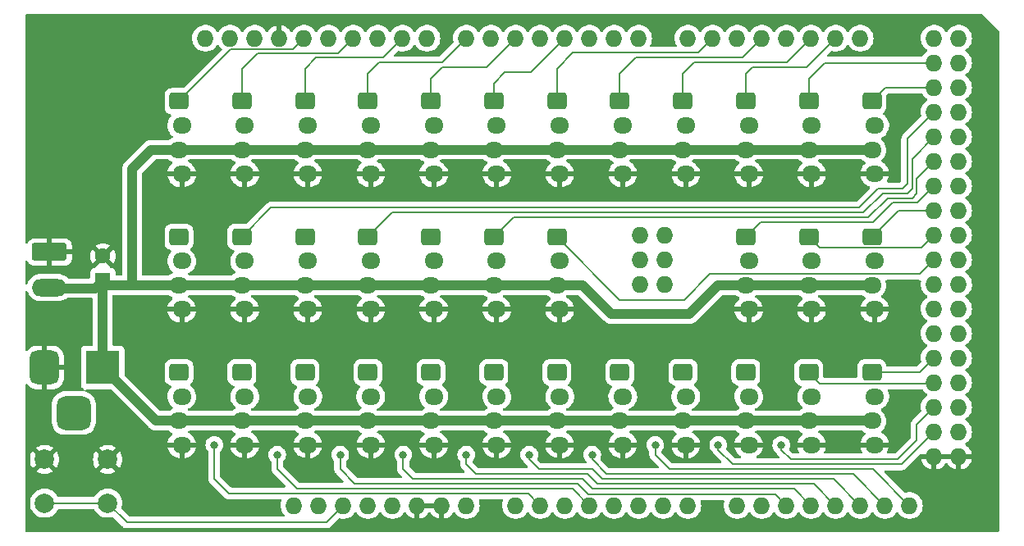
<source format=gbr>
%TF.GenerationSoftware,KiCad,Pcbnew,(6.0.5)*%
%TF.CreationDate,2022-07-01T01:18:53-04:00*%
%TF.ProjectId,MAXFeederShield,4d415846-6565-4646-9572-536869656c64,rev?*%
%TF.SameCoordinates,Original*%
%TF.FileFunction,Copper,L2,Bot*%
%TF.FilePolarity,Positive*%
%FSLAX46Y46*%
G04 Gerber Fmt 4.6, Leading zero omitted, Abs format (unit mm)*
G04 Created by KiCad (PCBNEW (6.0.5)) date 2022-07-01 01:18:53*
%MOMM*%
%LPD*%
G01*
G04 APERTURE LIST*
G04 Aperture macros list*
%AMRoundRect*
0 Rectangle with rounded corners*
0 $1 Rounding radius*
0 $2 $3 $4 $5 $6 $7 $8 $9 X,Y pos of 4 corners*
0 Add a 4 corners polygon primitive as box body*
4,1,4,$2,$3,$4,$5,$6,$7,$8,$9,$2,$3,0*
0 Add four circle primitives for the rounded corners*
1,1,$1+$1,$2,$3*
1,1,$1+$1,$4,$5*
1,1,$1+$1,$6,$7*
1,1,$1+$1,$8,$9*
0 Add four rect primitives between the rounded corners*
20,1,$1+$1,$2,$3,$4,$5,0*
20,1,$1+$1,$4,$5,$6,$7,0*
20,1,$1+$1,$6,$7,$8,$9,0*
20,1,$1+$1,$8,$9,$2,$3,0*%
G04 Aperture macros list end*
%TA.AperFunction,ComponentPad*%
%ADD10RoundRect,0.250000X-0.725000X0.600000X-0.725000X-0.600000X0.725000X-0.600000X0.725000X0.600000X0*%
%TD*%
%TA.AperFunction,ComponentPad*%
%ADD11O,1.950000X1.700000*%
%TD*%
%TA.AperFunction,ComponentPad*%
%ADD12R,3.500000X3.500000*%
%TD*%
%TA.AperFunction,ComponentPad*%
%ADD13RoundRect,0.750000X-0.750000X-1.000000X0.750000X-1.000000X0.750000X1.000000X-0.750000X1.000000X0*%
%TD*%
%TA.AperFunction,ComponentPad*%
%ADD14RoundRect,0.875000X-0.875000X-0.875000X0.875000X-0.875000X0.875000X0.875000X-0.875000X0.875000X0*%
%TD*%
%TA.AperFunction,ComponentPad*%
%ADD15C,2.000000*%
%TD*%
%TA.AperFunction,ComponentPad*%
%ADD16RoundRect,0.250000X-1.550000X0.650000X-1.550000X-0.650000X1.550000X-0.650000X1.550000X0.650000X0*%
%TD*%
%TA.AperFunction,ComponentPad*%
%ADD17O,3.600000X1.800000*%
%TD*%
%TA.AperFunction,ComponentPad*%
%ADD18O,1.727200X1.727200*%
%TD*%
%TA.AperFunction,ComponentPad*%
%ADD19R,1.600000X1.600000*%
%TD*%
%TA.AperFunction,ComponentPad*%
%ADD20C,1.600000*%
%TD*%
%TA.AperFunction,ViaPad*%
%ADD21C,0.800000*%
%TD*%
%TA.AperFunction,Conductor*%
%ADD22C,0.200000*%
%TD*%
%TA.AperFunction,Conductor*%
%ADD23C,1.000000*%
%TD*%
G04 APERTURE END LIST*
D10*
%TO.P,J34,1,Pin_1*%
%TO.N,F22*%
X147850000Y-78500000D03*
D11*
%TO.P,J34,2,Pin_2*%
%TO.N,S22*%
X148150000Y-81000000D03*
%TO.P,J34,3,Pin_3*%
%TO.N,+5V*%
X147850000Y-83500000D03*
%TO.P,J34,4,Pin_4*%
%TO.N,GND*%
X148150000Y-86000000D03*
%TD*%
D10*
%TO.P,J8,1,Pin_1*%
%TO.N,F6*%
X128350000Y-50500000D03*
D11*
%TO.P,J8,2,Pin_2*%
%TO.N,S6*%
X128650000Y-53000000D03*
%TO.P,J8,3,Pin_3*%
%TO.N,+5V*%
X128350000Y-55500000D03*
%TO.P,J8,4,Pin_4*%
%TO.N,GND*%
X128650000Y-58000000D03*
%TD*%
D10*
%TO.P,J25,1,Pin_1*%
%TO.N,F29*%
X89350000Y-78500000D03*
D11*
%TO.P,J25,2,Pin_2*%
%TO.N,S29*%
X89650000Y-81000000D03*
%TO.P,J25,3,Pin_3*%
%TO.N,+5V*%
X89350000Y-83500000D03*
%TO.P,J25,4,Pin_4*%
%TO.N,GND*%
X89650000Y-86000000D03*
%TD*%
D12*
%TO.P,J2,1*%
%TO.N,+5V*%
X81500000Y-78000000D03*
D13*
%TO.P,J2,2*%
%TO.N,GND*%
X75500000Y-78000000D03*
D14*
%TO.P,J2,3*%
%TO.N,unconnected-(J2-Pad3)*%
X78500000Y-82700000D03*
%TD*%
D10*
%TO.P,J28,1,Pin_1*%
%TO.N,F19*%
X108850000Y-78500000D03*
D11*
%TO.P,J28,2,Pin_2*%
%TO.N,S19*%
X109150000Y-81000000D03*
%TO.P,J28,3,Pin_3*%
%TO.N,+5V*%
X108850000Y-83500000D03*
%TO.P,J28,4,Pin_4*%
%TO.N,GND*%
X109150000Y-86000000D03*
%TD*%
D10*
%TO.P,J35,1,Pin_1*%
%TO.N,F34*%
X154350000Y-78500000D03*
D11*
%TO.P,J35,2,Pin_2*%
%TO.N,S34*%
X154650000Y-81000000D03*
%TO.P,J35,3,Pin_3*%
%TO.N,+5V*%
X154350000Y-83500000D03*
%TO.P,J35,4,Pin_4*%
%TO.N,GND*%
X154650000Y-86000000D03*
%TD*%
D10*
%TO.P,J3,1,Pin_1*%
%TO.N,F1*%
X95850000Y-50500000D03*
D11*
%TO.P,J3,2,Pin_2*%
%TO.N,S1*%
X96150000Y-53000000D03*
%TO.P,J3,3,Pin_3*%
%TO.N,+5V*%
X95850000Y-55500000D03*
%TO.P,J3,4,Pin_4*%
%TO.N,GND*%
X96150000Y-58000000D03*
%TD*%
D10*
%TO.P,J1,1,Pin_1*%
%TO.N,F0*%
X89350000Y-50500000D03*
D11*
%TO.P,J1,2,Pin_2*%
%TO.N,S0*%
X89650000Y-53000000D03*
%TO.P,J1,3,Pin_3*%
%TO.N,+5V*%
X89350000Y-55500000D03*
%TO.P,J1,4,Pin_4*%
%TO.N,GND*%
X89650000Y-58000000D03*
%TD*%
D10*
%TO.P,J26,1,Pin_1*%
%TO.N,F18*%
X95850000Y-78500000D03*
D11*
%TO.P,J26,2,Pin_2*%
%TO.N,S18*%
X96150000Y-81000000D03*
%TO.P,J26,3,Pin_3*%
%TO.N,+5V*%
X95850000Y-83500000D03*
%TO.P,J26,4,Pin_4*%
%TO.N,GND*%
X96150000Y-86000000D03*
%TD*%
D10*
%TO.P,J20,1,Pin_1*%
%TO.N,F15*%
X128350000Y-64500000D03*
D11*
%TO.P,J20,2,Pin_2*%
%TO.N,S15*%
X128650000Y-67000000D03*
%TO.P,J20,3,Pin_3*%
%TO.N,+5V*%
X128350000Y-69500000D03*
%TO.P,J20,4,Pin_4*%
%TO.N,GND*%
X128650000Y-72000000D03*
%TD*%
D10*
%TO.P,J11,1,Pin_1*%
%TO.N,F9*%
X147850000Y-50500000D03*
D11*
%TO.P,J11,2,Pin_2*%
%TO.N,S9*%
X148150000Y-53000000D03*
%TO.P,J11,3,Pin_3*%
%TO.N,+5V*%
X147850000Y-55500000D03*
%TO.P,J11,4,Pin_4*%
%TO.N,GND*%
X148150000Y-58000000D03*
%TD*%
D10*
%TO.P,J13,1,Pin_1*%
%TO.N,F11*%
X160850000Y-50500000D03*
D11*
%TO.P,J13,2,Pin_2*%
%TO.N,S11*%
X161150000Y-53000000D03*
%TO.P,J13,3,Pin_3*%
%TO.N,+5V*%
X160850000Y-55500000D03*
%TO.P,J13,4,Pin_4*%
%TO.N,GND*%
X161150000Y-58000000D03*
%TD*%
D10*
%TO.P,J32,1,Pin_1*%
%TO.N,F21*%
X134850000Y-78500000D03*
D11*
%TO.P,J32,2,Pin_2*%
%TO.N,S21*%
X135150000Y-81000000D03*
%TO.P,J32,3,Pin_3*%
%TO.N,+5V*%
X134850000Y-83500000D03*
%TO.P,J32,4,Pin_4*%
%TO.N,GND*%
X135150000Y-86000000D03*
%TD*%
D10*
%TO.P,J29,1,Pin_1*%
%TO.N,F31*%
X115350000Y-78500000D03*
D11*
%TO.P,J29,2,Pin_2*%
%TO.N,S31*%
X115650000Y-81000000D03*
%TO.P,J29,3,Pin_3*%
%TO.N,+5V*%
X115350000Y-83500000D03*
%TO.P,J29,4,Pin_4*%
%TO.N,GND*%
X115650000Y-86000000D03*
%TD*%
D10*
%TO.P,J19,1,Pin_1*%
%TO.N,F26*%
X121850000Y-64500000D03*
D11*
%TO.P,J19,2,Pin_2*%
%TO.N,S26*%
X122150000Y-67000000D03*
%TO.P,J19,3,Pin_3*%
%TO.N,+5V*%
X121850000Y-69500000D03*
%TO.P,J19,4,Pin_4*%
%TO.N,GND*%
X122150000Y-72000000D03*
%TD*%
D15*
%TO.P,SW1,1,1*%
%TO.N,RESET*%
X82000000Y-92000000D03*
X75500000Y-92000000D03*
%TO.P,SW1,2,2*%
%TO.N,GND*%
X82000000Y-87500000D03*
X75500000Y-87500000D03*
%TD*%
D10*
%TO.P,J33,1,Pin_1*%
%TO.N,F33*%
X141350000Y-78500000D03*
D11*
%TO.P,J33,2,Pin_2*%
%TO.N,S33*%
X141650000Y-81000000D03*
%TO.P,J33,3,Pin_3*%
%TO.N,+5V*%
X141350000Y-83500000D03*
%TO.P,J33,4,Pin_4*%
%TO.N,GND*%
X141650000Y-86000000D03*
%TD*%
D10*
%TO.P,J22,1,Pin_1*%
%TO.N,F16*%
X147850000Y-64500000D03*
D11*
%TO.P,J22,2,Pin_2*%
%TO.N,S16*%
X148150000Y-67000000D03*
%TO.P,J22,3,Pin_3*%
%TO.N,+5V*%
X147850000Y-69500000D03*
%TO.P,J22,4,Pin_4*%
%TO.N,GND*%
X148150000Y-72000000D03*
%TD*%
D10*
%TO.P,J18,1,Pin_1*%
%TO.N,F14*%
X115350000Y-64500000D03*
D11*
%TO.P,J18,2,Pin_2*%
%TO.N,S14*%
X115650000Y-67000000D03*
%TO.P,J18,3,Pin_3*%
%TO.N,+5V*%
X115350000Y-69500000D03*
%TO.P,J18,4,Pin_4*%
%TO.N,GND*%
X115650000Y-72000000D03*
%TD*%
D10*
%TO.P,J9,1,Pin_1*%
%TO.N,F7*%
X134850000Y-50500000D03*
D11*
%TO.P,J9,2,Pin_2*%
%TO.N,S7*%
X135150000Y-53000000D03*
%TO.P,J9,3,Pin_3*%
%TO.N,+5V*%
X134850000Y-55500000D03*
%TO.P,J9,4,Pin_4*%
%TO.N,GND*%
X135150000Y-58000000D03*
%TD*%
D10*
%TO.P,J23,1,Pin_1*%
%TO.N,F28*%
X154350000Y-64500000D03*
D11*
%TO.P,J23,2,Pin_2*%
%TO.N,S28*%
X154650000Y-67000000D03*
%TO.P,J23,3,Pin_3*%
%TO.N,+5V*%
X154350000Y-69500000D03*
%TO.P,J23,4,Pin_4*%
%TO.N,GND*%
X154650000Y-72000000D03*
%TD*%
D10*
%TO.P,J31,1,Pin_1*%
%TO.N,F32*%
X128350000Y-78500000D03*
D11*
%TO.P,J31,2,Pin_2*%
%TO.N,S32*%
X128650000Y-81000000D03*
%TO.P,J31,3,Pin_3*%
%TO.N,+5V*%
X128350000Y-83500000D03*
%TO.P,J31,4,Pin_4*%
%TO.N,GND*%
X128650000Y-86000000D03*
%TD*%
D16*
%TO.P,J37,1,Pin_1*%
%TO.N,GND*%
X76000000Y-66070000D03*
D17*
%TO.P,J37,2,Pin_2*%
%TO.N,+5V*%
X76000000Y-69740000D03*
%TD*%
D10*
%TO.P,J36,1,Pin_1*%
%TO.N,F23*%
X160850000Y-78500000D03*
D11*
%TO.P,J36,2,Pin_2*%
%TO.N,S23*%
X161150000Y-81000000D03*
%TO.P,J36,3,Pin_3*%
%TO.N,+5V*%
X160850000Y-83500000D03*
%TO.P,J36,4,Pin_4*%
%TO.N,GND*%
X161150000Y-86000000D03*
%TD*%
D10*
%TO.P,J6,1,Pin_1*%
%TO.N,F4*%
X115350000Y-50500000D03*
D11*
%TO.P,J6,2,Pin_2*%
%TO.N,S4*%
X115650000Y-53000000D03*
%TO.P,J6,3,Pin_3*%
%TO.N,+5V*%
X115350000Y-55500000D03*
%TO.P,J6,4,Pin_4*%
%TO.N,GND*%
X115650000Y-58000000D03*
%TD*%
D18*
%TO.P,XA1,*%
%TO.N,*%
X101240000Y-92250000D03*
%TO.P,XA1,3V3,3.3V*%
%TO.N,unconnected-(XA1-Pad3V3)*%
X108860000Y-92250000D03*
%TO.P,XA1,5V1,5V*%
%TO.N,VCC*%
X111400000Y-92250000D03*
%TO.P,XA1,5V2,SPI_5V*%
%TO.N,unconnected-(XA1-Pad5V2)*%
X139467000Y-64310000D03*
%TO.P,XA1,5V3,5V*%
%TO.N,unconnected-(XA1-Pad5V3)*%
X167280000Y-43990000D03*
%TO.P,XA1,5V4,5V*%
%TO.N,unconnected-(XA1-Pad5V4)*%
X169820000Y-43990000D03*
%TO.P,XA1,A0,A0*%
%TO.N,S29*%
X124100000Y-92250000D03*
%TO.P,XA1,A1,A1*%
%TO.N,F29*%
X126640000Y-92250000D03*
%TO.P,XA1,A2,A2*%
%TO.N,S18*%
X129180000Y-92250000D03*
%TO.P,XA1,A3,A3*%
%TO.N,F18*%
X131720000Y-92250000D03*
%TO.P,XA1,A4,A4*%
%TO.N,S30*%
X134260000Y-92250000D03*
%TO.P,XA1,A5,A5*%
%TO.N,S19*%
X136800000Y-92250000D03*
%TO.P,XA1,A6,A6*%
%TO.N,S31*%
X139340000Y-92250000D03*
%TO.P,XA1,A7,A7*%
%TO.N,S20*%
X141880000Y-92250000D03*
%TO.P,XA1,A8,A8*%
%TO.N,S32*%
X146960000Y-92250000D03*
%TO.P,XA1,A9,A9*%
%TO.N,S21*%
X149500000Y-92250000D03*
%TO.P,XA1,A10,A10*%
%TO.N,F30*%
X152040000Y-92250000D03*
%TO.P,XA1,A11,A11*%
%TO.N,F19*%
X154580000Y-92250000D03*
%TO.P,XA1,A12,A12*%
%TO.N,F31*%
X157120000Y-92250000D03*
%TO.P,XA1,A13,A13*%
%TO.N,F20*%
X159660000Y-92250000D03*
%TO.P,XA1,A14,A14*%
%TO.N,F32*%
X162200000Y-92250000D03*
%TO.P,XA1,A15,A15*%
%TO.N,F21*%
X164740000Y-92250000D03*
%TO.P,XA1,AREF,AREF*%
%TO.N,unconnected-(XA1-PadAREF)*%
X97176000Y-43990000D03*
%TO.P,XA1,D0,D0_RX0*%
%TO.N,unconnected-(XA1-PadD0)*%
X136800000Y-43990000D03*
%TO.P,XA1,D1,D1_TX0*%
%TO.N,unconnected-(XA1-PadD1)*%
X134260000Y-43990000D03*
%TO.P,XA1,D2,D2_INT0*%
%TO.N,S5*%
X131720000Y-43990000D03*
%TO.P,XA1,D3,D3_INT1*%
%TO.N,F5*%
X129180000Y-43990000D03*
%TO.P,XA1,D4,D4*%
%TO.N,S4*%
X126640000Y-43990000D03*
%TO.P,XA1,D5,D5*%
%TO.N,F4*%
X124100000Y-43990000D03*
%TO.P,XA1,D6,D6*%
%TO.N,S3*%
X121560000Y-43990000D03*
%TO.P,XA1,D7,D7*%
%TO.N,F3*%
X119020000Y-43990000D03*
%TO.P,XA1,D8,D8*%
%TO.N,S2*%
X114956000Y-43990000D03*
%TO.P,XA1,D9,D9*%
%TO.N,F2*%
X112416000Y-43990000D03*
%TO.P,XA1,D10,D10*%
%TO.N,S1*%
X109876000Y-43990000D03*
%TO.P,XA1,D11,D11*%
%TO.N,F1*%
X107336000Y-43990000D03*
%TO.P,XA1,D12,D12*%
%TO.N,S0*%
X104796000Y-43990000D03*
%TO.P,XA1,D13,D13*%
%TO.N,F0*%
X102256000Y-43990000D03*
%TO.P,XA1,D14,D14_TX3*%
%TO.N,S6*%
X141880000Y-43990000D03*
%TO.P,XA1,D15,D15_RX3*%
%TO.N,F6*%
X144420000Y-43990000D03*
%TO.P,XA1,D16,D16_TX2*%
%TO.N,S7*%
X146960000Y-43990000D03*
%TO.P,XA1,D17,D17_RX2*%
%TO.N,F7*%
X149500000Y-43990000D03*
%TO.P,XA1,D18,D18_TX1*%
%TO.N,S8*%
X152040000Y-43990000D03*
%TO.P,XA1,D19,D19_RX1*%
%TO.N,F8*%
X154580000Y-43990000D03*
%TO.P,XA1,D20,D20_SDA*%
%TO.N,F9*%
X157120000Y-43990000D03*
%TO.P,XA1,D21,D21_SCL*%
%TO.N,S9*%
X159660000Y-43990000D03*
%TO.P,XA1,D22,D22*%
%TO.N,F10*%
X167280000Y-46530000D03*
%TO.P,XA1,D23,D23*%
%TO.N,S10*%
X169820000Y-46530000D03*
%TO.P,XA1,D24,D24*%
%TO.N,F11*%
X167280000Y-49070000D03*
%TO.P,XA1,D25,D25*%
%TO.N,S11*%
X169820000Y-49070000D03*
%TO.P,XA1,D26,D26*%
%TO.N,F24*%
X167280000Y-51610000D03*
%TO.P,XA1,D27,D27*%
%TO.N,S24*%
X169820000Y-51610000D03*
%TO.P,XA1,D28,D28*%
%TO.N,F25*%
X167280000Y-54150000D03*
%TO.P,XA1,D29,D29*%
%TO.N,S25*%
X169820000Y-54150000D03*
%TO.P,XA1,D30,D30*%
%TO.N,F26*%
X167280000Y-56690000D03*
%TO.P,XA1,D31,D31*%
%TO.N,S26*%
X169820000Y-56690000D03*
%TO.P,XA1,D32,D32*%
%TO.N,F16*%
X167280000Y-59230000D03*
%TO.P,XA1,D33,D33*%
%TO.N,S16*%
X169820000Y-59230000D03*
%TO.P,XA1,D34,D34*%
%TO.N,F17*%
X167280000Y-61770000D03*
%TO.P,XA1,D35,D35*%
%TO.N,S17*%
X169820000Y-61770000D03*
%TO.P,XA1,D36,D36*%
%TO.N,F28*%
X167280000Y-64310000D03*
%TO.P,XA1,D37,D37*%
%TO.N,S28*%
X169820000Y-64310000D03*
%TO.P,XA1,D38,D38*%
%TO.N,F15*%
X167280000Y-66850000D03*
%TO.P,XA1,D39,D39*%
%TO.N,S15*%
X169820000Y-66850000D03*
%TO.P,XA1,D40,D40*%
%TO.N,F14*%
X167280000Y-69390000D03*
%TO.P,XA1,D41,D41*%
%TO.N,S14*%
X169820000Y-69390000D03*
%TO.P,XA1,D42,D42*%
%TO.N,F13*%
X167280000Y-71930000D03*
%TO.P,XA1,D43,D43*%
%TO.N,S13*%
X169820000Y-71930000D03*
%TO.P,XA1,D44,D44*%
%TO.N,F12*%
X167280000Y-74470000D03*
%TO.P,XA1,D45,D45*%
%TO.N,S12*%
X169820000Y-74470000D03*
%TO.P,XA1,D46,D46*%
%TO.N,F23*%
X167280000Y-77010000D03*
%TO.P,XA1,D47,D47*%
%TO.N,S23*%
X169820000Y-77010000D03*
%TO.P,XA1,D48,D48*%
%TO.N,F34*%
X167280000Y-79550000D03*
%TO.P,XA1,D49,D49*%
%TO.N,S34*%
X169820000Y-79550000D03*
%TO.P,XA1,D50,D50*%
%TO.N,F22*%
X167280000Y-82090000D03*
%TO.P,XA1,D51,D51*%
%TO.N,S22*%
X169820000Y-82090000D03*
%TO.P,XA1,D52,D52*%
%TO.N,F33*%
X167280000Y-84630000D03*
%TO.P,XA1,D53,D53_SS*%
%TO.N,S33*%
X169820000Y-84630000D03*
%TO.P,XA1,GND1,GND*%
%TO.N,GND*%
X99716000Y-43990000D03*
%TO.P,XA1,GND2,GND*%
X113940000Y-92250000D03*
%TO.P,XA1,GND3,GND*%
X116480000Y-92250000D03*
%TO.P,XA1,GND4,SPI_GND*%
%TO.N,unconnected-(XA1-PadGND4)*%
X139467000Y-69390000D03*
%TO.P,XA1,GND5,GND*%
%TO.N,GND*%
X167280000Y-87170000D03*
%TO.P,XA1,GND6,GND*%
X169820000Y-87170000D03*
%TO.P,XA1,IORF,IOREF*%
%TO.N,unconnected-(XA1-PadIORF)*%
X103780000Y-92250000D03*
%TO.P,XA1,MISO,SPI_MISO*%
%TO.N,unconnected-(XA1-PadMISO)*%
X136927000Y-64310000D03*
%TO.P,XA1,MOSI,SPI_MOSI*%
%TO.N,unconnected-(XA1-PadMOSI)*%
X139467000Y-66850000D03*
%TO.P,XA1,RST1,RESET*%
%TO.N,RESET*%
X106320000Y-92250000D03*
%TO.P,XA1,RST2,SPI_RESET*%
%TO.N,unconnected-(XA1-PadRST2)*%
X136927000Y-69390000D03*
%TO.P,XA1,SCK,SPI_SCK*%
%TO.N,unconnected-(XA1-PadSCK)*%
X136927000Y-66850000D03*
%TO.P,XA1,SCL,SCL*%
%TO.N,unconnected-(XA1-PadSCL)*%
X92096000Y-43990000D03*
%TO.P,XA1,SDA,SDA*%
%TO.N,unconnected-(XA1-PadSDA)*%
X94636000Y-43990000D03*
%TO.P,XA1,VIN,VIN*%
%TO.N,unconnected-(XA1-PadVIN)*%
X119020000Y-92250000D03*
%TD*%
D10*
%TO.P,J17,1,Pin_1*%
%TO.N,F25*%
X108850000Y-64500000D03*
D11*
%TO.P,J17,2,Pin_2*%
%TO.N,S25*%
X109150000Y-67000000D03*
%TO.P,J17,3,Pin_3*%
%TO.N,+5V*%
X108850000Y-69500000D03*
%TO.P,J17,4,Pin_4*%
%TO.N,GND*%
X109150000Y-72000000D03*
%TD*%
D10*
%TO.P,J12,1,Pin_1*%
%TO.N,F10*%
X154350000Y-50500000D03*
D11*
%TO.P,J12,2,Pin_2*%
%TO.N,S10*%
X154650000Y-53000000D03*
%TO.P,J12,3,Pin_3*%
%TO.N,+5V*%
X154350000Y-55500000D03*
%TO.P,J12,4,Pin_4*%
%TO.N,GND*%
X154650000Y-58000000D03*
%TD*%
D10*
%TO.P,J4,1,Pin_1*%
%TO.N,F2*%
X102350000Y-50500000D03*
D11*
%TO.P,J4,2,Pin_2*%
%TO.N,S2*%
X102650000Y-53000000D03*
%TO.P,J4,3,Pin_3*%
%TO.N,+5V*%
X102350000Y-55500000D03*
%TO.P,J4,4,Pin_4*%
%TO.N,GND*%
X102650000Y-58000000D03*
%TD*%
D10*
%TO.P,J16,1,Pin_1*%
%TO.N,F13*%
X102350000Y-64500000D03*
D11*
%TO.P,J16,2,Pin_2*%
%TO.N,S13*%
X102650000Y-67000000D03*
%TO.P,J16,3,Pin_3*%
%TO.N,+5V*%
X102350000Y-69500000D03*
%TO.P,J16,4,Pin_4*%
%TO.N,GND*%
X102650000Y-72000000D03*
%TD*%
D10*
%TO.P,J27,1,Pin_1*%
%TO.N,F30*%
X102350000Y-78500000D03*
D11*
%TO.P,J27,2,Pin_2*%
%TO.N,S30*%
X102650000Y-81000000D03*
%TO.P,J27,3,Pin_3*%
%TO.N,+5V*%
X102350000Y-83500000D03*
%TO.P,J27,4,Pin_4*%
%TO.N,GND*%
X102650000Y-86000000D03*
%TD*%
D10*
%TO.P,J24,1,Pin_1*%
%TO.N,F17*%
X160850000Y-64500000D03*
D11*
%TO.P,J24,2,Pin_2*%
%TO.N,S17*%
X161150000Y-67000000D03*
%TO.P,J24,3,Pin_3*%
%TO.N,+5V*%
X160850000Y-69500000D03*
%TO.P,J24,4,Pin_4*%
%TO.N,GND*%
X161150000Y-72000000D03*
%TD*%
D10*
%TO.P,J10,1,Pin_1*%
%TO.N,F8*%
X141350000Y-50500000D03*
D11*
%TO.P,J10,2,Pin_2*%
%TO.N,S8*%
X141650000Y-53000000D03*
%TO.P,J10,3,Pin_3*%
%TO.N,+5V*%
X141350000Y-55500000D03*
%TO.P,J10,4,Pin_4*%
%TO.N,GND*%
X141650000Y-58000000D03*
%TD*%
D10*
%TO.P,J7,1,Pin_1*%
%TO.N,F5*%
X121850000Y-50500000D03*
D11*
%TO.P,J7,2,Pin_2*%
%TO.N,S5*%
X122150000Y-53000000D03*
%TO.P,J7,3,Pin_3*%
%TO.N,+5V*%
X121850000Y-55500000D03*
%TO.P,J7,4,Pin_4*%
%TO.N,GND*%
X122150000Y-58000000D03*
%TD*%
D19*
%TO.P,C1,1*%
%TO.N,+5V*%
X81500000Y-69000000D03*
D20*
%TO.P,C1,2*%
%TO.N,GND*%
X81500000Y-66500000D03*
%TD*%
D10*
%TO.P,J30,1,Pin_1*%
%TO.N,F20*%
X121850000Y-78500000D03*
D11*
%TO.P,J30,2,Pin_2*%
%TO.N,S20*%
X122150000Y-81000000D03*
%TO.P,J30,3,Pin_3*%
%TO.N,+5V*%
X121850000Y-83500000D03*
%TO.P,J30,4,Pin_4*%
%TO.N,GND*%
X122150000Y-86000000D03*
%TD*%
D10*
%TO.P,J15,1,Pin_1*%
%TO.N,F24*%
X95850000Y-64500000D03*
D11*
%TO.P,J15,2,Pin_2*%
%TO.N,S24*%
X96150000Y-67000000D03*
%TO.P,J15,3,Pin_3*%
%TO.N,+5V*%
X95850000Y-69500000D03*
%TO.P,J15,4,Pin_4*%
%TO.N,GND*%
X96150000Y-72000000D03*
%TD*%
D10*
%TO.P,J5,1,Pin_1*%
%TO.N,F3*%
X108850000Y-50500000D03*
D11*
%TO.P,J5,2,Pin_2*%
%TO.N,S3*%
X109150000Y-53000000D03*
%TO.P,J5,3,Pin_3*%
%TO.N,+5V*%
X108850000Y-55500000D03*
%TO.P,J5,4,Pin_4*%
%TO.N,GND*%
X109150000Y-58000000D03*
%TD*%
D10*
%TO.P,J14,1,Pin_1*%
%TO.N,F12*%
X89350000Y-64500000D03*
D11*
%TO.P,J14,2,Pin_2*%
%TO.N,S12*%
X89650000Y-67000000D03*
%TO.P,J14,3,Pin_3*%
%TO.N,+5V*%
X89350000Y-69500000D03*
%TO.P,J14,4,Pin_4*%
%TO.N,GND*%
X89650000Y-72000000D03*
%TD*%
D21*
%TO.N,F29*%
X93000000Y-86000000D03*
%TO.N,F18*%
X99500000Y-87000000D03*
%TO.N,F30*%
X106000000Y-87000000D03*
%TO.N,F19*%
X112500000Y-87000000D03*
%TO.N,F31*%
X119000000Y-87000000D03*
%TO.N,F20*%
X125500000Y-87000000D03*
%TO.N,F32*%
X132000000Y-87000000D03*
%TO.N,F21*%
X138500000Y-86000000D03*
%TO.N,F33*%
X145000000Y-86000000D03*
%TO.N,F22*%
X151500000Y-86000000D03*
%TD*%
D22*
%TO.N,F0*%
X101092889Y-45153111D02*
X94696889Y-45153111D01*
X102256000Y-43990000D02*
X101092889Y-45153111D01*
X94696889Y-45153111D02*
X89350000Y-50500000D01*
D23*
%TO.N,+5V*%
X89350000Y-69500000D02*
X84500000Y-69500000D01*
X84500000Y-57500000D02*
X84500000Y-69500000D01*
X145000000Y-69500000D02*
X147850000Y-69500000D01*
X134000000Y-72500000D02*
X142000000Y-72500000D01*
X89350000Y-69500000D02*
X95850000Y-69500000D01*
X128350000Y-55500000D02*
X134850000Y-55500000D01*
X108850000Y-55500000D02*
X115350000Y-55500000D01*
X95850000Y-69500000D02*
X102350000Y-69500000D01*
X95850000Y-83500000D02*
X99500000Y-83500000D01*
X95850000Y-55500000D02*
X102350000Y-55500000D01*
X108850000Y-69500000D02*
X115350000Y-69500000D01*
X142000000Y-72500000D02*
X145000000Y-69500000D01*
X99500000Y-83500000D02*
X102350000Y-83500000D01*
X121850000Y-69500000D02*
X128350000Y-69500000D01*
X154350000Y-83500000D02*
X160850000Y-83500000D01*
X128350000Y-69500000D02*
X131000000Y-69500000D01*
X134850000Y-83500000D02*
X141350000Y-83500000D01*
X76000000Y-69810000D02*
X80690000Y-69810000D01*
X154350000Y-55500000D02*
X160850000Y-55500000D01*
X128350000Y-83500000D02*
X134850000Y-83500000D01*
X86500000Y-55500000D02*
X84500000Y-57500000D01*
X89350000Y-55500000D02*
X86500000Y-55500000D01*
X121850000Y-83500000D02*
X128350000Y-83500000D01*
X115350000Y-83500000D02*
X121850000Y-83500000D01*
X80690000Y-69810000D02*
X81500000Y-69000000D01*
X141350000Y-55500000D02*
X147850000Y-55500000D01*
X102350000Y-83500000D02*
X108850000Y-83500000D01*
X115350000Y-69500000D02*
X121850000Y-69500000D01*
X84500000Y-69500000D02*
X82000000Y-69500000D01*
X89350000Y-55500000D02*
X95850000Y-55500000D01*
X141350000Y-83500000D02*
X147850000Y-83500000D01*
X89350000Y-83500000D02*
X93500000Y-83500000D01*
X147850000Y-55500000D02*
X154350000Y-55500000D01*
X93500000Y-83500000D02*
X95850000Y-83500000D01*
X121850000Y-55500000D02*
X128350000Y-55500000D01*
X147850000Y-69500000D02*
X154350000Y-69500000D01*
X87000000Y-83500000D02*
X81500000Y-78000000D01*
X147850000Y-83500000D02*
X154350000Y-83500000D01*
X115350000Y-55500000D02*
X121850000Y-55500000D01*
X154350000Y-69500000D02*
X160850000Y-69500000D01*
X131000000Y-69500000D02*
X134000000Y-72500000D01*
X89350000Y-83500000D02*
X87000000Y-83500000D01*
X82000000Y-69500000D02*
X81500000Y-69000000D01*
X108850000Y-83500000D02*
X115350000Y-83500000D01*
X81500000Y-78000000D02*
X81500000Y-69000000D01*
X102350000Y-69500000D02*
X108850000Y-69500000D01*
X134850000Y-55500000D02*
X141350000Y-55500000D01*
X102350000Y-55500000D02*
X108850000Y-55500000D01*
D22*
%TO.N,RESET*%
X106320000Y-92250000D02*
X104570000Y-94000000D01*
X104570000Y-94000000D02*
X84000000Y-94000000D01*
X75500000Y-92000000D02*
X82000000Y-92000000D01*
X84000000Y-94000000D02*
X82000000Y-92000000D01*
%TO.N,F1*%
X97447370Y-45552630D02*
X95850000Y-47150000D01*
X107336000Y-43990000D02*
X105773370Y-45552630D01*
X105773370Y-45552630D02*
X97447370Y-45552630D01*
X95850000Y-47150000D02*
X95850000Y-50500000D01*
%TO.N,F2*%
X103500000Y-46000000D02*
X102350000Y-47150000D01*
X110406000Y-46000000D02*
X103500000Y-46000000D01*
X102350000Y-47150000D02*
X102350000Y-50500000D01*
X112416000Y-43990000D02*
X110406000Y-46000000D01*
%TO.N,F3*%
X116510000Y-46500000D02*
X110000000Y-46500000D01*
X119020000Y-43990000D02*
X116510000Y-46500000D01*
X108850000Y-47650000D02*
X108850000Y-50500000D01*
X110000000Y-46500000D02*
X108850000Y-47650000D01*
%TO.N,F4*%
X124100000Y-43990000D02*
X121090000Y-47000000D01*
X115350000Y-48150000D02*
X115350000Y-50500000D01*
X121090000Y-47000000D02*
X116500000Y-47000000D01*
X116500000Y-47000000D02*
X115350000Y-48150000D01*
%TO.N,F5*%
X123000000Y-47500000D02*
X121850000Y-48650000D01*
X129180000Y-43990000D02*
X125670000Y-47500000D01*
X125670000Y-47500000D02*
X123000000Y-47500000D01*
X121850000Y-48650000D02*
X121850000Y-50500000D01*
%TO.N,F6*%
X144420000Y-43990000D02*
X142910000Y-45500000D01*
X128350000Y-47150000D02*
X128350000Y-50500000D01*
X130000000Y-45500000D02*
X128350000Y-47150000D01*
X142910000Y-45500000D02*
X130000000Y-45500000D01*
%TO.N,F7*%
X136500000Y-46000000D02*
X134850000Y-47650000D01*
X149500000Y-43990000D02*
X147490000Y-46000000D01*
X134850000Y-47650000D02*
X134850000Y-50500000D01*
X147490000Y-46000000D02*
X136500000Y-46000000D01*
%TO.N,F8*%
X154580000Y-43990000D02*
X152070000Y-46500000D01*
X141350000Y-47650000D02*
X141350000Y-50500000D01*
X142500000Y-46500000D02*
X141350000Y-47650000D01*
X152070000Y-46500000D02*
X142500000Y-46500000D01*
%TO.N,F9*%
X154110000Y-47000000D02*
X148500000Y-47000000D01*
X148500000Y-47000000D02*
X147850000Y-47650000D01*
X147850000Y-47650000D02*
X147850000Y-50500000D01*
X157120000Y-43990000D02*
X154110000Y-47000000D01*
%TO.N,F10*%
X167280000Y-46530000D02*
X155970000Y-46530000D01*
X154350000Y-48150000D02*
X154350000Y-50500000D01*
X155970000Y-46530000D02*
X154350000Y-48150000D01*
%TO.N,F11*%
X162280000Y-49070000D02*
X160850000Y-50500000D01*
X167280000Y-49070000D02*
X162280000Y-49070000D01*
%TO.N,F24*%
X161500000Y-59500000D02*
X159500000Y-61500000D01*
X164000000Y-59500000D02*
X161500000Y-59500000D01*
X159500000Y-61500000D02*
X98850000Y-61500000D01*
X164500000Y-59000000D02*
X164000000Y-59500000D01*
X167280000Y-51610000D02*
X164500000Y-54390000D01*
X98850000Y-61500000D02*
X95850000Y-64500000D01*
X164500000Y-54390000D02*
X164500000Y-59000000D01*
%TO.N,F25*%
X165000000Y-59500000D02*
X164500000Y-60000000D01*
X167280000Y-54150000D02*
X165000000Y-56430000D01*
X160000000Y-62000000D02*
X111350000Y-62000000D01*
X162000000Y-60000000D02*
X160000000Y-62000000D01*
X165000000Y-56430000D02*
X165000000Y-59500000D01*
X111350000Y-62000000D02*
X108850000Y-64500000D01*
X164500000Y-60000000D02*
X162000000Y-60000000D01*
%TO.N,F26*%
X160500000Y-62500000D02*
X123850000Y-62500000D01*
X123850000Y-62500000D02*
X121850000Y-64500000D01*
X165500000Y-60000000D02*
X165000000Y-60500000D01*
X165500000Y-58470000D02*
X165500000Y-60000000D01*
X165000000Y-60500000D02*
X162500000Y-60500000D01*
X167280000Y-56690000D02*
X165500000Y-58470000D01*
X162500000Y-60500000D02*
X160500000Y-62500000D01*
%TO.N,F16*%
X149350000Y-63000000D02*
X147850000Y-64500000D01*
X163000000Y-61000000D02*
X161000000Y-63000000D01*
X165510000Y-61000000D02*
X163000000Y-61000000D01*
X161000000Y-63000000D02*
X149350000Y-63000000D01*
X167280000Y-59230000D02*
X165510000Y-61000000D01*
%TO.N,F28*%
X155499520Y-65649520D02*
X154350000Y-64500000D01*
X167280000Y-64310000D02*
X165940480Y-65649520D01*
X165940480Y-65649520D02*
X155499520Y-65649520D01*
%TO.N,F17*%
X167280000Y-61770000D02*
X163580000Y-61770000D01*
X163580000Y-61770000D02*
X160850000Y-64500000D01*
%TO.N,F29*%
X94500000Y-91000000D02*
X93000000Y-89500000D01*
X125390000Y-91000000D02*
X94500000Y-91000000D01*
X93000000Y-89500000D02*
X93000000Y-87000000D01*
X126640000Y-92250000D02*
X125390000Y-91000000D01*
X93000000Y-86000000D02*
X93000000Y-87000000D01*
%TO.N,F18*%
X131720000Y-92250000D02*
X129970000Y-90500000D01*
X129970000Y-90500000D02*
X101500000Y-90500000D01*
X101500000Y-90500000D02*
X99500000Y-88500000D01*
X99500000Y-88500000D02*
X99500000Y-87000000D01*
%TO.N,F30*%
X131586889Y-91086889D02*
X130500000Y-90000000D01*
X107500000Y-90000000D02*
X106000000Y-88500000D01*
X130500000Y-90000000D02*
X107500000Y-90000000D01*
X106000000Y-88500000D02*
X106000000Y-87000000D01*
X152040000Y-92250000D02*
X150876889Y-91086889D01*
X150876889Y-91086889D02*
X131586889Y-91086889D01*
%TO.N,F19*%
X132000000Y-90500000D02*
X131000000Y-89500000D01*
X131000000Y-89500000D02*
X113500000Y-89500000D01*
X112500000Y-88500000D02*
X112500000Y-87000000D01*
X154580000Y-92250000D02*
X152830000Y-90500000D01*
X152830000Y-90500000D02*
X132000000Y-90500000D01*
X113500000Y-89500000D02*
X112500000Y-88500000D01*
%TO.N,F31*%
X132500000Y-90000000D02*
X131500000Y-89000000D01*
X157120000Y-92250000D02*
X154870000Y-90000000D01*
X131500000Y-89000000D02*
X120000000Y-89000000D01*
X154870000Y-90000000D02*
X132500000Y-90000000D01*
X119000000Y-88000000D02*
X119000000Y-87000000D01*
X120000000Y-89000000D02*
X119000000Y-88000000D01*
%TO.N,F20*%
X133000000Y-89500000D02*
X132000000Y-88500000D01*
X132000000Y-88500000D02*
X126500000Y-88500000D01*
X126500000Y-88500000D02*
X125500000Y-87500000D01*
X159660000Y-92250000D02*
X156910000Y-89500000D01*
X125500000Y-87500000D02*
X125500000Y-87000000D01*
X156910000Y-89500000D02*
X133000000Y-89500000D01*
%TO.N,F32*%
X162200000Y-92250000D02*
X158950000Y-89000000D01*
X133500000Y-89000000D02*
X132000000Y-87500000D01*
X158950000Y-89000000D02*
X133500000Y-89000000D01*
X132000000Y-87500000D02*
X132000000Y-87000000D01*
%TO.N,F21*%
X140000000Y-88500000D02*
X138500000Y-87000000D01*
X164740000Y-92250000D02*
X160990000Y-88500000D01*
X160990000Y-88500000D02*
X140000000Y-88500000D01*
X138500000Y-87000000D02*
X138500000Y-86000000D01*
%TO.N,F33*%
X163910000Y-88000000D02*
X146500000Y-88000000D01*
X146500000Y-88000000D02*
X145000000Y-86500000D01*
X167280000Y-84630000D02*
X163910000Y-88000000D01*
X145000000Y-86500000D02*
X145000000Y-86000000D01*
%TO.N,F22*%
X165500000Y-83870000D02*
X165500000Y-85500000D01*
X152500000Y-87500000D02*
X151500000Y-86500000D01*
X167280000Y-82090000D02*
X165500000Y-83870000D01*
X165500000Y-85500000D02*
X163500000Y-87500000D01*
X163500000Y-87500000D02*
X152500000Y-87500000D01*
X151500000Y-86500000D02*
X151500000Y-86000000D01*
%TO.N,F34*%
X155499520Y-79649520D02*
X154350000Y-78500000D01*
X167180480Y-79649520D02*
X155499520Y-79649520D01*
X167280000Y-79550000D02*
X167180480Y-79649520D01*
%TO.N,F23*%
X160850000Y-78500000D02*
X165790000Y-78500000D01*
X165790000Y-78500000D02*
X167280000Y-77010000D01*
%TO.N,F15*%
X144149520Y-68350480D02*
X141500000Y-71000000D01*
X165779520Y-68350480D02*
X144149520Y-68350480D01*
X134850000Y-71000000D02*
X128350000Y-64500000D01*
X167280000Y-66850000D02*
X165779520Y-68350480D01*
X141500000Y-71000000D02*
X134850000Y-71000000D01*
%TD*%
%TA.AperFunction,Conductor*%
%TO.N,GND*%
G36*
X172305304Y-41528502D02*
G01*
X172326278Y-41545405D01*
X173954595Y-43173722D01*
X173988621Y-43236034D01*
X173991500Y-43262817D01*
X173991500Y-94865500D01*
X173971498Y-94933621D01*
X173917842Y-94980114D01*
X173865500Y-94991500D01*
X73634500Y-94991500D01*
X73566379Y-94971498D01*
X73519886Y-94917842D01*
X73508500Y-94865500D01*
X73508500Y-88732670D01*
X74632160Y-88732670D01*
X74637887Y-88740320D01*
X74809042Y-88845205D01*
X74817837Y-88849687D01*
X75027988Y-88936734D01*
X75037373Y-88939783D01*
X75258554Y-88992885D01*
X75268301Y-88994428D01*
X75495070Y-89012275D01*
X75504930Y-89012275D01*
X75731699Y-88994428D01*
X75741446Y-88992885D01*
X75962627Y-88939783D01*
X75972012Y-88936734D01*
X76182163Y-88849687D01*
X76190958Y-88845205D01*
X76358445Y-88742568D01*
X76367400Y-88732670D01*
X81132160Y-88732670D01*
X81137887Y-88740320D01*
X81309042Y-88845205D01*
X81317837Y-88849687D01*
X81527988Y-88936734D01*
X81537373Y-88939783D01*
X81758554Y-88992885D01*
X81768301Y-88994428D01*
X81995070Y-89012275D01*
X82004930Y-89012275D01*
X82231699Y-88994428D01*
X82241446Y-88992885D01*
X82462627Y-88939783D01*
X82472012Y-88936734D01*
X82682163Y-88849687D01*
X82690958Y-88845205D01*
X82858445Y-88742568D01*
X82867907Y-88732110D01*
X82864124Y-88723334D01*
X82012812Y-87872022D01*
X81998868Y-87864408D01*
X81997035Y-87864539D01*
X81990420Y-87868790D01*
X81138920Y-88720290D01*
X81132160Y-88732670D01*
X76367400Y-88732670D01*
X76367907Y-88732110D01*
X76364124Y-88723334D01*
X75512812Y-87872022D01*
X75498868Y-87864408D01*
X75497035Y-87864539D01*
X75490420Y-87868790D01*
X74638920Y-88720290D01*
X74632160Y-88732670D01*
X73508500Y-88732670D01*
X73508500Y-87504930D01*
X73987725Y-87504930D01*
X74005572Y-87731699D01*
X74007115Y-87741446D01*
X74060217Y-87962627D01*
X74063266Y-87972012D01*
X74150313Y-88182163D01*
X74154795Y-88190958D01*
X74257432Y-88358445D01*
X74267890Y-88367907D01*
X74276666Y-88364124D01*
X75127978Y-87512812D01*
X75134356Y-87501132D01*
X75864408Y-87501132D01*
X75864539Y-87502965D01*
X75868790Y-87509580D01*
X76720290Y-88361080D01*
X76732670Y-88367840D01*
X76740320Y-88362113D01*
X76845205Y-88190958D01*
X76849687Y-88182163D01*
X76936734Y-87972012D01*
X76939783Y-87962627D01*
X76992885Y-87741446D01*
X76994428Y-87731699D01*
X77012275Y-87504930D01*
X80487725Y-87504930D01*
X80505572Y-87731699D01*
X80507115Y-87741446D01*
X80560217Y-87962627D01*
X80563266Y-87972012D01*
X80650313Y-88182163D01*
X80654795Y-88190958D01*
X80757432Y-88358445D01*
X80767890Y-88367907D01*
X80776666Y-88364124D01*
X81627978Y-87512812D01*
X81634356Y-87501132D01*
X82364408Y-87501132D01*
X82364539Y-87502965D01*
X82368790Y-87509580D01*
X83220290Y-88361080D01*
X83232670Y-88367840D01*
X83240320Y-88362113D01*
X83345205Y-88190958D01*
X83349687Y-88182163D01*
X83436734Y-87972012D01*
X83439783Y-87962627D01*
X83492885Y-87741446D01*
X83494428Y-87731699D01*
X83512275Y-87504930D01*
X83512275Y-87495070D01*
X83494428Y-87268301D01*
X83492885Y-87258554D01*
X83439783Y-87037373D01*
X83436734Y-87027988D01*
X83349687Y-86817837D01*
X83345205Y-86809042D01*
X83242568Y-86641555D01*
X83232110Y-86632093D01*
X83223334Y-86635876D01*
X82372022Y-87487188D01*
X82364408Y-87501132D01*
X81634356Y-87501132D01*
X81635592Y-87498868D01*
X81635461Y-87497035D01*
X81631210Y-87490420D01*
X80779710Y-86638920D01*
X80767330Y-86632160D01*
X80759680Y-86637887D01*
X80654795Y-86809042D01*
X80650313Y-86817837D01*
X80563266Y-87027988D01*
X80560217Y-87037373D01*
X80507115Y-87258554D01*
X80505572Y-87268301D01*
X80487725Y-87495070D01*
X80487725Y-87504930D01*
X77012275Y-87504930D01*
X77012275Y-87495070D01*
X76994428Y-87268301D01*
X76992885Y-87258554D01*
X76939783Y-87037373D01*
X76936734Y-87027988D01*
X76849687Y-86817837D01*
X76845205Y-86809042D01*
X76742568Y-86641555D01*
X76732110Y-86632093D01*
X76723334Y-86635876D01*
X75872022Y-87487188D01*
X75864408Y-87501132D01*
X75134356Y-87501132D01*
X75135592Y-87498868D01*
X75135461Y-87497035D01*
X75131210Y-87490420D01*
X74279710Y-86638920D01*
X74267330Y-86632160D01*
X74259680Y-86637887D01*
X74154795Y-86809042D01*
X74150313Y-86817837D01*
X74063266Y-87027988D01*
X74060217Y-87037373D01*
X74007115Y-87258554D01*
X74005572Y-87268301D01*
X73987725Y-87495070D01*
X73987725Y-87504930D01*
X73508500Y-87504930D01*
X73508500Y-86267890D01*
X74632093Y-86267890D01*
X74635876Y-86276666D01*
X75487188Y-87127978D01*
X75501132Y-87135592D01*
X75502965Y-87135461D01*
X75509580Y-87131210D01*
X76361080Y-86279710D01*
X76367534Y-86267890D01*
X81132093Y-86267890D01*
X81135876Y-86276666D01*
X81987188Y-87127978D01*
X82001132Y-87135592D01*
X82002965Y-87135461D01*
X82009580Y-87131210D01*
X82861080Y-86279710D01*
X82867157Y-86268580D01*
X88193752Y-86268580D01*
X88218477Y-86386421D01*
X88221537Y-86396617D01*
X88302263Y-86601029D01*
X88306994Y-86610561D01*
X88421016Y-86798462D01*
X88427280Y-86807052D01*
X88571327Y-86973052D01*
X88578958Y-86980472D01*
X88748911Y-87119826D01*
X88757678Y-87125850D01*
X88948682Y-87234576D01*
X88958346Y-87239041D01*
X89164941Y-87314031D01*
X89175208Y-87316802D01*
X89378174Y-87353504D01*
X89391414Y-87352085D01*
X89396000Y-87337450D01*
X89396000Y-87333849D01*
X89904000Y-87333849D01*
X89908310Y-87348527D01*
X89920193Y-87350590D01*
X89999325Y-87343876D01*
X90009797Y-87342086D01*
X90222535Y-87286870D01*
X90232575Y-87283335D01*
X90432970Y-87193063D01*
X90442256Y-87187894D01*
X90624575Y-87065150D01*
X90632870Y-87058481D01*
X90791900Y-86906772D01*
X90798941Y-86898814D01*
X90930141Y-86722475D01*
X90935745Y-86713438D01*
X91035357Y-86517516D01*
X91039357Y-86507665D01*
X91104534Y-86297760D01*
X91106817Y-86287376D01*
X91108861Y-86271957D01*
X91106665Y-86257793D01*
X91093478Y-86254000D01*
X89922115Y-86254000D01*
X89906876Y-86258475D01*
X89905671Y-86259865D01*
X89904000Y-86267548D01*
X89904000Y-87333849D01*
X89396000Y-87333849D01*
X89396000Y-86272115D01*
X89391525Y-86256876D01*
X89390135Y-86255671D01*
X89382452Y-86254000D01*
X88208808Y-86254000D01*
X88195277Y-86257973D01*
X88193752Y-86268580D01*
X82867157Y-86268580D01*
X82867840Y-86267330D01*
X82862113Y-86259680D01*
X82690958Y-86154795D01*
X82682163Y-86150313D01*
X82472012Y-86063266D01*
X82462627Y-86060217D01*
X82241446Y-86007115D01*
X82231699Y-86005572D01*
X82004930Y-85987725D01*
X81995070Y-85987725D01*
X81768301Y-86005572D01*
X81758554Y-86007115D01*
X81537373Y-86060217D01*
X81527988Y-86063266D01*
X81317837Y-86150313D01*
X81309042Y-86154795D01*
X81141555Y-86257432D01*
X81132093Y-86267890D01*
X76367534Y-86267890D01*
X76367840Y-86267330D01*
X76362113Y-86259680D01*
X76190958Y-86154795D01*
X76182163Y-86150313D01*
X75972012Y-86063266D01*
X75962627Y-86060217D01*
X75741446Y-86007115D01*
X75731699Y-86005572D01*
X75504930Y-85987725D01*
X75495070Y-85987725D01*
X75268301Y-86005572D01*
X75258554Y-86007115D01*
X75037373Y-86060217D01*
X75027988Y-86063266D01*
X74817837Y-86150313D01*
X74809042Y-86154795D01*
X74641555Y-86257432D01*
X74632093Y-86267890D01*
X73508500Y-86267890D01*
X73508500Y-79820188D01*
X73528502Y-79752067D01*
X73582158Y-79705574D01*
X73652432Y-79695470D01*
X73717012Y-79724964D01*
X73737965Y-79748279D01*
X73777799Y-79805593D01*
X73784976Y-79814176D01*
X73935824Y-79965024D01*
X73944403Y-79972197D01*
X74119588Y-80093954D01*
X74129295Y-80099490D01*
X74323269Y-80188299D01*
X74333815Y-80192033D01*
X74540679Y-80245147D01*
X74551234Y-80246918D01*
X74684930Y-80257793D01*
X74690036Y-80258000D01*
X75227885Y-80258000D01*
X75243124Y-80253525D01*
X75244329Y-80252135D01*
X75246000Y-80244452D01*
X75246000Y-80239884D01*
X75754000Y-80239884D01*
X75758475Y-80255123D01*
X75759865Y-80256328D01*
X75767548Y-80257999D01*
X76309961Y-80257999D01*
X76315071Y-80257791D01*
X76448767Y-80246918D01*
X76459320Y-80245148D01*
X76666185Y-80192033D01*
X76676731Y-80188299D01*
X76870705Y-80099490D01*
X76880412Y-80093954D01*
X77055597Y-79972197D01*
X77064176Y-79965024D01*
X77215024Y-79814176D01*
X77222197Y-79805597D01*
X77343954Y-79630412D01*
X77349490Y-79620705D01*
X77438299Y-79426731D01*
X77442033Y-79416185D01*
X77495147Y-79209321D01*
X77496918Y-79198766D01*
X77507793Y-79065070D01*
X77508000Y-79059964D01*
X77508000Y-78272115D01*
X77503525Y-78256876D01*
X77502135Y-78255671D01*
X77494452Y-78254000D01*
X75772115Y-78254000D01*
X75756876Y-78258475D01*
X75755671Y-78259865D01*
X75754000Y-78267548D01*
X75754000Y-80239884D01*
X75246000Y-80239884D01*
X75246000Y-77727885D01*
X75754000Y-77727885D01*
X75758475Y-77743124D01*
X75759865Y-77744329D01*
X75767548Y-77746000D01*
X77489884Y-77746000D01*
X77505123Y-77741525D01*
X77506328Y-77740135D01*
X77507999Y-77732452D01*
X77507999Y-76940039D01*
X77507791Y-76934929D01*
X77496918Y-76801233D01*
X77495148Y-76790680D01*
X77442033Y-76583815D01*
X77438299Y-76573269D01*
X77349490Y-76379295D01*
X77343954Y-76369588D01*
X77222197Y-76194403D01*
X77215024Y-76185824D01*
X77064176Y-76034976D01*
X77055597Y-76027803D01*
X76880412Y-75906046D01*
X76870705Y-75900510D01*
X76676731Y-75811701D01*
X76666185Y-75807967D01*
X76459321Y-75754853D01*
X76448766Y-75753082D01*
X76315070Y-75742207D01*
X76309964Y-75742000D01*
X75772115Y-75742000D01*
X75756876Y-75746475D01*
X75755671Y-75747865D01*
X75754000Y-75755548D01*
X75754000Y-77727885D01*
X75246000Y-77727885D01*
X75246000Y-75760116D01*
X75241525Y-75744877D01*
X75240135Y-75743672D01*
X75232452Y-75742001D01*
X74690039Y-75742001D01*
X74684929Y-75742209D01*
X74551233Y-75753082D01*
X74540680Y-75754852D01*
X74333815Y-75807967D01*
X74323269Y-75811701D01*
X74129295Y-75900510D01*
X74119588Y-75906046D01*
X73944403Y-76027803D01*
X73935824Y-76034976D01*
X73784976Y-76185824D01*
X73777799Y-76194407D01*
X73737965Y-76251721D01*
X73682663Y-76296244D01*
X73612070Y-76303799D01*
X73548598Y-76271990D01*
X73512399Y-76210915D01*
X73508500Y-76179812D01*
X73508500Y-70206829D01*
X73528502Y-70138708D01*
X73582158Y-70092215D01*
X73652432Y-70082111D01*
X73717012Y-70111605D01*
X73751692Y-70160548D01*
X73833829Y-70368533D01*
X73957832Y-70572883D01*
X73961329Y-70576913D01*
X74080559Y-70714313D01*
X74114493Y-70753419D01*
X74118619Y-70756802D01*
X74118623Y-70756806D01*
X74191227Y-70816337D01*
X74299333Y-70904978D01*
X74303969Y-70907617D01*
X74303972Y-70907619D01*
X74356504Y-70937522D01*
X74507066Y-71023227D01*
X74731753Y-71104784D01*
X74737002Y-71105733D01*
X74737005Y-71105734D01*
X74962885Y-71146580D01*
X74962893Y-71146581D01*
X74966969Y-71147318D01*
X74985359Y-71148185D01*
X74990544Y-71148430D01*
X74990551Y-71148430D01*
X74992032Y-71148500D01*
X76960012Y-71148500D01*
X77138175Y-71133383D01*
X77143339Y-71132043D01*
X77143343Y-71132042D01*
X77364375Y-71074673D01*
X77364380Y-71074671D01*
X77369540Y-71073332D01*
X77399551Y-71059813D01*
X77582619Y-70977347D01*
X77582622Y-70977346D01*
X77587480Y-70975157D01*
X77643382Y-70937522D01*
X77785762Y-70841666D01*
X77786794Y-70843198D01*
X77844898Y-70819207D01*
X77858226Y-70818500D01*
X80365500Y-70818500D01*
X80433621Y-70838502D01*
X80480114Y-70892158D01*
X80491500Y-70944500D01*
X80491500Y-75615500D01*
X80471498Y-75683621D01*
X80417842Y-75730114D01*
X80365500Y-75741500D01*
X79701866Y-75741500D01*
X79639684Y-75748255D01*
X79503295Y-75799385D01*
X79386739Y-75886739D01*
X79299385Y-76003295D01*
X79248255Y-76139684D01*
X79241500Y-76201866D01*
X79241500Y-79798134D01*
X79248255Y-79860316D01*
X79299385Y-79996705D01*
X79386739Y-80113261D01*
X79503295Y-80200615D01*
X79511696Y-80203764D01*
X79513918Y-80204981D01*
X79564064Y-80255240D01*
X79579077Y-80324631D01*
X79554191Y-80391123D01*
X79497307Y-80433605D01*
X79453408Y-80441500D01*
X77532636Y-80441500D01*
X77530963Y-80441591D01*
X77530948Y-80441591D01*
X77480773Y-80444309D01*
X77475043Y-80444619D01*
X77470757Y-80445456D01*
X77398904Y-80459488D01*
X77244607Y-80489620D01*
X77025048Y-80572804D01*
X76890536Y-80651879D01*
X76846427Y-80677810D01*
X76822644Y-80691791D01*
X76643181Y-80843181D01*
X76491791Y-81022644D01*
X76372804Y-81225048D01*
X76289620Y-81444607D01*
X76244619Y-81675043D01*
X76241500Y-81732636D01*
X76241500Y-83667364D01*
X76244619Y-83724957D01*
X76245456Y-83729243D01*
X76279133Y-83901690D01*
X76289620Y-83955393D01*
X76372804Y-84174952D01*
X76491791Y-84377356D01*
X76643181Y-84556819D01*
X76822644Y-84708209D01*
X76827248Y-84710915D01*
X76827250Y-84710917D01*
X76872767Y-84737675D01*
X77025048Y-84827196D01*
X77244607Y-84910380D01*
X77249839Y-84911402D01*
X77249840Y-84911402D01*
X77383593Y-84937522D01*
X77475043Y-84955381D01*
X77479401Y-84955617D01*
X77530948Y-84958409D01*
X77530963Y-84958409D01*
X77532636Y-84958500D01*
X79467364Y-84958500D01*
X79469037Y-84958409D01*
X79469052Y-84958409D01*
X79520599Y-84955617D01*
X79524957Y-84955381D01*
X79616407Y-84937522D01*
X79750160Y-84911402D01*
X79750161Y-84911402D01*
X79755393Y-84910380D01*
X79974952Y-84827196D01*
X80127233Y-84737675D01*
X80172750Y-84710917D01*
X80172752Y-84710915D01*
X80177356Y-84708209D01*
X80356819Y-84556819D01*
X80508209Y-84377356D01*
X80627196Y-84174952D01*
X80710380Y-83955393D01*
X80720868Y-83901690D01*
X80754544Y-83729243D01*
X80755381Y-83724957D01*
X80758500Y-83667364D01*
X80758500Y-81732636D01*
X80755381Y-81675043D01*
X80710380Y-81444607D01*
X80627196Y-81225048D01*
X80508209Y-81022644D01*
X80356819Y-80843181D01*
X80177356Y-80691791D01*
X80153574Y-80677810D01*
X80109464Y-80651879D01*
X79974952Y-80572804D01*
X79788932Y-80502327D01*
X79732317Y-80459488D01*
X79707849Y-80392840D01*
X79723298Y-80323545D01*
X79773759Y-80273602D01*
X79833573Y-80258500D01*
X82280075Y-80258500D01*
X82348196Y-80278502D01*
X82369170Y-80295405D01*
X86243145Y-84169379D01*
X86252247Y-84179522D01*
X86275968Y-84209025D01*
X86280696Y-84212992D01*
X86314421Y-84241291D01*
X86318070Y-84244473D01*
X86319883Y-84246117D01*
X86322075Y-84248309D01*
X86355276Y-84275580D01*
X86356164Y-84276318D01*
X86391437Y-84305915D01*
X86422753Y-84332193D01*
X86422756Y-84332195D01*
X86427474Y-84336154D01*
X86432147Y-84338723D01*
X86436262Y-84342103D01*
X86441691Y-84345014D01*
X86441694Y-84345016D01*
X86518180Y-84386028D01*
X86519338Y-84386657D01*
X86542056Y-84399146D01*
X86600787Y-84431433D01*
X86605865Y-84433044D01*
X86610563Y-84435563D01*
X86699498Y-84462753D01*
X86700702Y-84463128D01*
X86789306Y-84491235D01*
X86794597Y-84491828D01*
X86799698Y-84493388D01*
X86892311Y-84502795D01*
X86893431Y-84502915D01*
X86943227Y-84508500D01*
X86946756Y-84508500D01*
X86947739Y-84508555D01*
X86953426Y-84509003D01*
X86973683Y-84511060D01*
X86990336Y-84512752D01*
X86990339Y-84512752D01*
X86996463Y-84513374D01*
X87042112Y-84509059D01*
X87053969Y-84508500D01*
X88267299Y-84508500D01*
X88335420Y-84528502D01*
X88347190Y-84537066D01*
X88448627Y-84620240D01*
X88448633Y-84620244D01*
X88452755Y-84623624D01*
X88457391Y-84626263D01*
X88457394Y-84626265D01*
X88648782Y-84735209D01*
X88698088Y-84786291D01*
X88711950Y-84855922D01*
X88685967Y-84921992D01*
X88670700Y-84937522D01*
X88670995Y-84937832D01*
X88508100Y-85093228D01*
X88501059Y-85101186D01*
X88369859Y-85277525D01*
X88364255Y-85286562D01*
X88264643Y-85482484D01*
X88260643Y-85492335D01*
X88195466Y-85702240D01*
X88193183Y-85712624D01*
X88191139Y-85728043D01*
X88193335Y-85742207D01*
X88206522Y-85746000D01*
X91091192Y-85746000D01*
X91104723Y-85742027D01*
X91106248Y-85731420D01*
X91081523Y-85613579D01*
X91078463Y-85603383D01*
X90997737Y-85398971D01*
X90993006Y-85389439D01*
X90878984Y-85201538D01*
X90872720Y-85192948D01*
X90728673Y-85026948D01*
X90721042Y-85019528D01*
X90551089Y-84880174D01*
X90542322Y-84874150D01*
X90351267Y-84765395D01*
X90301961Y-84714313D01*
X90288099Y-84644683D01*
X90314082Y-84578612D01*
X90329587Y-84562840D01*
X90329319Y-84562559D01*
X90349475Y-84543331D01*
X90412571Y-84510783D01*
X90436447Y-84508500D01*
X94767299Y-84508500D01*
X94835420Y-84528502D01*
X94847190Y-84537066D01*
X94948627Y-84620240D01*
X94948633Y-84620244D01*
X94952755Y-84623624D01*
X94957391Y-84626263D01*
X94957394Y-84626265D01*
X95148782Y-84735209D01*
X95198088Y-84786291D01*
X95211950Y-84855922D01*
X95185967Y-84921992D01*
X95170700Y-84937522D01*
X95170995Y-84937832D01*
X95008100Y-85093228D01*
X95001059Y-85101186D01*
X94869859Y-85277525D01*
X94864255Y-85286562D01*
X94764643Y-85482484D01*
X94760643Y-85492335D01*
X94695466Y-85702240D01*
X94693183Y-85712624D01*
X94691139Y-85728043D01*
X94693335Y-85742207D01*
X94706522Y-85746000D01*
X97591192Y-85746000D01*
X97604723Y-85742027D01*
X97606248Y-85731420D01*
X97581523Y-85613579D01*
X97578463Y-85603383D01*
X97497737Y-85398971D01*
X97493006Y-85389439D01*
X97378984Y-85201538D01*
X97372720Y-85192948D01*
X97228673Y-85026948D01*
X97221042Y-85019528D01*
X97051089Y-84880174D01*
X97042322Y-84874150D01*
X96851267Y-84765395D01*
X96801961Y-84714313D01*
X96788099Y-84644683D01*
X96814082Y-84578612D01*
X96829587Y-84562840D01*
X96829319Y-84562559D01*
X96849475Y-84543331D01*
X96912571Y-84510783D01*
X96936447Y-84508500D01*
X101267299Y-84508500D01*
X101335420Y-84528502D01*
X101347190Y-84537066D01*
X101448627Y-84620240D01*
X101448633Y-84620244D01*
X101452755Y-84623624D01*
X101457391Y-84626263D01*
X101457394Y-84626265D01*
X101648782Y-84735209D01*
X101698088Y-84786291D01*
X101711950Y-84855922D01*
X101685967Y-84921992D01*
X101670700Y-84937522D01*
X101670995Y-84937832D01*
X101508100Y-85093228D01*
X101501059Y-85101186D01*
X101369859Y-85277525D01*
X101364255Y-85286562D01*
X101264643Y-85482484D01*
X101260643Y-85492335D01*
X101195466Y-85702240D01*
X101193183Y-85712624D01*
X101191139Y-85728043D01*
X101193335Y-85742207D01*
X101206522Y-85746000D01*
X104091192Y-85746000D01*
X104104723Y-85742027D01*
X104106248Y-85731420D01*
X104081523Y-85613579D01*
X104078463Y-85603383D01*
X103997737Y-85398971D01*
X103993006Y-85389439D01*
X103878984Y-85201538D01*
X103872720Y-85192948D01*
X103728673Y-85026948D01*
X103721042Y-85019528D01*
X103551089Y-84880174D01*
X103542322Y-84874150D01*
X103351267Y-84765395D01*
X103301961Y-84714313D01*
X103288099Y-84644683D01*
X103314082Y-84578612D01*
X103329587Y-84562840D01*
X103329319Y-84562559D01*
X103349475Y-84543331D01*
X103412571Y-84510783D01*
X103436447Y-84508500D01*
X107767299Y-84508500D01*
X107835420Y-84528502D01*
X107847190Y-84537066D01*
X107948627Y-84620240D01*
X107948633Y-84620244D01*
X107952755Y-84623624D01*
X107957391Y-84626263D01*
X107957394Y-84626265D01*
X108148782Y-84735209D01*
X108198088Y-84786291D01*
X108211950Y-84855922D01*
X108185967Y-84921992D01*
X108170700Y-84937522D01*
X108170995Y-84937832D01*
X108008100Y-85093228D01*
X108001059Y-85101186D01*
X107869859Y-85277525D01*
X107864255Y-85286562D01*
X107764643Y-85482484D01*
X107760643Y-85492335D01*
X107695466Y-85702240D01*
X107693183Y-85712624D01*
X107691139Y-85728043D01*
X107693335Y-85742207D01*
X107706522Y-85746000D01*
X110591192Y-85746000D01*
X110604723Y-85742027D01*
X110606248Y-85731420D01*
X110581523Y-85613579D01*
X110578463Y-85603383D01*
X110497737Y-85398971D01*
X110493006Y-85389439D01*
X110378984Y-85201538D01*
X110372720Y-85192948D01*
X110228673Y-85026948D01*
X110221042Y-85019528D01*
X110051089Y-84880174D01*
X110042322Y-84874150D01*
X109851267Y-84765395D01*
X109801961Y-84714313D01*
X109788099Y-84644683D01*
X109814082Y-84578612D01*
X109829587Y-84562840D01*
X109829319Y-84562559D01*
X109849475Y-84543331D01*
X109912571Y-84510783D01*
X109936447Y-84508500D01*
X114267299Y-84508500D01*
X114335420Y-84528502D01*
X114347190Y-84537066D01*
X114448627Y-84620240D01*
X114448633Y-84620244D01*
X114452755Y-84623624D01*
X114457391Y-84626263D01*
X114457394Y-84626265D01*
X114648782Y-84735209D01*
X114698088Y-84786291D01*
X114711950Y-84855922D01*
X114685967Y-84921992D01*
X114670700Y-84937522D01*
X114670995Y-84937832D01*
X114508100Y-85093228D01*
X114501059Y-85101186D01*
X114369859Y-85277525D01*
X114364255Y-85286562D01*
X114264643Y-85482484D01*
X114260643Y-85492335D01*
X114195466Y-85702240D01*
X114193183Y-85712624D01*
X114191139Y-85728043D01*
X114193335Y-85742207D01*
X114206522Y-85746000D01*
X117091192Y-85746000D01*
X117104723Y-85742027D01*
X117106248Y-85731420D01*
X117081523Y-85613579D01*
X117078463Y-85603383D01*
X116997737Y-85398971D01*
X116993006Y-85389439D01*
X116878984Y-85201538D01*
X116872720Y-85192948D01*
X116728673Y-85026948D01*
X116721042Y-85019528D01*
X116551089Y-84880174D01*
X116542322Y-84874150D01*
X116351267Y-84765395D01*
X116301961Y-84714313D01*
X116288099Y-84644683D01*
X116314082Y-84578612D01*
X116329587Y-84562840D01*
X116329319Y-84562559D01*
X116349475Y-84543331D01*
X116412571Y-84510783D01*
X116436447Y-84508500D01*
X120767299Y-84508500D01*
X120835420Y-84528502D01*
X120847190Y-84537066D01*
X120948627Y-84620240D01*
X120948633Y-84620244D01*
X120952755Y-84623624D01*
X120957391Y-84626263D01*
X120957394Y-84626265D01*
X121148782Y-84735209D01*
X121198088Y-84786291D01*
X121211950Y-84855922D01*
X121185967Y-84921992D01*
X121170700Y-84937522D01*
X121170995Y-84937832D01*
X121008100Y-85093228D01*
X121001059Y-85101186D01*
X120869859Y-85277525D01*
X120864255Y-85286562D01*
X120764643Y-85482484D01*
X120760643Y-85492335D01*
X120695466Y-85702240D01*
X120693183Y-85712624D01*
X120691139Y-85728043D01*
X120693335Y-85742207D01*
X120706522Y-85746000D01*
X123591192Y-85746000D01*
X123604723Y-85742027D01*
X123606248Y-85731420D01*
X123581523Y-85613579D01*
X123578463Y-85603383D01*
X123497737Y-85398971D01*
X123493006Y-85389439D01*
X123378984Y-85201538D01*
X123372720Y-85192948D01*
X123228673Y-85026948D01*
X123221042Y-85019528D01*
X123051089Y-84880174D01*
X123042322Y-84874150D01*
X122851267Y-84765395D01*
X122801961Y-84714313D01*
X122788099Y-84644683D01*
X122814082Y-84578612D01*
X122829587Y-84562840D01*
X122829319Y-84562559D01*
X122849475Y-84543331D01*
X122912571Y-84510783D01*
X122936447Y-84508500D01*
X127267299Y-84508500D01*
X127335420Y-84528502D01*
X127347190Y-84537066D01*
X127448627Y-84620240D01*
X127448633Y-84620244D01*
X127452755Y-84623624D01*
X127457391Y-84626263D01*
X127457394Y-84626265D01*
X127648782Y-84735209D01*
X127698088Y-84786291D01*
X127711950Y-84855922D01*
X127685967Y-84921992D01*
X127670700Y-84937522D01*
X127670995Y-84937832D01*
X127508100Y-85093228D01*
X127501059Y-85101186D01*
X127369859Y-85277525D01*
X127364255Y-85286562D01*
X127264643Y-85482484D01*
X127260643Y-85492335D01*
X127195466Y-85702240D01*
X127193183Y-85712624D01*
X127191139Y-85728043D01*
X127193335Y-85742207D01*
X127206522Y-85746000D01*
X130091192Y-85746000D01*
X130104723Y-85742027D01*
X130106248Y-85731420D01*
X130081523Y-85613579D01*
X130078463Y-85603383D01*
X129997737Y-85398971D01*
X129993006Y-85389439D01*
X129878984Y-85201538D01*
X129872720Y-85192948D01*
X129728673Y-85026948D01*
X129721042Y-85019528D01*
X129551089Y-84880174D01*
X129542322Y-84874150D01*
X129351267Y-84765395D01*
X129301961Y-84714313D01*
X129288099Y-84644683D01*
X129314082Y-84578612D01*
X129329587Y-84562840D01*
X129329319Y-84562559D01*
X129349475Y-84543331D01*
X129412571Y-84510783D01*
X129436447Y-84508500D01*
X133767299Y-84508500D01*
X133835420Y-84528502D01*
X133847190Y-84537066D01*
X133948627Y-84620240D01*
X133948633Y-84620244D01*
X133952755Y-84623624D01*
X133957391Y-84626263D01*
X133957394Y-84626265D01*
X134148782Y-84735209D01*
X134198088Y-84786291D01*
X134211950Y-84855922D01*
X134185967Y-84921992D01*
X134170700Y-84937522D01*
X134170995Y-84937832D01*
X134008100Y-85093228D01*
X134001059Y-85101186D01*
X133869859Y-85277525D01*
X133864255Y-85286562D01*
X133764643Y-85482484D01*
X133760643Y-85492335D01*
X133695466Y-85702240D01*
X133693183Y-85712624D01*
X133691139Y-85728043D01*
X133693335Y-85742207D01*
X133706522Y-85746000D01*
X136591192Y-85746000D01*
X136604723Y-85742027D01*
X136606248Y-85731420D01*
X136581523Y-85613579D01*
X136578463Y-85603383D01*
X136497737Y-85398971D01*
X136493006Y-85389439D01*
X136378984Y-85201538D01*
X136372720Y-85192948D01*
X136228673Y-85026948D01*
X136221042Y-85019528D01*
X136051089Y-84880174D01*
X136042322Y-84874150D01*
X135851267Y-84765395D01*
X135801961Y-84714313D01*
X135788099Y-84644683D01*
X135814082Y-84578612D01*
X135829587Y-84562840D01*
X135829319Y-84562559D01*
X135849475Y-84543331D01*
X135912571Y-84510783D01*
X135936447Y-84508500D01*
X140267299Y-84508500D01*
X140335420Y-84528502D01*
X140347190Y-84537066D01*
X140448627Y-84620240D01*
X140448633Y-84620244D01*
X140452755Y-84623624D01*
X140457391Y-84626263D01*
X140457394Y-84626265D01*
X140648782Y-84735209D01*
X140698088Y-84786291D01*
X140711950Y-84855922D01*
X140685967Y-84921992D01*
X140670700Y-84937522D01*
X140670995Y-84937832D01*
X140508100Y-85093228D01*
X140501059Y-85101186D01*
X140369859Y-85277525D01*
X140364255Y-85286562D01*
X140264643Y-85482484D01*
X140260643Y-85492335D01*
X140195466Y-85702240D01*
X140193183Y-85712624D01*
X140191139Y-85728043D01*
X140193335Y-85742207D01*
X140206522Y-85746000D01*
X143091192Y-85746000D01*
X143104723Y-85742027D01*
X143106248Y-85731420D01*
X143081523Y-85613579D01*
X143078463Y-85603383D01*
X142997737Y-85398971D01*
X142993006Y-85389439D01*
X142878984Y-85201538D01*
X142872720Y-85192948D01*
X142728673Y-85026948D01*
X142721042Y-85019528D01*
X142551089Y-84880174D01*
X142542322Y-84874150D01*
X142351267Y-84765395D01*
X142301961Y-84714313D01*
X142288099Y-84644683D01*
X142314082Y-84578612D01*
X142329587Y-84562840D01*
X142329319Y-84562559D01*
X142349475Y-84543331D01*
X142412571Y-84510783D01*
X142436447Y-84508500D01*
X146767299Y-84508500D01*
X146835420Y-84528502D01*
X146847190Y-84537066D01*
X146948627Y-84620240D01*
X146948633Y-84620244D01*
X146952755Y-84623624D01*
X146957391Y-84626263D01*
X146957394Y-84626265D01*
X147148782Y-84735209D01*
X147198088Y-84786291D01*
X147211950Y-84855922D01*
X147185967Y-84921992D01*
X147170700Y-84937522D01*
X147170995Y-84937832D01*
X147008100Y-85093228D01*
X147001059Y-85101186D01*
X146869859Y-85277525D01*
X146864255Y-85286562D01*
X146764643Y-85482484D01*
X146760643Y-85492335D01*
X146695466Y-85702240D01*
X146693183Y-85712624D01*
X146691139Y-85728043D01*
X146693335Y-85742207D01*
X146706522Y-85746000D01*
X149591192Y-85746000D01*
X149604723Y-85742027D01*
X149606248Y-85731420D01*
X149581523Y-85613579D01*
X149578463Y-85603383D01*
X149497737Y-85398971D01*
X149493006Y-85389439D01*
X149378984Y-85201538D01*
X149372720Y-85192948D01*
X149228673Y-85026948D01*
X149221042Y-85019528D01*
X149051089Y-84880174D01*
X149042322Y-84874150D01*
X148851267Y-84765395D01*
X148801961Y-84714313D01*
X148788099Y-84644683D01*
X148814082Y-84578612D01*
X148829587Y-84562840D01*
X148829319Y-84562559D01*
X148849475Y-84543331D01*
X148912571Y-84510783D01*
X148936447Y-84508500D01*
X153267299Y-84508500D01*
X153335420Y-84528502D01*
X153347190Y-84537066D01*
X153448627Y-84620240D01*
X153448633Y-84620244D01*
X153452755Y-84623624D01*
X153457391Y-84626263D01*
X153457394Y-84626265D01*
X153648782Y-84735209D01*
X153698088Y-84786291D01*
X153711950Y-84855922D01*
X153685967Y-84921992D01*
X153670700Y-84937522D01*
X153670995Y-84937832D01*
X153508100Y-85093228D01*
X153501059Y-85101186D01*
X153369859Y-85277525D01*
X153364255Y-85286562D01*
X153264643Y-85482484D01*
X153260643Y-85492335D01*
X153195466Y-85702240D01*
X153193183Y-85712624D01*
X153191139Y-85728043D01*
X153193335Y-85742207D01*
X153206522Y-85746000D01*
X156091192Y-85746000D01*
X156104723Y-85742027D01*
X156106248Y-85731420D01*
X156081523Y-85613579D01*
X156078463Y-85603383D01*
X155997737Y-85398971D01*
X155993006Y-85389439D01*
X155878984Y-85201538D01*
X155872720Y-85192948D01*
X155728673Y-85026948D01*
X155721042Y-85019528D01*
X155551089Y-84880174D01*
X155542322Y-84874150D01*
X155351267Y-84765395D01*
X155301961Y-84714313D01*
X155288099Y-84644683D01*
X155314082Y-84578612D01*
X155329587Y-84562840D01*
X155329319Y-84562559D01*
X155349475Y-84543331D01*
X155412571Y-84510783D01*
X155436447Y-84508500D01*
X159767299Y-84508500D01*
X159835420Y-84528502D01*
X159847190Y-84537066D01*
X159948627Y-84620240D01*
X159948633Y-84620244D01*
X159952755Y-84623624D01*
X159957391Y-84626263D01*
X159957394Y-84626265D01*
X160148782Y-84735209D01*
X160198088Y-84786291D01*
X160211950Y-84855922D01*
X160185967Y-84921992D01*
X160170700Y-84937522D01*
X160170995Y-84937832D01*
X160008100Y-85093228D01*
X160001059Y-85101186D01*
X159869859Y-85277525D01*
X159864255Y-85286562D01*
X159764643Y-85482484D01*
X159760643Y-85492335D01*
X159695466Y-85702240D01*
X159693183Y-85712624D01*
X159691139Y-85728043D01*
X159693335Y-85742207D01*
X159706522Y-85746000D01*
X162591192Y-85746000D01*
X162604723Y-85742027D01*
X162606248Y-85731420D01*
X162581523Y-85613579D01*
X162578463Y-85603383D01*
X162497737Y-85398971D01*
X162493006Y-85389439D01*
X162378984Y-85201538D01*
X162372720Y-85192948D01*
X162228673Y-85026948D01*
X162221042Y-85019528D01*
X162051089Y-84880174D01*
X162042322Y-84874150D01*
X161851267Y-84765395D01*
X161801961Y-84714313D01*
X161788099Y-84644683D01*
X161814082Y-84578612D01*
X161829589Y-84562842D01*
X161829319Y-84562559D01*
X161885459Y-84509004D01*
X161996135Y-84403424D01*
X162133754Y-84218458D01*
X162153537Y-84179549D01*
X162235822Y-84017704D01*
X162238240Y-84012949D01*
X162267681Y-83918136D01*
X162305024Y-83797871D01*
X162306607Y-83792773D01*
X162323005Y-83669052D01*
X162336198Y-83569511D01*
X162336198Y-83569506D01*
X162336898Y-83564226D01*
X162328249Y-83333842D01*
X162280907Y-83108209D01*
X162198185Y-82898743D01*
X162198184Y-82898742D01*
X162196224Y-82893779D01*
X162152546Y-82821799D01*
X162079390Y-82701243D01*
X162076623Y-82696683D01*
X161989980Y-82596835D01*
X161929023Y-82526588D01*
X161929021Y-82526586D01*
X161925523Y-82522555D01*
X161826383Y-82441265D01*
X161786388Y-82382605D01*
X161784457Y-82311635D01*
X161821201Y-82250887D01*
X161854523Y-82228949D01*
X161887711Y-82213999D01*
X161938075Y-82191312D01*
X162129319Y-82062559D01*
X162296135Y-81903424D01*
X162433754Y-81718458D01*
X162455828Y-81675043D01*
X162535822Y-81517704D01*
X162538240Y-81512949D01*
X162570193Y-81410046D01*
X162605024Y-81297871D01*
X162606607Y-81292773D01*
X162615782Y-81223550D01*
X162636198Y-81069511D01*
X162636198Y-81069506D01*
X162636898Y-81064226D01*
X162628249Y-80833842D01*
X162580907Y-80608209D01*
X162578948Y-80603248D01*
X162578948Y-80603247D01*
X162510648Y-80430302D01*
X162504230Y-80359596D01*
X162537057Y-80296644D01*
X162598708Y-80261434D01*
X162627840Y-80258020D01*
X166033989Y-80258020D01*
X166102110Y-80278022D01*
X166141421Y-80318185D01*
X166166273Y-80358739D01*
X166166276Y-80358743D01*
X166168975Y-80363147D01*
X166316702Y-80533687D01*
X166490299Y-80677810D01*
X166494751Y-80680412D01*
X166494756Y-80680415D01*
X166544069Y-80709231D01*
X166592792Y-80760870D01*
X166605863Y-80830653D01*
X166579131Y-80896425D01*
X166548595Y-80923783D01*
X166546335Y-80924960D01*
X166538971Y-80930489D01*
X166421670Y-81018561D01*
X166365905Y-81060430D01*
X166210024Y-81223550D01*
X166082878Y-81409940D01*
X166080704Y-81414624D01*
X166080702Y-81414627D01*
X165994072Y-81601256D01*
X165987881Y-81614593D01*
X165927585Y-81832013D01*
X165903609Y-82056362D01*
X165903906Y-82061514D01*
X165903906Y-82061518D01*
X165911390Y-82191312D01*
X165916597Y-82281614D01*
X165917734Y-82286660D01*
X165917735Y-82286666D01*
X165958578Y-82467899D01*
X165954042Y-82538751D01*
X165924756Y-82584695D01*
X165103766Y-83405685D01*
X165091375Y-83416552D01*
X165066013Y-83436013D01*
X165041526Y-83467925D01*
X165041523Y-83467928D01*
X164968476Y-83563124D01*
X164907162Y-83711149D01*
X164907162Y-83711150D01*
X164891500Y-83830115D01*
X164891500Y-83830120D01*
X164886250Y-83870000D01*
X164887328Y-83878188D01*
X164890422Y-83901690D01*
X164891500Y-83918136D01*
X164891500Y-85195761D01*
X164871498Y-85263882D01*
X164854595Y-85284856D01*
X163284856Y-86854595D01*
X163222544Y-86888621D01*
X163195761Y-86891500D01*
X162550626Y-86891500D01*
X162482505Y-86871498D01*
X162436012Y-86817842D01*
X162425908Y-86747568D01*
X162438309Y-86708395D01*
X162535357Y-86517516D01*
X162539357Y-86507665D01*
X162604534Y-86297760D01*
X162606817Y-86287376D01*
X162608861Y-86271957D01*
X162606665Y-86257793D01*
X162593478Y-86254000D01*
X159708808Y-86254000D01*
X159695277Y-86257973D01*
X159693752Y-86268580D01*
X159718477Y-86386421D01*
X159721537Y-86396617D01*
X159802263Y-86601029D01*
X159806998Y-86610570D01*
X159861348Y-86700134D01*
X159879588Y-86768747D01*
X159857837Y-86836330D01*
X159803001Y-86881425D01*
X159753630Y-86891500D01*
X156050626Y-86891500D01*
X155982505Y-86871498D01*
X155936012Y-86817842D01*
X155925908Y-86747568D01*
X155938309Y-86708395D01*
X156035357Y-86517516D01*
X156039357Y-86507665D01*
X156104534Y-86297760D01*
X156106817Y-86287376D01*
X156108861Y-86271957D01*
X156106665Y-86257793D01*
X156093478Y-86254000D01*
X153208808Y-86254000D01*
X153195277Y-86257973D01*
X153193752Y-86268580D01*
X153218477Y-86386421D01*
X153221537Y-86396617D01*
X153302263Y-86601029D01*
X153306998Y-86610570D01*
X153361348Y-86700134D01*
X153379588Y-86768747D01*
X153357837Y-86836330D01*
X153303001Y-86881425D01*
X153253630Y-86891500D01*
X152804239Y-86891500D01*
X152736118Y-86871498D01*
X152715144Y-86854595D01*
X152363685Y-86503136D01*
X152329659Y-86440824D01*
X152334611Y-86371583D01*
X152334527Y-86371556D01*
X152334638Y-86371215D01*
X152334638Y-86371214D01*
X152393542Y-86189928D01*
X152395925Y-86167260D01*
X152412814Y-86006565D01*
X152413504Y-86000000D01*
X152393542Y-85810072D01*
X152334527Y-85628444D01*
X152327914Y-85616989D01*
X152242341Y-85468774D01*
X152239040Y-85463056D01*
X152111253Y-85321134D01*
X151956752Y-85208882D01*
X151950724Y-85206198D01*
X151950722Y-85206197D01*
X151788319Y-85133891D01*
X151788318Y-85133891D01*
X151782288Y-85131206D01*
X151688888Y-85111353D01*
X151601944Y-85092872D01*
X151601939Y-85092872D01*
X151595487Y-85091500D01*
X151404513Y-85091500D01*
X151398061Y-85092872D01*
X151398056Y-85092872D01*
X151311112Y-85111353D01*
X151217712Y-85131206D01*
X151211682Y-85133891D01*
X151211681Y-85133891D01*
X151049278Y-85206197D01*
X151049276Y-85206198D01*
X151043248Y-85208882D01*
X150888747Y-85321134D01*
X150760960Y-85463056D01*
X150757659Y-85468774D01*
X150672087Y-85616989D01*
X150665473Y-85628444D01*
X150606458Y-85810072D01*
X150586496Y-86000000D01*
X150587186Y-86006565D01*
X150604076Y-86167260D01*
X150606458Y-86189928D01*
X150665473Y-86371556D01*
X150760960Y-86536944D01*
X150765378Y-86541851D01*
X150765379Y-86541852D01*
X150855152Y-86641555D01*
X150888747Y-86678866D01*
X150898200Y-86685734D01*
X150940547Y-86739451D01*
X150965316Y-86799249D01*
X150965319Y-86799254D01*
X150968476Y-86806876D01*
X150973502Y-86813426D01*
X151041520Y-86902069D01*
X151041526Y-86902075D01*
X151066013Y-86933987D01*
X151072568Y-86939017D01*
X151091379Y-86953452D01*
X151103770Y-86964319D01*
X151315856Y-87176405D01*
X151349882Y-87238717D01*
X151344817Y-87309532D01*
X151302270Y-87366368D01*
X151235750Y-87391179D01*
X151226761Y-87391500D01*
X149052600Y-87391500D01*
X148984479Y-87371498D01*
X148937986Y-87317842D01*
X148927882Y-87247568D01*
X148957376Y-87182988D01*
X148982233Y-87160980D01*
X149124575Y-87065150D01*
X149132870Y-87058481D01*
X149291900Y-86906772D01*
X149298941Y-86898814D01*
X149430141Y-86722475D01*
X149435745Y-86713438D01*
X149535357Y-86517516D01*
X149539357Y-86507665D01*
X149604534Y-86297760D01*
X149606817Y-86287376D01*
X149608861Y-86271957D01*
X149606665Y-86257793D01*
X149593478Y-86254000D01*
X146708808Y-86254000D01*
X146695277Y-86257973D01*
X146693752Y-86268580D01*
X146718477Y-86386421D01*
X146721537Y-86396617D01*
X146802263Y-86601029D01*
X146806994Y-86610561D01*
X146921016Y-86798462D01*
X146927280Y-86807052D01*
X147071327Y-86973052D01*
X147078958Y-86980472D01*
X147248911Y-87119826D01*
X147257677Y-87125850D01*
X147310640Y-87155998D01*
X147359946Y-87207080D01*
X147373808Y-87276710D01*
X147347825Y-87342781D01*
X147290246Y-87384316D01*
X147248308Y-87391500D01*
X146804239Y-87391500D01*
X146736118Y-87371498D01*
X146715144Y-87354595D01*
X145863685Y-86503136D01*
X145829659Y-86440824D01*
X145834611Y-86371583D01*
X145834527Y-86371556D01*
X145834638Y-86371215D01*
X145834638Y-86371214D01*
X145893542Y-86189928D01*
X145895925Y-86167260D01*
X145912814Y-86006565D01*
X145913504Y-86000000D01*
X145893542Y-85810072D01*
X145834527Y-85628444D01*
X145827914Y-85616989D01*
X145742341Y-85468774D01*
X145739040Y-85463056D01*
X145611253Y-85321134D01*
X145456752Y-85208882D01*
X145450724Y-85206198D01*
X145450722Y-85206197D01*
X145288319Y-85133891D01*
X145288318Y-85133891D01*
X145282288Y-85131206D01*
X145188888Y-85111353D01*
X145101944Y-85092872D01*
X145101939Y-85092872D01*
X145095487Y-85091500D01*
X144904513Y-85091500D01*
X144898061Y-85092872D01*
X144898056Y-85092872D01*
X144811112Y-85111353D01*
X144717712Y-85131206D01*
X144711682Y-85133891D01*
X144711681Y-85133891D01*
X144549278Y-85206197D01*
X144549276Y-85206198D01*
X144543248Y-85208882D01*
X144388747Y-85321134D01*
X144260960Y-85463056D01*
X144257659Y-85468774D01*
X144172087Y-85616989D01*
X144165473Y-85628444D01*
X144106458Y-85810072D01*
X144086496Y-86000000D01*
X144087186Y-86006565D01*
X144104076Y-86167260D01*
X144106458Y-86189928D01*
X144165473Y-86371556D01*
X144260960Y-86536944D01*
X144265378Y-86541851D01*
X144265379Y-86541852D01*
X144355152Y-86641555D01*
X144388747Y-86678866D01*
X144398200Y-86685734D01*
X144440547Y-86739451D01*
X144465316Y-86799249D01*
X144465319Y-86799254D01*
X144468476Y-86806876D01*
X144473502Y-86813426D01*
X144541520Y-86902069D01*
X144541526Y-86902075D01*
X144566013Y-86933987D01*
X144572568Y-86939017D01*
X144591379Y-86953452D01*
X144603770Y-86964319D01*
X145315856Y-87676405D01*
X145349882Y-87738717D01*
X145344817Y-87809532D01*
X145302270Y-87866368D01*
X145235750Y-87891179D01*
X145226761Y-87891500D01*
X140304239Y-87891500D01*
X140236118Y-87871498D01*
X140215144Y-87854595D01*
X139161765Y-86801216D01*
X139127739Y-86738904D01*
X139132804Y-86668089D01*
X139157223Y-86627811D01*
X139172755Y-86610561D01*
X139239040Y-86536944D01*
X139334527Y-86371556D01*
X139367986Y-86268580D01*
X140193752Y-86268580D01*
X140218477Y-86386421D01*
X140221537Y-86396617D01*
X140302263Y-86601029D01*
X140306994Y-86610561D01*
X140421016Y-86798462D01*
X140427280Y-86807052D01*
X140571327Y-86973052D01*
X140578958Y-86980472D01*
X140748911Y-87119826D01*
X140757678Y-87125850D01*
X140948682Y-87234576D01*
X140958346Y-87239041D01*
X141164941Y-87314031D01*
X141175208Y-87316802D01*
X141378174Y-87353504D01*
X141391414Y-87352085D01*
X141396000Y-87337450D01*
X141396000Y-87333849D01*
X141904000Y-87333849D01*
X141908310Y-87348527D01*
X141920193Y-87350590D01*
X141999325Y-87343876D01*
X142009797Y-87342086D01*
X142222535Y-87286870D01*
X142232575Y-87283335D01*
X142432970Y-87193063D01*
X142442256Y-87187894D01*
X142624575Y-87065150D01*
X142632870Y-87058481D01*
X142791900Y-86906772D01*
X142798941Y-86898814D01*
X142930141Y-86722475D01*
X142935745Y-86713438D01*
X143035357Y-86517516D01*
X143039357Y-86507665D01*
X143104534Y-86297760D01*
X143106817Y-86287376D01*
X143108861Y-86271957D01*
X143106665Y-86257793D01*
X143093478Y-86254000D01*
X141922115Y-86254000D01*
X141906876Y-86258475D01*
X141905671Y-86259865D01*
X141904000Y-86267548D01*
X141904000Y-87333849D01*
X141396000Y-87333849D01*
X141396000Y-86272115D01*
X141391525Y-86256876D01*
X141390135Y-86255671D01*
X141382452Y-86254000D01*
X140208808Y-86254000D01*
X140195277Y-86257973D01*
X140193752Y-86268580D01*
X139367986Y-86268580D01*
X139393542Y-86189928D01*
X139395925Y-86167260D01*
X139412814Y-86006565D01*
X139413504Y-86000000D01*
X139393542Y-85810072D01*
X139334527Y-85628444D01*
X139327914Y-85616989D01*
X139242341Y-85468774D01*
X139239040Y-85463056D01*
X139111253Y-85321134D01*
X138956752Y-85208882D01*
X138950724Y-85206198D01*
X138950722Y-85206197D01*
X138788319Y-85133891D01*
X138788318Y-85133891D01*
X138782288Y-85131206D01*
X138688888Y-85111353D01*
X138601944Y-85092872D01*
X138601939Y-85092872D01*
X138595487Y-85091500D01*
X138404513Y-85091500D01*
X138398061Y-85092872D01*
X138398056Y-85092872D01*
X138311112Y-85111353D01*
X138217712Y-85131206D01*
X138211682Y-85133891D01*
X138211681Y-85133891D01*
X138049278Y-85206197D01*
X138049276Y-85206198D01*
X138043248Y-85208882D01*
X137888747Y-85321134D01*
X137760960Y-85463056D01*
X137757659Y-85468774D01*
X137672087Y-85616989D01*
X137665473Y-85628444D01*
X137606458Y-85810072D01*
X137586496Y-86000000D01*
X137587186Y-86006565D01*
X137604076Y-86167260D01*
X137606458Y-86189928D01*
X137665473Y-86371556D01*
X137760960Y-86536944D01*
X137765378Y-86541851D01*
X137765379Y-86541852D01*
X137859136Y-86645980D01*
X137889854Y-86709987D01*
X137891500Y-86730290D01*
X137891500Y-86951864D01*
X137890422Y-86968307D01*
X137886250Y-87000000D01*
X137891500Y-87039880D01*
X137891500Y-87039885D01*
X137899142Y-87097929D01*
X137907162Y-87158851D01*
X137968476Y-87306876D01*
X137973503Y-87313427D01*
X137973504Y-87313429D01*
X138041520Y-87402069D01*
X138041526Y-87402075D01*
X138066013Y-87433987D01*
X138072568Y-87439017D01*
X138091379Y-87453452D01*
X138103770Y-87464319D01*
X138815856Y-88176405D01*
X138849882Y-88238717D01*
X138844817Y-88309532D01*
X138802270Y-88366368D01*
X138735750Y-88391179D01*
X138726761Y-88391500D01*
X133804239Y-88391500D01*
X133736118Y-88371498D01*
X133715144Y-88354595D01*
X132863685Y-87503136D01*
X132829659Y-87440824D01*
X132834611Y-87371583D01*
X132834527Y-87371556D01*
X132834638Y-87371215D01*
X132834638Y-87371214D01*
X132840393Y-87353504D01*
X132891502Y-87196206D01*
X132893542Y-87189928D01*
X132894272Y-87182988D01*
X132912814Y-87006565D01*
X132913504Y-87000000D01*
X132909754Y-86964319D01*
X132894232Y-86816635D01*
X132894232Y-86816633D01*
X132893542Y-86810072D01*
X132834527Y-86628444D01*
X132824208Y-86610570D01*
X132784533Y-86541852D01*
X132739040Y-86463056D01*
X132721326Y-86443382D01*
X132615675Y-86326045D01*
X132615674Y-86326044D01*
X132611253Y-86321134D01*
X132538919Y-86268580D01*
X133693752Y-86268580D01*
X133718477Y-86386421D01*
X133721537Y-86396617D01*
X133802263Y-86601029D01*
X133806994Y-86610561D01*
X133921016Y-86798462D01*
X133927280Y-86807052D01*
X134071327Y-86973052D01*
X134078958Y-86980472D01*
X134248911Y-87119826D01*
X134257678Y-87125850D01*
X134448682Y-87234576D01*
X134458346Y-87239041D01*
X134664941Y-87314031D01*
X134675208Y-87316802D01*
X134878174Y-87353504D01*
X134891414Y-87352085D01*
X134896000Y-87337450D01*
X134896000Y-87333849D01*
X135404000Y-87333849D01*
X135408310Y-87348527D01*
X135420193Y-87350590D01*
X135499325Y-87343876D01*
X135509797Y-87342086D01*
X135722535Y-87286870D01*
X135732575Y-87283335D01*
X135932970Y-87193063D01*
X135942256Y-87187894D01*
X136124575Y-87065150D01*
X136132870Y-87058481D01*
X136291900Y-86906772D01*
X136298941Y-86898814D01*
X136430141Y-86722475D01*
X136435745Y-86713438D01*
X136535357Y-86517516D01*
X136539357Y-86507665D01*
X136604534Y-86297760D01*
X136606817Y-86287376D01*
X136608861Y-86271957D01*
X136606665Y-86257793D01*
X136593478Y-86254000D01*
X135422115Y-86254000D01*
X135406876Y-86258475D01*
X135405671Y-86259865D01*
X135404000Y-86267548D01*
X135404000Y-87333849D01*
X134896000Y-87333849D01*
X134896000Y-86272115D01*
X134891525Y-86256876D01*
X134890135Y-86255671D01*
X134882452Y-86254000D01*
X133708808Y-86254000D01*
X133695277Y-86257973D01*
X133693752Y-86268580D01*
X132538919Y-86268580D01*
X132456752Y-86208882D01*
X132450724Y-86206198D01*
X132450722Y-86206197D01*
X132288319Y-86133891D01*
X132288318Y-86133891D01*
X132282288Y-86131206D01*
X132188888Y-86111353D01*
X132101944Y-86092872D01*
X132101939Y-86092872D01*
X132095487Y-86091500D01*
X131904513Y-86091500D01*
X131898061Y-86092872D01*
X131898056Y-86092872D01*
X131811112Y-86111353D01*
X131717712Y-86131206D01*
X131711682Y-86133891D01*
X131711681Y-86133891D01*
X131549278Y-86206197D01*
X131549276Y-86206198D01*
X131543248Y-86208882D01*
X131388747Y-86321134D01*
X131384326Y-86326044D01*
X131384325Y-86326045D01*
X131278675Y-86443382D01*
X131260960Y-86463056D01*
X131215467Y-86541852D01*
X131175793Y-86610570D01*
X131165473Y-86628444D01*
X131106458Y-86810072D01*
X131105768Y-86816633D01*
X131105768Y-86816635D01*
X131090246Y-86964319D01*
X131086496Y-87000000D01*
X131087186Y-87006565D01*
X131105729Y-87182988D01*
X131106458Y-87189928D01*
X131165473Y-87371556D01*
X131260960Y-87536944D01*
X131265378Y-87541851D01*
X131265379Y-87541852D01*
X131388747Y-87678866D01*
X131387184Y-87680273D01*
X131419242Y-87732311D01*
X131417890Y-87803295D01*
X131378375Y-87862279D01*
X131313244Y-87890536D01*
X131297692Y-87891500D01*
X126804239Y-87891500D01*
X126736118Y-87871498D01*
X126715144Y-87854595D01*
X126363685Y-87503136D01*
X126329659Y-87440824D01*
X126334611Y-87371583D01*
X126334527Y-87371556D01*
X126334638Y-87371215D01*
X126334638Y-87371214D01*
X126340393Y-87353504D01*
X126391502Y-87196206D01*
X126393542Y-87189928D01*
X126394272Y-87182988D01*
X126412814Y-87006565D01*
X126413504Y-87000000D01*
X126409754Y-86964319D01*
X126394232Y-86816635D01*
X126394232Y-86816633D01*
X126393542Y-86810072D01*
X126334527Y-86628444D01*
X126324208Y-86610570D01*
X126284533Y-86541852D01*
X126239040Y-86463056D01*
X126221326Y-86443382D01*
X126115675Y-86326045D01*
X126115674Y-86326044D01*
X126111253Y-86321134D01*
X126038919Y-86268580D01*
X127193752Y-86268580D01*
X127218477Y-86386421D01*
X127221537Y-86396617D01*
X127302263Y-86601029D01*
X127306994Y-86610561D01*
X127421016Y-86798462D01*
X127427280Y-86807052D01*
X127571327Y-86973052D01*
X127578958Y-86980472D01*
X127748911Y-87119826D01*
X127757678Y-87125850D01*
X127948682Y-87234576D01*
X127958346Y-87239041D01*
X128164941Y-87314031D01*
X128175208Y-87316802D01*
X128378174Y-87353504D01*
X128391414Y-87352085D01*
X128396000Y-87337450D01*
X128396000Y-87333849D01*
X128904000Y-87333849D01*
X128908310Y-87348527D01*
X128920193Y-87350590D01*
X128999325Y-87343876D01*
X129009797Y-87342086D01*
X129222535Y-87286870D01*
X129232575Y-87283335D01*
X129432970Y-87193063D01*
X129442256Y-87187894D01*
X129624575Y-87065150D01*
X129632870Y-87058481D01*
X129791900Y-86906772D01*
X129798941Y-86898814D01*
X129930141Y-86722475D01*
X129935745Y-86713438D01*
X130035357Y-86517516D01*
X130039357Y-86507665D01*
X130104534Y-86297760D01*
X130106817Y-86287376D01*
X130108861Y-86271957D01*
X130106665Y-86257793D01*
X130093478Y-86254000D01*
X128922115Y-86254000D01*
X128906876Y-86258475D01*
X128905671Y-86259865D01*
X128904000Y-86267548D01*
X128904000Y-87333849D01*
X128396000Y-87333849D01*
X128396000Y-86272115D01*
X128391525Y-86256876D01*
X128390135Y-86255671D01*
X128382452Y-86254000D01*
X127208808Y-86254000D01*
X127195277Y-86257973D01*
X127193752Y-86268580D01*
X126038919Y-86268580D01*
X125956752Y-86208882D01*
X125950724Y-86206198D01*
X125950722Y-86206197D01*
X125788319Y-86133891D01*
X125788318Y-86133891D01*
X125782288Y-86131206D01*
X125688888Y-86111353D01*
X125601944Y-86092872D01*
X125601939Y-86092872D01*
X125595487Y-86091500D01*
X125404513Y-86091500D01*
X125398061Y-86092872D01*
X125398056Y-86092872D01*
X125311112Y-86111353D01*
X125217712Y-86131206D01*
X125211682Y-86133891D01*
X125211681Y-86133891D01*
X125049278Y-86206197D01*
X125049276Y-86206198D01*
X125043248Y-86208882D01*
X124888747Y-86321134D01*
X124884326Y-86326044D01*
X124884325Y-86326045D01*
X124778675Y-86443382D01*
X124760960Y-86463056D01*
X124715467Y-86541852D01*
X124675793Y-86610570D01*
X124665473Y-86628444D01*
X124606458Y-86810072D01*
X124605768Y-86816633D01*
X124605768Y-86816635D01*
X124590246Y-86964319D01*
X124586496Y-87000000D01*
X124587186Y-87006565D01*
X124605729Y-87182988D01*
X124606458Y-87189928D01*
X124665473Y-87371556D01*
X124760960Y-87536944D01*
X124765378Y-87541851D01*
X124765379Y-87541852D01*
X124805451Y-87586356D01*
X124888747Y-87678866D01*
X124898200Y-87685734D01*
X124940547Y-87739451D01*
X124965316Y-87799249D01*
X124965319Y-87799254D01*
X124968476Y-87806876D01*
X124973502Y-87813426D01*
X125041520Y-87902069D01*
X125041526Y-87902075D01*
X125066013Y-87933987D01*
X125072568Y-87939017D01*
X125091379Y-87953452D01*
X125103770Y-87964319D01*
X125315856Y-88176405D01*
X125349882Y-88238717D01*
X125344817Y-88309532D01*
X125302270Y-88366368D01*
X125235750Y-88391179D01*
X125226761Y-88391500D01*
X120304239Y-88391500D01*
X120236118Y-88371498D01*
X120215144Y-88354595D01*
X119661765Y-87801216D01*
X119627739Y-87738904D01*
X119632804Y-87668089D01*
X119657223Y-87627811D01*
X119703398Y-87576528D01*
X119739040Y-87536944D01*
X119834527Y-87371556D01*
X119893542Y-87189928D01*
X119894272Y-87182988D01*
X119912814Y-87006565D01*
X119913504Y-87000000D01*
X119909754Y-86964319D01*
X119894232Y-86816635D01*
X119894232Y-86816633D01*
X119893542Y-86810072D01*
X119834527Y-86628444D01*
X119824208Y-86610570D01*
X119784533Y-86541852D01*
X119739040Y-86463056D01*
X119721326Y-86443382D01*
X119615675Y-86326045D01*
X119615674Y-86326044D01*
X119611253Y-86321134D01*
X119538919Y-86268580D01*
X120693752Y-86268580D01*
X120718477Y-86386421D01*
X120721537Y-86396617D01*
X120802263Y-86601029D01*
X120806994Y-86610561D01*
X120921016Y-86798462D01*
X120927280Y-86807052D01*
X121071327Y-86973052D01*
X121078958Y-86980472D01*
X121248911Y-87119826D01*
X121257678Y-87125850D01*
X121448682Y-87234576D01*
X121458346Y-87239041D01*
X121664941Y-87314031D01*
X121675208Y-87316802D01*
X121878174Y-87353504D01*
X121891414Y-87352085D01*
X121896000Y-87337450D01*
X121896000Y-87333849D01*
X122404000Y-87333849D01*
X122408310Y-87348527D01*
X122420193Y-87350590D01*
X122499325Y-87343876D01*
X122509797Y-87342086D01*
X122722535Y-87286870D01*
X122732575Y-87283335D01*
X122932970Y-87193063D01*
X122942256Y-87187894D01*
X123124575Y-87065150D01*
X123132870Y-87058481D01*
X123291900Y-86906772D01*
X123298941Y-86898814D01*
X123430141Y-86722475D01*
X123435745Y-86713438D01*
X123535357Y-86517516D01*
X123539357Y-86507665D01*
X123604534Y-86297760D01*
X123606817Y-86287376D01*
X123608861Y-86271957D01*
X123606665Y-86257793D01*
X123593478Y-86254000D01*
X122422115Y-86254000D01*
X122406876Y-86258475D01*
X122405671Y-86259865D01*
X122404000Y-86267548D01*
X122404000Y-87333849D01*
X121896000Y-87333849D01*
X121896000Y-86272115D01*
X121891525Y-86256876D01*
X121890135Y-86255671D01*
X121882452Y-86254000D01*
X120708808Y-86254000D01*
X120695277Y-86257973D01*
X120693752Y-86268580D01*
X119538919Y-86268580D01*
X119456752Y-86208882D01*
X119450724Y-86206198D01*
X119450722Y-86206197D01*
X119288319Y-86133891D01*
X119288318Y-86133891D01*
X119282288Y-86131206D01*
X119188888Y-86111353D01*
X119101944Y-86092872D01*
X119101939Y-86092872D01*
X119095487Y-86091500D01*
X118904513Y-86091500D01*
X118898061Y-86092872D01*
X118898056Y-86092872D01*
X118811112Y-86111353D01*
X118717712Y-86131206D01*
X118711682Y-86133891D01*
X118711681Y-86133891D01*
X118549278Y-86206197D01*
X118549276Y-86206198D01*
X118543248Y-86208882D01*
X118388747Y-86321134D01*
X118384326Y-86326044D01*
X118384325Y-86326045D01*
X118278675Y-86443382D01*
X118260960Y-86463056D01*
X118215467Y-86541852D01*
X118175793Y-86610570D01*
X118165473Y-86628444D01*
X118106458Y-86810072D01*
X118105768Y-86816633D01*
X118105768Y-86816635D01*
X118090246Y-86964319D01*
X118086496Y-87000000D01*
X118087186Y-87006565D01*
X118105729Y-87182988D01*
X118106458Y-87189928D01*
X118165473Y-87371556D01*
X118260960Y-87536944D01*
X118265378Y-87541851D01*
X118265379Y-87541852D01*
X118359136Y-87645980D01*
X118389854Y-87709987D01*
X118391500Y-87730290D01*
X118391500Y-87951864D01*
X118390422Y-87968307D01*
X118386250Y-88000000D01*
X118391500Y-88039880D01*
X118391500Y-88039885D01*
X118401225Y-88113751D01*
X118407162Y-88158851D01*
X118468476Y-88306876D01*
X118473503Y-88313427D01*
X118473504Y-88313429D01*
X118541520Y-88402069D01*
X118541526Y-88402075D01*
X118566013Y-88433987D01*
X118572568Y-88439017D01*
X118591379Y-88453452D01*
X118603770Y-88464319D01*
X118815856Y-88676405D01*
X118849882Y-88738717D01*
X118844817Y-88809532D01*
X118802270Y-88866368D01*
X118735750Y-88891179D01*
X118726761Y-88891500D01*
X113804239Y-88891500D01*
X113736118Y-88871498D01*
X113715144Y-88854595D01*
X113145405Y-88284856D01*
X113111379Y-88222544D01*
X113108500Y-88195761D01*
X113108500Y-87730290D01*
X113128502Y-87662169D01*
X113140864Y-87645980D01*
X113234621Y-87541852D01*
X113234622Y-87541851D01*
X113239040Y-87536944D01*
X113334527Y-87371556D01*
X113393542Y-87189928D01*
X113394272Y-87182988D01*
X113412814Y-87006565D01*
X113413504Y-87000000D01*
X113409754Y-86964319D01*
X113394232Y-86816635D01*
X113394232Y-86816633D01*
X113393542Y-86810072D01*
X113334527Y-86628444D01*
X113324208Y-86610570D01*
X113284533Y-86541852D01*
X113239040Y-86463056D01*
X113221326Y-86443382D01*
X113115675Y-86326045D01*
X113115674Y-86326044D01*
X113111253Y-86321134D01*
X113038919Y-86268580D01*
X114193752Y-86268580D01*
X114218477Y-86386421D01*
X114221537Y-86396617D01*
X114302263Y-86601029D01*
X114306994Y-86610561D01*
X114421016Y-86798462D01*
X114427280Y-86807052D01*
X114571327Y-86973052D01*
X114578958Y-86980472D01*
X114748911Y-87119826D01*
X114757678Y-87125850D01*
X114948682Y-87234576D01*
X114958346Y-87239041D01*
X115164941Y-87314031D01*
X115175208Y-87316802D01*
X115378174Y-87353504D01*
X115391414Y-87352085D01*
X115396000Y-87337450D01*
X115396000Y-87333849D01*
X115904000Y-87333849D01*
X115908310Y-87348527D01*
X115920193Y-87350590D01*
X115999325Y-87343876D01*
X116009797Y-87342086D01*
X116222535Y-87286870D01*
X116232575Y-87283335D01*
X116432970Y-87193063D01*
X116442256Y-87187894D01*
X116624575Y-87065150D01*
X116632870Y-87058481D01*
X116791900Y-86906772D01*
X116798941Y-86898814D01*
X116930141Y-86722475D01*
X116935745Y-86713438D01*
X117035357Y-86517516D01*
X117039357Y-86507665D01*
X117104534Y-86297760D01*
X117106817Y-86287376D01*
X117108861Y-86271957D01*
X117106665Y-86257793D01*
X117093478Y-86254000D01*
X115922115Y-86254000D01*
X115906876Y-86258475D01*
X115905671Y-86259865D01*
X115904000Y-86267548D01*
X115904000Y-87333849D01*
X115396000Y-87333849D01*
X115396000Y-86272115D01*
X115391525Y-86256876D01*
X115390135Y-86255671D01*
X115382452Y-86254000D01*
X114208808Y-86254000D01*
X114195277Y-86257973D01*
X114193752Y-86268580D01*
X113038919Y-86268580D01*
X112956752Y-86208882D01*
X112950724Y-86206198D01*
X112950722Y-86206197D01*
X112788319Y-86133891D01*
X112788318Y-86133891D01*
X112782288Y-86131206D01*
X112688888Y-86111353D01*
X112601944Y-86092872D01*
X112601939Y-86092872D01*
X112595487Y-86091500D01*
X112404513Y-86091500D01*
X112398061Y-86092872D01*
X112398056Y-86092872D01*
X112311112Y-86111353D01*
X112217712Y-86131206D01*
X112211682Y-86133891D01*
X112211681Y-86133891D01*
X112049278Y-86206197D01*
X112049276Y-86206198D01*
X112043248Y-86208882D01*
X111888747Y-86321134D01*
X111884326Y-86326044D01*
X111884325Y-86326045D01*
X111778675Y-86443382D01*
X111760960Y-86463056D01*
X111715467Y-86541852D01*
X111675793Y-86610570D01*
X111665473Y-86628444D01*
X111606458Y-86810072D01*
X111605768Y-86816633D01*
X111605768Y-86816635D01*
X111590246Y-86964319D01*
X111586496Y-87000000D01*
X111587186Y-87006565D01*
X111605729Y-87182988D01*
X111606458Y-87189928D01*
X111665473Y-87371556D01*
X111760960Y-87536944D01*
X111765378Y-87541851D01*
X111765379Y-87541852D01*
X111859136Y-87645980D01*
X111889854Y-87709987D01*
X111891500Y-87730290D01*
X111891500Y-88451864D01*
X111890422Y-88468307D01*
X111886250Y-88500000D01*
X111891500Y-88539880D01*
X111891500Y-88539885D01*
X111901225Y-88613751D01*
X111907162Y-88658851D01*
X111968476Y-88806876D01*
X111973503Y-88813427D01*
X111973504Y-88813429D01*
X112041520Y-88902069D01*
X112041526Y-88902075D01*
X112066013Y-88933987D01*
X112072568Y-88939017D01*
X112091379Y-88953452D01*
X112103770Y-88964319D01*
X112315856Y-89176405D01*
X112349882Y-89238717D01*
X112344817Y-89309532D01*
X112302270Y-89366368D01*
X112235750Y-89391179D01*
X112226761Y-89391500D01*
X107804239Y-89391500D01*
X107736118Y-89371498D01*
X107715144Y-89354595D01*
X106645405Y-88284856D01*
X106611379Y-88222544D01*
X106608500Y-88195761D01*
X106608500Y-87730290D01*
X106628502Y-87662169D01*
X106640864Y-87645980D01*
X106734621Y-87541852D01*
X106734622Y-87541851D01*
X106739040Y-87536944D01*
X106834527Y-87371556D01*
X106893542Y-87189928D01*
X106894272Y-87182988D01*
X106912814Y-87006565D01*
X106913504Y-87000000D01*
X106909754Y-86964319D01*
X106894232Y-86816635D01*
X106894232Y-86816633D01*
X106893542Y-86810072D01*
X106834527Y-86628444D01*
X106824208Y-86610570D01*
X106784533Y-86541852D01*
X106739040Y-86463056D01*
X106721326Y-86443382D01*
X106615675Y-86326045D01*
X106615674Y-86326044D01*
X106611253Y-86321134D01*
X106538919Y-86268580D01*
X107693752Y-86268580D01*
X107718477Y-86386421D01*
X107721537Y-86396617D01*
X107802263Y-86601029D01*
X107806994Y-86610561D01*
X107921016Y-86798462D01*
X107927280Y-86807052D01*
X108071327Y-86973052D01*
X108078958Y-86980472D01*
X108248911Y-87119826D01*
X108257678Y-87125850D01*
X108448682Y-87234576D01*
X108458346Y-87239041D01*
X108664941Y-87314031D01*
X108675208Y-87316802D01*
X108878174Y-87353504D01*
X108891414Y-87352085D01*
X108896000Y-87337450D01*
X108896000Y-87333849D01*
X109404000Y-87333849D01*
X109408310Y-87348527D01*
X109420193Y-87350590D01*
X109499325Y-87343876D01*
X109509797Y-87342086D01*
X109722535Y-87286870D01*
X109732575Y-87283335D01*
X109932970Y-87193063D01*
X109942256Y-87187894D01*
X110124575Y-87065150D01*
X110132870Y-87058481D01*
X110291900Y-86906772D01*
X110298941Y-86898814D01*
X110430141Y-86722475D01*
X110435745Y-86713438D01*
X110535357Y-86517516D01*
X110539357Y-86507665D01*
X110604534Y-86297760D01*
X110606817Y-86287376D01*
X110608861Y-86271957D01*
X110606665Y-86257793D01*
X110593478Y-86254000D01*
X109422115Y-86254000D01*
X109406876Y-86258475D01*
X109405671Y-86259865D01*
X109404000Y-86267548D01*
X109404000Y-87333849D01*
X108896000Y-87333849D01*
X108896000Y-86272115D01*
X108891525Y-86256876D01*
X108890135Y-86255671D01*
X108882452Y-86254000D01*
X107708808Y-86254000D01*
X107695277Y-86257973D01*
X107693752Y-86268580D01*
X106538919Y-86268580D01*
X106456752Y-86208882D01*
X106450724Y-86206198D01*
X106450722Y-86206197D01*
X106288319Y-86133891D01*
X106288318Y-86133891D01*
X106282288Y-86131206D01*
X106188888Y-86111353D01*
X106101944Y-86092872D01*
X106101939Y-86092872D01*
X106095487Y-86091500D01*
X105904513Y-86091500D01*
X105898061Y-86092872D01*
X105898056Y-86092872D01*
X105811112Y-86111353D01*
X105717712Y-86131206D01*
X105711682Y-86133891D01*
X105711681Y-86133891D01*
X105549278Y-86206197D01*
X105549276Y-86206198D01*
X105543248Y-86208882D01*
X105388747Y-86321134D01*
X105384326Y-86326044D01*
X105384325Y-86326045D01*
X105278675Y-86443382D01*
X105260960Y-86463056D01*
X105215467Y-86541852D01*
X105175793Y-86610570D01*
X105165473Y-86628444D01*
X105106458Y-86810072D01*
X105105768Y-86816633D01*
X105105768Y-86816635D01*
X105090246Y-86964319D01*
X105086496Y-87000000D01*
X105087186Y-87006565D01*
X105105729Y-87182988D01*
X105106458Y-87189928D01*
X105165473Y-87371556D01*
X105260960Y-87536944D01*
X105265378Y-87541851D01*
X105265379Y-87541852D01*
X105359136Y-87645980D01*
X105389854Y-87709987D01*
X105391500Y-87730290D01*
X105391500Y-88451864D01*
X105390422Y-88468307D01*
X105386250Y-88500000D01*
X105391500Y-88539880D01*
X105391500Y-88539885D01*
X105401225Y-88613751D01*
X105407162Y-88658851D01*
X105468476Y-88806876D01*
X105473503Y-88813427D01*
X105473504Y-88813429D01*
X105541520Y-88902069D01*
X105541526Y-88902075D01*
X105566013Y-88933987D01*
X105572568Y-88939017D01*
X105591379Y-88953452D01*
X105603770Y-88964319D01*
X106315856Y-89676405D01*
X106349882Y-89738717D01*
X106344817Y-89809532D01*
X106302270Y-89866368D01*
X106235750Y-89891179D01*
X106226761Y-89891500D01*
X101804239Y-89891500D01*
X101736118Y-89871498D01*
X101715144Y-89854595D01*
X100145405Y-88284856D01*
X100111379Y-88222544D01*
X100108500Y-88195761D01*
X100108500Y-87730290D01*
X100128502Y-87662169D01*
X100140864Y-87645980D01*
X100234621Y-87541852D01*
X100234622Y-87541851D01*
X100239040Y-87536944D01*
X100334527Y-87371556D01*
X100393542Y-87189928D01*
X100394272Y-87182988D01*
X100412814Y-87006565D01*
X100413504Y-87000000D01*
X100409754Y-86964319D01*
X100394232Y-86816635D01*
X100394232Y-86816633D01*
X100393542Y-86810072D01*
X100334527Y-86628444D01*
X100324208Y-86610570D01*
X100284533Y-86541852D01*
X100239040Y-86463056D01*
X100221326Y-86443382D01*
X100115675Y-86326045D01*
X100115674Y-86326044D01*
X100111253Y-86321134D01*
X100038919Y-86268580D01*
X101193752Y-86268580D01*
X101218477Y-86386421D01*
X101221537Y-86396617D01*
X101302263Y-86601029D01*
X101306994Y-86610561D01*
X101421016Y-86798462D01*
X101427280Y-86807052D01*
X101571327Y-86973052D01*
X101578958Y-86980472D01*
X101748911Y-87119826D01*
X101757678Y-87125850D01*
X101948682Y-87234576D01*
X101958346Y-87239041D01*
X102164941Y-87314031D01*
X102175208Y-87316802D01*
X102378174Y-87353504D01*
X102391414Y-87352085D01*
X102396000Y-87337450D01*
X102396000Y-87333849D01*
X102904000Y-87333849D01*
X102908310Y-87348527D01*
X102920193Y-87350590D01*
X102999325Y-87343876D01*
X103009797Y-87342086D01*
X103222535Y-87286870D01*
X103232575Y-87283335D01*
X103432970Y-87193063D01*
X103442256Y-87187894D01*
X103624575Y-87065150D01*
X103632870Y-87058481D01*
X103791900Y-86906772D01*
X103798941Y-86898814D01*
X103930141Y-86722475D01*
X103935745Y-86713438D01*
X104035357Y-86517516D01*
X104039357Y-86507665D01*
X104104534Y-86297760D01*
X104106817Y-86287376D01*
X104108861Y-86271957D01*
X104106665Y-86257793D01*
X104093478Y-86254000D01*
X102922115Y-86254000D01*
X102906876Y-86258475D01*
X102905671Y-86259865D01*
X102904000Y-86267548D01*
X102904000Y-87333849D01*
X102396000Y-87333849D01*
X102396000Y-86272115D01*
X102391525Y-86256876D01*
X102390135Y-86255671D01*
X102382452Y-86254000D01*
X101208808Y-86254000D01*
X101195277Y-86257973D01*
X101193752Y-86268580D01*
X100038919Y-86268580D01*
X99956752Y-86208882D01*
X99950724Y-86206198D01*
X99950722Y-86206197D01*
X99788319Y-86133891D01*
X99788318Y-86133891D01*
X99782288Y-86131206D01*
X99688888Y-86111353D01*
X99601944Y-86092872D01*
X99601939Y-86092872D01*
X99595487Y-86091500D01*
X99404513Y-86091500D01*
X99398061Y-86092872D01*
X99398056Y-86092872D01*
X99311112Y-86111353D01*
X99217712Y-86131206D01*
X99211682Y-86133891D01*
X99211681Y-86133891D01*
X99049278Y-86206197D01*
X99049276Y-86206198D01*
X99043248Y-86208882D01*
X98888747Y-86321134D01*
X98884326Y-86326044D01*
X98884325Y-86326045D01*
X98778675Y-86443382D01*
X98760960Y-86463056D01*
X98715467Y-86541852D01*
X98675793Y-86610570D01*
X98665473Y-86628444D01*
X98606458Y-86810072D01*
X98605768Y-86816633D01*
X98605768Y-86816635D01*
X98590246Y-86964319D01*
X98586496Y-87000000D01*
X98587186Y-87006565D01*
X98605729Y-87182988D01*
X98606458Y-87189928D01*
X98665473Y-87371556D01*
X98760960Y-87536944D01*
X98765378Y-87541851D01*
X98765379Y-87541852D01*
X98859136Y-87645980D01*
X98889854Y-87709987D01*
X98891500Y-87730290D01*
X98891500Y-88451864D01*
X98890422Y-88468307D01*
X98886250Y-88500000D01*
X98891500Y-88539880D01*
X98891500Y-88539885D01*
X98901225Y-88613751D01*
X98907162Y-88658851D01*
X98968476Y-88806876D01*
X98973503Y-88813427D01*
X98973504Y-88813429D01*
X99041520Y-88902069D01*
X99041526Y-88902075D01*
X99066013Y-88933987D01*
X99072568Y-88939017D01*
X99091379Y-88953452D01*
X99103770Y-88964319D01*
X100315856Y-90176405D01*
X100349882Y-90238717D01*
X100344817Y-90309532D01*
X100302270Y-90366368D01*
X100235750Y-90391179D01*
X100226761Y-90391500D01*
X94804239Y-90391500D01*
X94736118Y-90371498D01*
X94715144Y-90354595D01*
X93645405Y-89284856D01*
X93611379Y-89222544D01*
X93608500Y-89195761D01*
X93608500Y-86730290D01*
X93628502Y-86662169D01*
X93640864Y-86645980D01*
X93734621Y-86541852D01*
X93734622Y-86541851D01*
X93739040Y-86536944D01*
X93834527Y-86371556D01*
X93867986Y-86268580D01*
X94693752Y-86268580D01*
X94718477Y-86386421D01*
X94721537Y-86396617D01*
X94802263Y-86601029D01*
X94806994Y-86610561D01*
X94921016Y-86798462D01*
X94927280Y-86807052D01*
X95071327Y-86973052D01*
X95078958Y-86980472D01*
X95248911Y-87119826D01*
X95257678Y-87125850D01*
X95448682Y-87234576D01*
X95458346Y-87239041D01*
X95664941Y-87314031D01*
X95675208Y-87316802D01*
X95878174Y-87353504D01*
X95891414Y-87352085D01*
X95896000Y-87337450D01*
X95896000Y-87333849D01*
X96404000Y-87333849D01*
X96408310Y-87348527D01*
X96420193Y-87350590D01*
X96499325Y-87343876D01*
X96509797Y-87342086D01*
X96722535Y-87286870D01*
X96732575Y-87283335D01*
X96932970Y-87193063D01*
X96942256Y-87187894D01*
X97124575Y-87065150D01*
X97132870Y-87058481D01*
X97291900Y-86906772D01*
X97298941Y-86898814D01*
X97430141Y-86722475D01*
X97435745Y-86713438D01*
X97535357Y-86517516D01*
X97539357Y-86507665D01*
X97604534Y-86297760D01*
X97606817Y-86287376D01*
X97608861Y-86271957D01*
X97606665Y-86257793D01*
X97593478Y-86254000D01*
X96422115Y-86254000D01*
X96406876Y-86258475D01*
X96405671Y-86259865D01*
X96404000Y-86267548D01*
X96404000Y-87333849D01*
X95896000Y-87333849D01*
X95896000Y-86272115D01*
X95891525Y-86256876D01*
X95890135Y-86255671D01*
X95882452Y-86254000D01*
X94708808Y-86254000D01*
X94695277Y-86257973D01*
X94693752Y-86268580D01*
X93867986Y-86268580D01*
X93893542Y-86189928D01*
X93895925Y-86167260D01*
X93912814Y-86006565D01*
X93913504Y-86000000D01*
X93893542Y-85810072D01*
X93834527Y-85628444D01*
X93827914Y-85616989D01*
X93742341Y-85468774D01*
X93739040Y-85463056D01*
X93611253Y-85321134D01*
X93456752Y-85208882D01*
X93450724Y-85206198D01*
X93450722Y-85206197D01*
X93288319Y-85133891D01*
X93288318Y-85133891D01*
X93282288Y-85131206D01*
X93188888Y-85111353D01*
X93101944Y-85092872D01*
X93101939Y-85092872D01*
X93095487Y-85091500D01*
X92904513Y-85091500D01*
X92898061Y-85092872D01*
X92898056Y-85092872D01*
X92811112Y-85111353D01*
X92717712Y-85131206D01*
X92711682Y-85133891D01*
X92711681Y-85133891D01*
X92549278Y-85206197D01*
X92549276Y-85206198D01*
X92543248Y-85208882D01*
X92388747Y-85321134D01*
X92260960Y-85463056D01*
X92257659Y-85468774D01*
X92172087Y-85616989D01*
X92165473Y-85628444D01*
X92106458Y-85810072D01*
X92086496Y-86000000D01*
X92087186Y-86006565D01*
X92104076Y-86167260D01*
X92106458Y-86189928D01*
X92165473Y-86371556D01*
X92260960Y-86536944D01*
X92265378Y-86541851D01*
X92265379Y-86541852D01*
X92359136Y-86645980D01*
X92389854Y-86709987D01*
X92391500Y-86730290D01*
X92391500Y-89451864D01*
X92390422Y-89468307D01*
X92386250Y-89500000D01*
X92391500Y-89539880D01*
X92391500Y-89539885D01*
X92401225Y-89613751D01*
X92407162Y-89658851D01*
X92468476Y-89806876D01*
X92473503Y-89813427D01*
X92473504Y-89813429D01*
X92541520Y-89902069D01*
X92541526Y-89902075D01*
X92566013Y-89933987D01*
X92572568Y-89939017D01*
X92591379Y-89953452D01*
X92603770Y-89964319D01*
X94035685Y-91396234D01*
X94046552Y-91408625D01*
X94066013Y-91433987D01*
X94097925Y-91458474D01*
X94097928Y-91458477D01*
X94133853Y-91486043D01*
X94193125Y-91531524D01*
X94341150Y-91592838D01*
X94460115Y-91608500D01*
X94460120Y-91608500D01*
X94460129Y-91608501D01*
X94491812Y-91612672D01*
X94500000Y-91613750D01*
X94531693Y-91609578D01*
X94548136Y-91608500D01*
X99828826Y-91608500D01*
X99896947Y-91628502D01*
X99943440Y-91682158D01*
X99953544Y-91752432D01*
X99948012Y-91774312D01*
X99947881Y-91774593D01*
X99887585Y-91992013D01*
X99863609Y-92216362D01*
X99863906Y-92221514D01*
X99863906Y-92221518D01*
X99869618Y-92320578D01*
X99876597Y-92441614D01*
X99877734Y-92446660D01*
X99877735Y-92446666D01*
X99900098Y-92545896D01*
X99926200Y-92661720D01*
X99928142Y-92666502D01*
X99928143Y-92666506D01*
X99964822Y-92756835D01*
X100011086Y-92870769D01*
X100047394Y-92930019D01*
X100126091Y-93058440D01*
X100128975Y-93063147D01*
X100132359Y-93067053D01*
X100132360Y-93067055D01*
X100232797Y-93183003D01*
X100262280Y-93247588D01*
X100252165Y-93317860D01*
X100205664Y-93371509D01*
X100137560Y-93391500D01*
X84304239Y-93391500D01*
X84236118Y-93371498D01*
X84215144Y-93354595D01*
X83466137Y-92605588D01*
X83432111Y-92543276D01*
X83437983Y-92477623D01*
X83435681Y-92476875D01*
X83437211Y-92472167D01*
X83439105Y-92467594D01*
X83458360Y-92387391D01*
X83493380Y-92241524D01*
X83493381Y-92241518D01*
X83494535Y-92236711D01*
X83513165Y-92000000D01*
X83494535Y-91763289D01*
X83491929Y-91752432D01*
X83450103Y-91578217D01*
X83439105Y-91532406D01*
X83437211Y-91527833D01*
X83350135Y-91317611D01*
X83350133Y-91317607D01*
X83348240Y-91313037D01*
X83236189Y-91130187D01*
X83226759Y-91114798D01*
X83226755Y-91114792D01*
X83224176Y-91110584D01*
X83069969Y-90930031D01*
X82889416Y-90775824D01*
X82885208Y-90773245D01*
X82885202Y-90773241D01*
X82691183Y-90654346D01*
X82686963Y-90651760D01*
X82682393Y-90649867D01*
X82682389Y-90649865D01*
X82472167Y-90562789D01*
X82472165Y-90562788D01*
X82467594Y-90560895D01*
X82387391Y-90541640D01*
X82241524Y-90506620D01*
X82241518Y-90506619D01*
X82236711Y-90505465D01*
X82000000Y-90486835D01*
X81763289Y-90505465D01*
X81758482Y-90506619D01*
X81758476Y-90506620D01*
X81612609Y-90541640D01*
X81532406Y-90560895D01*
X81527835Y-90562788D01*
X81527833Y-90562789D01*
X81317611Y-90649865D01*
X81317607Y-90649867D01*
X81313037Y-90651760D01*
X81308817Y-90654346D01*
X81114798Y-90773241D01*
X81114792Y-90773245D01*
X81110584Y-90775824D01*
X80930031Y-90930031D01*
X80775824Y-91110584D01*
X80773245Y-91114792D01*
X80773241Y-91114798D01*
X80763811Y-91130187D01*
X80651760Y-91313037D01*
X80649865Y-91317611D01*
X80647619Y-91322020D01*
X80645610Y-91320996D01*
X80606940Y-91368992D01*
X80535069Y-91391500D01*
X76964931Y-91391500D01*
X76896810Y-91371498D01*
X76854543Y-91320918D01*
X76852381Y-91322020D01*
X76850135Y-91317611D01*
X76848240Y-91313037D01*
X76736189Y-91130187D01*
X76726759Y-91114798D01*
X76726755Y-91114792D01*
X76724176Y-91110584D01*
X76569969Y-90930031D01*
X76389416Y-90775824D01*
X76385208Y-90773245D01*
X76385202Y-90773241D01*
X76191183Y-90654346D01*
X76186963Y-90651760D01*
X76182393Y-90649867D01*
X76182389Y-90649865D01*
X75972167Y-90562789D01*
X75972165Y-90562788D01*
X75967594Y-90560895D01*
X75887391Y-90541640D01*
X75741524Y-90506620D01*
X75741518Y-90506619D01*
X75736711Y-90505465D01*
X75500000Y-90486835D01*
X75263289Y-90505465D01*
X75258482Y-90506619D01*
X75258476Y-90506620D01*
X75112609Y-90541640D01*
X75032406Y-90560895D01*
X75027835Y-90562788D01*
X75027833Y-90562789D01*
X74817611Y-90649865D01*
X74817607Y-90649867D01*
X74813037Y-90651760D01*
X74808817Y-90654346D01*
X74614798Y-90773241D01*
X74614792Y-90773245D01*
X74610584Y-90775824D01*
X74430031Y-90930031D01*
X74275824Y-91110584D01*
X74273245Y-91114792D01*
X74273241Y-91114798D01*
X74263811Y-91130187D01*
X74151760Y-91313037D01*
X74149867Y-91317607D01*
X74149865Y-91317611D01*
X74062789Y-91527833D01*
X74060895Y-91532406D01*
X74049897Y-91578217D01*
X74008072Y-91752432D01*
X74005465Y-91763289D01*
X73986835Y-92000000D01*
X74005465Y-92236711D01*
X74006619Y-92241518D01*
X74006620Y-92241524D01*
X74041640Y-92387391D01*
X74060895Y-92467594D01*
X74062788Y-92472165D01*
X74062789Y-92472167D01*
X74148496Y-92679082D01*
X74151760Y-92686963D01*
X74154346Y-92691183D01*
X74273241Y-92885202D01*
X74273245Y-92885208D01*
X74275824Y-92889416D01*
X74430031Y-93069969D01*
X74610584Y-93224176D01*
X74614792Y-93226755D01*
X74614798Y-93226759D01*
X74808817Y-93345654D01*
X74813037Y-93348240D01*
X74817607Y-93350133D01*
X74817611Y-93350135D01*
X75027833Y-93437211D01*
X75032406Y-93439105D01*
X75112609Y-93458360D01*
X75258476Y-93493380D01*
X75258482Y-93493381D01*
X75263289Y-93494535D01*
X75500000Y-93513165D01*
X75736711Y-93494535D01*
X75741518Y-93493381D01*
X75741524Y-93493380D01*
X75887391Y-93458360D01*
X75967594Y-93439105D01*
X75972167Y-93437211D01*
X76182389Y-93350135D01*
X76182393Y-93350133D01*
X76186963Y-93348240D01*
X76191183Y-93345654D01*
X76385202Y-93226759D01*
X76385208Y-93226755D01*
X76389416Y-93224176D01*
X76569969Y-93069969D01*
X76724176Y-92889416D01*
X76726755Y-92885208D01*
X76726759Y-92885202D01*
X76845654Y-92691183D01*
X76848240Y-92686963D01*
X76850135Y-92682389D01*
X76852381Y-92677980D01*
X76854390Y-92679004D01*
X76893060Y-92631008D01*
X76964931Y-92608500D01*
X80535069Y-92608500D01*
X80603190Y-92628502D01*
X80645457Y-92679082D01*
X80647619Y-92677980D01*
X80649865Y-92682389D01*
X80651760Y-92686963D01*
X80654346Y-92691183D01*
X80773241Y-92885202D01*
X80773245Y-92885208D01*
X80775824Y-92889416D01*
X80930031Y-93069969D01*
X81110584Y-93224176D01*
X81114792Y-93226755D01*
X81114798Y-93226759D01*
X81308817Y-93345654D01*
X81313037Y-93348240D01*
X81317607Y-93350133D01*
X81317611Y-93350135D01*
X81527833Y-93437211D01*
X81532406Y-93439105D01*
X81612609Y-93458360D01*
X81758476Y-93493380D01*
X81758482Y-93493381D01*
X81763289Y-93494535D01*
X82000000Y-93513165D01*
X82236711Y-93494535D01*
X82241518Y-93493381D01*
X82241524Y-93493380D01*
X82387391Y-93458360D01*
X82467594Y-93439105D01*
X82472168Y-93437210D01*
X82476875Y-93435681D01*
X82477570Y-93437821D01*
X82538877Y-93431236D01*
X82605588Y-93466137D01*
X83535685Y-94396234D01*
X83546552Y-94408625D01*
X83566013Y-94433987D01*
X83597925Y-94458474D01*
X83597928Y-94458477D01*
X83693124Y-94531524D01*
X83841149Y-94592838D01*
X83849336Y-94593916D01*
X83849337Y-94593916D01*
X83860542Y-94595391D01*
X83891738Y-94599498D01*
X83960115Y-94608500D01*
X83960118Y-94608500D01*
X83960126Y-94608501D01*
X83991811Y-94612672D01*
X84000000Y-94613750D01*
X84031693Y-94609578D01*
X84048136Y-94608500D01*
X104521864Y-94608500D01*
X104538307Y-94609578D01*
X104570000Y-94613750D01*
X104578189Y-94612672D01*
X104609874Y-94608501D01*
X104609884Y-94608500D01*
X104609885Y-94608500D01*
X104609901Y-94608498D01*
X104709457Y-94595391D01*
X104720664Y-94593916D01*
X104720666Y-94593915D01*
X104728851Y-94592838D01*
X104876876Y-94531524D01*
X104972072Y-94458477D01*
X104972075Y-94458474D01*
X105003987Y-94433987D01*
X105009017Y-94427432D01*
X105023452Y-94408621D01*
X105034319Y-94396230D01*
X105823639Y-93606910D01*
X105885951Y-93572884D01*
X105937855Y-93572535D01*
X106156981Y-93617117D01*
X106162156Y-93617307D01*
X106162158Y-93617307D01*
X106377292Y-93625196D01*
X106377296Y-93625196D01*
X106382456Y-93625385D01*
X106387576Y-93624729D01*
X106387578Y-93624729D01*
X106456985Y-93615838D01*
X106606253Y-93596716D01*
X106611202Y-93595231D01*
X106611208Y-93595230D01*
X106817413Y-93533365D01*
X106817412Y-93533365D01*
X106822363Y-93531880D01*
X106917419Y-93485312D01*
X107020331Y-93434897D01*
X107020336Y-93434894D01*
X107024982Y-93432618D01*
X107029192Y-93429615D01*
X107029197Y-93429612D01*
X107204455Y-93304601D01*
X107204459Y-93304597D01*
X107208667Y-93301596D01*
X107368487Y-93142333D01*
X107489370Y-92974107D01*
X107545364Y-92930459D01*
X107616068Y-92924013D01*
X107679032Y-92956816D01*
X107699125Y-92981799D01*
X107746275Y-93058743D01*
X107746279Y-93058748D01*
X107748975Y-93063147D01*
X107896702Y-93233687D01*
X108070299Y-93377810D01*
X108074751Y-93380412D01*
X108074756Y-93380415D01*
X108259868Y-93488586D01*
X108265103Y-93491645D01*
X108475884Y-93572134D01*
X108480952Y-93573165D01*
X108480955Y-93573166D01*
X108529021Y-93582945D01*
X108696981Y-93617117D01*
X108702156Y-93617307D01*
X108702158Y-93617307D01*
X108917292Y-93625196D01*
X108917296Y-93625196D01*
X108922456Y-93625385D01*
X108927576Y-93624729D01*
X108927578Y-93624729D01*
X108996985Y-93615838D01*
X109146253Y-93596716D01*
X109151202Y-93595231D01*
X109151208Y-93595230D01*
X109357413Y-93533365D01*
X109357412Y-93533365D01*
X109362363Y-93531880D01*
X109457419Y-93485312D01*
X109560331Y-93434897D01*
X109560336Y-93434894D01*
X109564982Y-93432618D01*
X109569192Y-93429615D01*
X109569197Y-93429612D01*
X109744455Y-93304601D01*
X109744459Y-93304597D01*
X109748667Y-93301596D01*
X109908487Y-93142333D01*
X110029370Y-92974107D01*
X110085364Y-92930459D01*
X110156068Y-92924013D01*
X110219032Y-92956816D01*
X110239125Y-92981799D01*
X110286275Y-93058743D01*
X110286279Y-93058748D01*
X110288975Y-93063147D01*
X110436702Y-93233687D01*
X110610299Y-93377810D01*
X110614751Y-93380412D01*
X110614756Y-93380415D01*
X110799868Y-93488586D01*
X110805103Y-93491645D01*
X111015884Y-93572134D01*
X111020952Y-93573165D01*
X111020955Y-93573166D01*
X111069021Y-93582945D01*
X111236981Y-93617117D01*
X111242156Y-93617307D01*
X111242158Y-93617307D01*
X111457292Y-93625196D01*
X111457296Y-93625196D01*
X111462456Y-93625385D01*
X111467576Y-93624729D01*
X111467578Y-93624729D01*
X111536985Y-93615838D01*
X111686253Y-93596716D01*
X111691202Y-93595231D01*
X111691208Y-93595230D01*
X111897413Y-93533365D01*
X111897412Y-93533365D01*
X111902363Y-93531880D01*
X111997419Y-93485312D01*
X112100331Y-93434897D01*
X112100336Y-93434894D01*
X112104982Y-93432618D01*
X112109192Y-93429615D01*
X112109197Y-93429612D01*
X112284455Y-93304601D01*
X112284459Y-93304597D01*
X112288667Y-93301596D01*
X112448487Y-93142333D01*
X112569686Y-92973667D01*
X112625680Y-92930019D01*
X112696384Y-92923573D01*
X112759348Y-92956376D01*
X112779441Y-92981358D01*
X112826682Y-93058448D01*
X112832765Y-93066759D01*
X112973665Y-93229417D01*
X112981032Y-93236633D01*
X113146606Y-93374095D01*
X113155053Y-93380010D01*
X113340859Y-93488586D01*
X113350146Y-93493036D01*
X113551198Y-93569810D01*
X113561091Y-93572684D01*
X113668248Y-93594485D01*
X113682300Y-93593290D01*
X113686000Y-93582945D01*
X113686000Y-93582229D01*
X114194000Y-93582229D01*
X114198064Y-93596071D01*
X114211479Y-93598105D01*
X114221025Y-93596882D01*
X114231095Y-93594742D01*
X114437225Y-93532900D01*
X114446832Y-93529134D01*
X114640076Y-93434464D01*
X114648934Y-93429185D01*
X114824141Y-93304211D01*
X114832003Y-93297567D01*
X114984445Y-93145656D01*
X114991122Y-93137811D01*
X115109402Y-92973206D01*
X115165397Y-92929558D01*
X115236100Y-92923112D01*
X115299065Y-92955915D01*
X115319157Y-92980897D01*
X115366676Y-93058440D01*
X115372765Y-93066759D01*
X115513665Y-93229417D01*
X115521032Y-93236633D01*
X115686606Y-93374095D01*
X115695053Y-93380010D01*
X115880859Y-93488586D01*
X115890146Y-93493036D01*
X116091198Y-93569810D01*
X116101091Y-93572684D01*
X116208248Y-93594485D01*
X116222300Y-93593290D01*
X116226000Y-93582945D01*
X116226000Y-92522115D01*
X116221525Y-92506876D01*
X116220135Y-92505671D01*
X116212452Y-92504000D01*
X114212115Y-92504000D01*
X114196876Y-92508475D01*
X114195671Y-92509865D01*
X114194000Y-92517548D01*
X114194000Y-93582229D01*
X113686000Y-93582229D01*
X113686000Y-92122000D01*
X113706002Y-92053879D01*
X113759658Y-92007386D01*
X113812000Y-91996000D01*
X116608000Y-91996000D01*
X116676121Y-92016002D01*
X116722614Y-92069658D01*
X116734000Y-92122000D01*
X116734000Y-93582229D01*
X116738064Y-93596071D01*
X116751479Y-93598105D01*
X116761025Y-93596882D01*
X116771095Y-93594742D01*
X116977225Y-93532900D01*
X116986832Y-93529134D01*
X117180076Y-93434464D01*
X117188934Y-93429185D01*
X117364141Y-93304211D01*
X117372003Y-93297567D01*
X117524445Y-93145656D01*
X117531122Y-93137811D01*
X117649086Y-92973646D01*
X117705081Y-92929998D01*
X117775784Y-92923552D01*
X117838749Y-92956355D01*
X117858842Y-92981337D01*
X117906091Y-93058440D01*
X117908975Y-93063147D01*
X118056702Y-93233687D01*
X118230299Y-93377810D01*
X118234751Y-93380412D01*
X118234756Y-93380415D01*
X118419868Y-93488586D01*
X118425103Y-93491645D01*
X118635884Y-93572134D01*
X118640952Y-93573165D01*
X118640955Y-93573166D01*
X118689021Y-93582945D01*
X118856981Y-93617117D01*
X118862156Y-93617307D01*
X118862158Y-93617307D01*
X119077292Y-93625196D01*
X119077296Y-93625196D01*
X119082456Y-93625385D01*
X119087576Y-93624729D01*
X119087578Y-93624729D01*
X119156985Y-93615838D01*
X119306253Y-93596716D01*
X119311202Y-93595231D01*
X119311208Y-93595230D01*
X119517413Y-93533365D01*
X119517412Y-93533365D01*
X119522363Y-93531880D01*
X119617419Y-93485312D01*
X119720331Y-93434897D01*
X119720336Y-93434894D01*
X119724982Y-93432618D01*
X119729192Y-93429615D01*
X119729197Y-93429612D01*
X119904455Y-93304601D01*
X119904459Y-93304597D01*
X119908667Y-93301596D01*
X120068487Y-93142333D01*
X120200150Y-92959105D01*
X120300118Y-92756835D01*
X120365708Y-92540952D01*
X120370573Y-92504000D01*
X120394721Y-92320578D01*
X120394722Y-92320572D01*
X120395158Y-92317256D01*
X120396802Y-92250000D01*
X120378315Y-92025132D01*
X120323349Y-91806304D01*
X120313973Y-91784740D01*
X120305153Y-91714296D01*
X120335820Y-91650264D01*
X120396236Y-91612976D01*
X120429523Y-91608500D01*
X122688826Y-91608500D01*
X122756947Y-91628502D01*
X122803440Y-91682158D01*
X122813544Y-91752432D01*
X122808012Y-91774312D01*
X122807881Y-91774593D01*
X122747585Y-91992013D01*
X122723609Y-92216362D01*
X122723906Y-92221514D01*
X122723906Y-92221518D01*
X122729618Y-92320578D01*
X122736597Y-92441614D01*
X122737734Y-92446660D01*
X122737735Y-92446666D01*
X122760098Y-92545896D01*
X122786200Y-92661720D01*
X122788142Y-92666502D01*
X122788143Y-92666506D01*
X122824822Y-92756835D01*
X122871086Y-92870769D01*
X122907394Y-92930019D01*
X122986091Y-93058440D01*
X122988975Y-93063147D01*
X123136702Y-93233687D01*
X123310299Y-93377810D01*
X123314751Y-93380412D01*
X123314756Y-93380415D01*
X123499868Y-93488586D01*
X123505103Y-93491645D01*
X123715884Y-93572134D01*
X123720952Y-93573165D01*
X123720955Y-93573166D01*
X123769021Y-93582945D01*
X123936981Y-93617117D01*
X123942156Y-93617307D01*
X123942158Y-93617307D01*
X124157292Y-93625196D01*
X124157296Y-93625196D01*
X124162456Y-93625385D01*
X124167576Y-93624729D01*
X124167578Y-93624729D01*
X124236985Y-93615838D01*
X124386253Y-93596716D01*
X124391202Y-93595231D01*
X124391208Y-93595230D01*
X124597413Y-93533365D01*
X124597412Y-93533365D01*
X124602363Y-93531880D01*
X124697419Y-93485312D01*
X124800331Y-93434897D01*
X124800336Y-93434894D01*
X124804982Y-93432618D01*
X124809192Y-93429615D01*
X124809197Y-93429612D01*
X124984455Y-93304601D01*
X124984459Y-93304597D01*
X124988667Y-93301596D01*
X125148487Y-93142333D01*
X125269370Y-92974107D01*
X125325364Y-92930459D01*
X125396068Y-92924013D01*
X125459032Y-92956816D01*
X125479125Y-92981799D01*
X125526275Y-93058743D01*
X125526279Y-93058748D01*
X125528975Y-93063147D01*
X125676702Y-93233687D01*
X125850299Y-93377810D01*
X125854751Y-93380412D01*
X125854756Y-93380415D01*
X126039868Y-93488586D01*
X126045103Y-93491645D01*
X126255884Y-93572134D01*
X126260952Y-93573165D01*
X126260955Y-93573166D01*
X126309021Y-93582945D01*
X126476981Y-93617117D01*
X126482156Y-93617307D01*
X126482158Y-93617307D01*
X126697292Y-93625196D01*
X126697296Y-93625196D01*
X126702456Y-93625385D01*
X126707576Y-93624729D01*
X126707578Y-93624729D01*
X126776985Y-93615838D01*
X126926253Y-93596716D01*
X126931202Y-93595231D01*
X126931208Y-93595230D01*
X127137413Y-93533365D01*
X127137412Y-93533365D01*
X127142363Y-93531880D01*
X127237419Y-93485312D01*
X127340331Y-93434897D01*
X127340336Y-93434894D01*
X127344982Y-93432618D01*
X127349192Y-93429615D01*
X127349197Y-93429612D01*
X127524455Y-93304601D01*
X127524459Y-93304597D01*
X127528667Y-93301596D01*
X127688487Y-93142333D01*
X127809370Y-92974107D01*
X127865364Y-92930459D01*
X127936068Y-92924013D01*
X127999032Y-92956816D01*
X128019125Y-92981799D01*
X128066275Y-93058743D01*
X128066279Y-93058748D01*
X128068975Y-93063147D01*
X128216702Y-93233687D01*
X128390299Y-93377810D01*
X128394751Y-93380412D01*
X128394756Y-93380415D01*
X128579868Y-93488586D01*
X128585103Y-93491645D01*
X128795884Y-93572134D01*
X128800952Y-93573165D01*
X128800955Y-93573166D01*
X128849021Y-93582945D01*
X129016981Y-93617117D01*
X129022156Y-93617307D01*
X129022158Y-93617307D01*
X129237292Y-93625196D01*
X129237296Y-93625196D01*
X129242456Y-93625385D01*
X129247576Y-93624729D01*
X129247578Y-93624729D01*
X129316985Y-93615838D01*
X129466253Y-93596716D01*
X129471202Y-93595231D01*
X129471208Y-93595230D01*
X129677413Y-93533365D01*
X129677412Y-93533365D01*
X129682363Y-93531880D01*
X129777419Y-93485312D01*
X129880331Y-93434897D01*
X129880336Y-93434894D01*
X129884982Y-93432618D01*
X129889192Y-93429615D01*
X129889197Y-93429612D01*
X130064455Y-93304601D01*
X130064459Y-93304597D01*
X130068667Y-93301596D01*
X130228487Y-93142333D01*
X130349370Y-92974107D01*
X130405364Y-92930459D01*
X130476068Y-92924013D01*
X130539032Y-92956816D01*
X130559125Y-92981799D01*
X130606275Y-93058743D01*
X130606279Y-93058748D01*
X130608975Y-93063147D01*
X130756702Y-93233687D01*
X130930299Y-93377810D01*
X130934751Y-93380412D01*
X130934756Y-93380415D01*
X131119868Y-93488586D01*
X131125103Y-93491645D01*
X131335884Y-93572134D01*
X131340952Y-93573165D01*
X131340955Y-93573166D01*
X131389021Y-93582945D01*
X131556981Y-93617117D01*
X131562156Y-93617307D01*
X131562158Y-93617307D01*
X131777292Y-93625196D01*
X131777296Y-93625196D01*
X131782456Y-93625385D01*
X131787576Y-93624729D01*
X131787578Y-93624729D01*
X131856985Y-93615838D01*
X132006253Y-93596716D01*
X132011202Y-93595231D01*
X132011208Y-93595230D01*
X132217413Y-93533365D01*
X132217412Y-93533365D01*
X132222363Y-93531880D01*
X132317419Y-93485312D01*
X132420331Y-93434897D01*
X132420336Y-93434894D01*
X132424982Y-93432618D01*
X132429192Y-93429615D01*
X132429197Y-93429612D01*
X132604455Y-93304601D01*
X132604459Y-93304597D01*
X132608667Y-93301596D01*
X132768487Y-93142333D01*
X132889370Y-92974107D01*
X132945364Y-92930459D01*
X133016068Y-92924013D01*
X133079032Y-92956816D01*
X133099125Y-92981799D01*
X133146275Y-93058743D01*
X133146279Y-93058748D01*
X133148975Y-93063147D01*
X133296702Y-93233687D01*
X133470299Y-93377810D01*
X133474751Y-93380412D01*
X133474756Y-93380415D01*
X133659868Y-93488586D01*
X133665103Y-93491645D01*
X133875884Y-93572134D01*
X133880952Y-93573165D01*
X133880955Y-93573166D01*
X133929021Y-93582945D01*
X134096981Y-93617117D01*
X134102156Y-93617307D01*
X134102158Y-93617307D01*
X134317292Y-93625196D01*
X134317296Y-93625196D01*
X134322456Y-93625385D01*
X134327576Y-93624729D01*
X134327578Y-93624729D01*
X134396985Y-93615838D01*
X134546253Y-93596716D01*
X134551202Y-93595231D01*
X134551208Y-93595230D01*
X134757413Y-93533365D01*
X134757412Y-93533365D01*
X134762363Y-93531880D01*
X134857419Y-93485312D01*
X134960331Y-93434897D01*
X134960336Y-93434894D01*
X134964982Y-93432618D01*
X134969192Y-93429615D01*
X134969197Y-93429612D01*
X135144455Y-93304601D01*
X135144459Y-93304597D01*
X135148667Y-93301596D01*
X135308487Y-93142333D01*
X135429370Y-92974107D01*
X135485364Y-92930459D01*
X135556068Y-92924013D01*
X135619032Y-92956816D01*
X135639125Y-92981799D01*
X135686275Y-93058743D01*
X135686279Y-93058748D01*
X135688975Y-93063147D01*
X135836702Y-93233687D01*
X136010299Y-93377810D01*
X136014751Y-93380412D01*
X136014756Y-93380415D01*
X136199868Y-93488586D01*
X136205103Y-93491645D01*
X136415884Y-93572134D01*
X136420952Y-93573165D01*
X136420955Y-93573166D01*
X136469021Y-93582945D01*
X136636981Y-93617117D01*
X136642156Y-93617307D01*
X136642158Y-93617307D01*
X136857292Y-93625196D01*
X136857296Y-93625196D01*
X136862456Y-93625385D01*
X136867576Y-93624729D01*
X136867578Y-93624729D01*
X136936985Y-93615838D01*
X137086253Y-93596716D01*
X137091202Y-93595231D01*
X137091208Y-93595230D01*
X137297413Y-93533365D01*
X137297412Y-93533365D01*
X137302363Y-93531880D01*
X137397419Y-93485312D01*
X137500331Y-93434897D01*
X137500336Y-93434894D01*
X137504982Y-93432618D01*
X137509192Y-93429615D01*
X137509197Y-93429612D01*
X137684455Y-93304601D01*
X137684459Y-93304597D01*
X137688667Y-93301596D01*
X137848487Y-93142333D01*
X137969370Y-92974107D01*
X138025364Y-92930459D01*
X138096068Y-92924013D01*
X138159032Y-92956816D01*
X138179125Y-92981799D01*
X138226275Y-93058743D01*
X138226279Y-93058748D01*
X138228975Y-93063147D01*
X138376702Y-93233687D01*
X138550299Y-93377810D01*
X138554751Y-93380412D01*
X138554756Y-93380415D01*
X138739868Y-93488586D01*
X138745103Y-93491645D01*
X138955884Y-93572134D01*
X138960952Y-93573165D01*
X138960955Y-93573166D01*
X139009021Y-93582945D01*
X139176981Y-93617117D01*
X139182156Y-93617307D01*
X139182158Y-93617307D01*
X139397292Y-93625196D01*
X139397296Y-93625196D01*
X139402456Y-93625385D01*
X139407576Y-93624729D01*
X139407578Y-93624729D01*
X139476985Y-93615838D01*
X139626253Y-93596716D01*
X139631202Y-93595231D01*
X139631208Y-93595230D01*
X139837413Y-93533365D01*
X139837412Y-93533365D01*
X139842363Y-93531880D01*
X139937419Y-93485312D01*
X140040331Y-93434897D01*
X140040336Y-93434894D01*
X140044982Y-93432618D01*
X140049192Y-93429615D01*
X140049197Y-93429612D01*
X140224455Y-93304601D01*
X140224459Y-93304597D01*
X140228667Y-93301596D01*
X140388487Y-93142333D01*
X140509370Y-92974107D01*
X140565364Y-92930459D01*
X140636068Y-92924013D01*
X140699032Y-92956816D01*
X140719125Y-92981799D01*
X140766275Y-93058743D01*
X140766279Y-93058748D01*
X140768975Y-93063147D01*
X140916702Y-93233687D01*
X141090299Y-93377810D01*
X141094751Y-93380412D01*
X141094756Y-93380415D01*
X141279868Y-93488586D01*
X141285103Y-93491645D01*
X141495884Y-93572134D01*
X141500952Y-93573165D01*
X141500955Y-93573166D01*
X141549021Y-93582945D01*
X141716981Y-93617117D01*
X141722156Y-93617307D01*
X141722158Y-93617307D01*
X141937292Y-93625196D01*
X141937296Y-93625196D01*
X141942456Y-93625385D01*
X141947576Y-93624729D01*
X141947578Y-93624729D01*
X142016985Y-93615838D01*
X142166253Y-93596716D01*
X142171202Y-93595231D01*
X142171208Y-93595230D01*
X142377413Y-93533365D01*
X142377412Y-93533365D01*
X142382363Y-93531880D01*
X142477419Y-93485312D01*
X142580331Y-93434897D01*
X142580336Y-93434894D01*
X142584982Y-93432618D01*
X142589192Y-93429615D01*
X142589197Y-93429612D01*
X142764455Y-93304601D01*
X142764459Y-93304597D01*
X142768667Y-93301596D01*
X142928487Y-93142333D01*
X143060150Y-92959105D01*
X143160118Y-92756835D01*
X143225708Y-92540952D01*
X143230573Y-92504000D01*
X143254721Y-92320578D01*
X143254722Y-92320572D01*
X143255158Y-92317256D01*
X143256802Y-92250000D01*
X143238315Y-92025132D01*
X143194848Y-91852084D01*
X143197652Y-91781144D01*
X143238365Y-91722980D01*
X143304060Y-91696061D01*
X143317052Y-91695389D01*
X145524148Y-91695389D01*
X145592269Y-91715391D01*
X145638762Y-91769047D01*
X145648866Y-91839321D01*
X145645565Y-91855061D01*
X145607585Y-91992013D01*
X145583609Y-92216362D01*
X145583906Y-92221514D01*
X145583906Y-92221518D01*
X145589618Y-92320578D01*
X145596597Y-92441614D01*
X145597734Y-92446660D01*
X145597735Y-92446666D01*
X145620098Y-92545896D01*
X145646200Y-92661720D01*
X145648142Y-92666502D01*
X145648143Y-92666506D01*
X145684822Y-92756835D01*
X145731086Y-92870769D01*
X145767394Y-92930019D01*
X145846091Y-93058440D01*
X145848975Y-93063147D01*
X145996702Y-93233687D01*
X146170299Y-93377810D01*
X146174751Y-93380412D01*
X146174756Y-93380415D01*
X146359868Y-93488586D01*
X146365103Y-93491645D01*
X146575884Y-93572134D01*
X146580952Y-93573165D01*
X146580955Y-93573166D01*
X146629021Y-93582945D01*
X146796981Y-93617117D01*
X146802156Y-93617307D01*
X146802158Y-93617307D01*
X147017292Y-93625196D01*
X147017296Y-93625196D01*
X147022456Y-93625385D01*
X147027576Y-93624729D01*
X147027578Y-93624729D01*
X147096985Y-93615838D01*
X147246253Y-93596716D01*
X147251202Y-93595231D01*
X147251208Y-93595230D01*
X147457413Y-93533365D01*
X147457412Y-93533365D01*
X147462363Y-93531880D01*
X147557419Y-93485312D01*
X147660331Y-93434897D01*
X147660336Y-93434894D01*
X147664982Y-93432618D01*
X147669192Y-93429615D01*
X147669197Y-93429612D01*
X147844455Y-93304601D01*
X147844459Y-93304597D01*
X147848667Y-93301596D01*
X148008487Y-93142333D01*
X148129370Y-92974107D01*
X148185364Y-92930459D01*
X148256068Y-92924013D01*
X148319032Y-92956816D01*
X148339125Y-92981799D01*
X148386275Y-93058743D01*
X148386279Y-93058748D01*
X148388975Y-93063147D01*
X148536702Y-93233687D01*
X148710299Y-93377810D01*
X148714751Y-93380412D01*
X148714756Y-93380415D01*
X148899868Y-93488586D01*
X148905103Y-93491645D01*
X149115884Y-93572134D01*
X149120952Y-93573165D01*
X149120955Y-93573166D01*
X149169021Y-93582945D01*
X149336981Y-93617117D01*
X149342156Y-93617307D01*
X149342158Y-93617307D01*
X149557292Y-93625196D01*
X149557296Y-93625196D01*
X149562456Y-93625385D01*
X149567576Y-93624729D01*
X149567578Y-93624729D01*
X149636985Y-93615838D01*
X149786253Y-93596716D01*
X149791202Y-93595231D01*
X149791208Y-93595230D01*
X149997413Y-93533365D01*
X149997412Y-93533365D01*
X150002363Y-93531880D01*
X150097419Y-93485312D01*
X150200331Y-93434897D01*
X150200336Y-93434894D01*
X150204982Y-93432618D01*
X150209192Y-93429615D01*
X150209197Y-93429612D01*
X150384455Y-93304601D01*
X150384459Y-93304597D01*
X150388667Y-93301596D01*
X150548487Y-93142333D01*
X150669370Y-92974107D01*
X150725364Y-92930459D01*
X150796068Y-92924013D01*
X150859032Y-92956816D01*
X150879125Y-92981799D01*
X150926275Y-93058743D01*
X150926279Y-93058748D01*
X150928975Y-93063147D01*
X151076702Y-93233687D01*
X151250299Y-93377810D01*
X151254751Y-93380412D01*
X151254756Y-93380415D01*
X151439868Y-93488586D01*
X151445103Y-93491645D01*
X151655884Y-93572134D01*
X151660952Y-93573165D01*
X151660955Y-93573166D01*
X151709021Y-93582945D01*
X151876981Y-93617117D01*
X151882156Y-93617307D01*
X151882158Y-93617307D01*
X152097292Y-93625196D01*
X152097296Y-93625196D01*
X152102456Y-93625385D01*
X152107576Y-93624729D01*
X152107578Y-93624729D01*
X152176985Y-93615838D01*
X152326253Y-93596716D01*
X152331202Y-93595231D01*
X152331208Y-93595230D01*
X152537413Y-93533365D01*
X152537412Y-93533365D01*
X152542363Y-93531880D01*
X152637419Y-93485312D01*
X152740331Y-93434897D01*
X152740336Y-93434894D01*
X152744982Y-93432618D01*
X152749192Y-93429615D01*
X152749197Y-93429612D01*
X152924455Y-93304601D01*
X152924459Y-93304597D01*
X152928667Y-93301596D01*
X153088487Y-93142333D01*
X153209370Y-92974107D01*
X153265364Y-92930459D01*
X153336068Y-92924013D01*
X153399032Y-92956816D01*
X153419125Y-92981799D01*
X153466275Y-93058743D01*
X153466279Y-93058748D01*
X153468975Y-93063147D01*
X153616702Y-93233687D01*
X153790299Y-93377810D01*
X153794751Y-93380412D01*
X153794756Y-93380415D01*
X153979868Y-93488586D01*
X153985103Y-93491645D01*
X154195884Y-93572134D01*
X154200952Y-93573165D01*
X154200955Y-93573166D01*
X154249021Y-93582945D01*
X154416981Y-93617117D01*
X154422156Y-93617307D01*
X154422158Y-93617307D01*
X154637292Y-93625196D01*
X154637296Y-93625196D01*
X154642456Y-93625385D01*
X154647576Y-93624729D01*
X154647578Y-93624729D01*
X154716985Y-93615838D01*
X154866253Y-93596716D01*
X154871202Y-93595231D01*
X154871208Y-93595230D01*
X155077413Y-93533365D01*
X155077412Y-93533365D01*
X155082363Y-93531880D01*
X155177419Y-93485312D01*
X155280331Y-93434897D01*
X155280336Y-93434894D01*
X155284982Y-93432618D01*
X155289192Y-93429615D01*
X155289197Y-93429612D01*
X155464455Y-93304601D01*
X155464459Y-93304597D01*
X155468667Y-93301596D01*
X155628487Y-93142333D01*
X155749370Y-92974107D01*
X155805364Y-92930459D01*
X155876068Y-92924013D01*
X155939032Y-92956816D01*
X155959125Y-92981799D01*
X156006275Y-93058743D01*
X156006279Y-93058748D01*
X156008975Y-93063147D01*
X156156702Y-93233687D01*
X156330299Y-93377810D01*
X156334751Y-93380412D01*
X156334756Y-93380415D01*
X156519868Y-93488586D01*
X156525103Y-93491645D01*
X156735884Y-93572134D01*
X156740952Y-93573165D01*
X156740955Y-93573166D01*
X156789021Y-93582945D01*
X156956981Y-93617117D01*
X156962156Y-93617307D01*
X156962158Y-93617307D01*
X157177292Y-93625196D01*
X157177296Y-93625196D01*
X157182456Y-93625385D01*
X157187576Y-93624729D01*
X157187578Y-93624729D01*
X157256985Y-93615838D01*
X157406253Y-93596716D01*
X157411202Y-93595231D01*
X157411208Y-93595230D01*
X157617413Y-93533365D01*
X157617412Y-93533365D01*
X157622363Y-93531880D01*
X157717419Y-93485312D01*
X157820331Y-93434897D01*
X157820336Y-93434894D01*
X157824982Y-93432618D01*
X157829192Y-93429615D01*
X157829197Y-93429612D01*
X158004455Y-93304601D01*
X158004459Y-93304597D01*
X158008667Y-93301596D01*
X158168487Y-93142333D01*
X158289370Y-92974107D01*
X158345364Y-92930459D01*
X158416068Y-92924013D01*
X158479032Y-92956816D01*
X158499125Y-92981799D01*
X158546275Y-93058743D01*
X158546279Y-93058748D01*
X158548975Y-93063147D01*
X158696702Y-93233687D01*
X158870299Y-93377810D01*
X158874751Y-93380412D01*
X158874756Y-93380415D01*
X159059868Y-93488586D01*
X159065103Y-93491645D01*
X159275884Y-93572134D01*
X159280952Y-93573165D01*
X159280955Y-93573166D01*
X159329021Y-93582945D01*
X159496981Y-93617117D01*
X159502156Y-93617307D01*
X159502158Y-93617307D01*
X159717292Y-93625196D01*
X159717296Y-93625196D01*
X159722456Y-93625385D01*
X159727576Y-93624729D01*
X159727578Y-93624729D01*
X159796985Y-93615838D01*
X159946253Y-93596716D01*
X159951202Y-93595231D01*
X159951208Y-93595230D01*
X160157413Y-93533365D01*
X160157412Y-93533365D01*
X160162363Y-93531880D01*
X160257419Y-93485312D01*
X160360331Y-93434897D01*
X160360336Y-93434894D01*
X160364982Y-93432618D01*
X160369192Y-93429615D01*
X160369197Y-93429612D01*
X160544455Y-93304601D01*
X160544459Y-93304597D01*
X160548667Y-93301596D01*
X160708487Y-93142333D01*
X160829370Y-92974107D01*
X160885364Y-92930459D01*
X160956068Y-92924013D01*
X161019032Y-92956816D01*
X161039125Y-92981799D01*
X161086275Y-93058743D01*
X161086279Y-93058748D01*
X161088975Y-93063147D01*
X161236702Y-93233687D01*
X161410299Y-93377810D01*
X161414751Y-93380412D01*
X161414756Y-93380415D01*
X161599868Y-93488586D01*
X161605103Y-93491645D01*
X161815884Y-93572134D01*
X161820952Y-93573165D01*
X161820955Y-93573166D01*
X161869021Y-93582945D01*
X162036981Y-93617117D01*
X162042156Y-93617307D01*
X162042158Y-93617307D01*
X162257292Y-93625196D01*
X162257296Y-93625196D01*
X162262456Y-93625385D01*
X162267576Y-93624729D01*
X162267578Y-93624729D01*
X162336985Y-93615838D01*
X162486253Y-93596716D01*
X162491202Y-93595231D01*
X162491208Y-93595230D01*
X162697413Y-93533365D01*
X162697412Y-93533365D01*
X162702363Y-93531880D01*
X162797419Y-93485312D01*
X162900331Y-93434897D01*
X162900336Y-93434894D01*
X162904982Y-93432618D01*
X162909192Y-93429615D01*
X162909197Y-93429612D01*
X163084455Y-93304601D01*
X163084459Y-93304597D01*
X163088667Y-93301596D01*
X163248487Y-93142333D01*
X163369370Y-92974107D01*
X163425364Y-92930459D01*
X163496068Y-92924013D01*
X163559032Y-92956816D01*
X163579125Y-92981799D01*
X163626275Y-93058743D01*
X163626279Y-93058748D01*
X163628975Y-93063147D01*
X163776702Y-93233687D01*
X163950299Y-93377810D01*
X163954751Y-93380412D01*
X163954756Y-93380415D01*
X164139868Y-93488586D01*
X164145103Y-93491645D01*
X164355884Y-93572134D01*
X164360952Y-93573165D01*
X164360955Y-93573166D01*
X164409021Y-93582945D01*
X164576981Y-93617117D01*
X164582156Y-93617307D01*
X164582158Y-93617307D01*
X164797292Y-93625196D01*
X164797296Y-93625196D01*
X164802456Y-93625385D01*
X164807576Y-93624729D01*
X164807578Y-93624729D01*
X164876985Y-93615838D01*
X165026253Y-93596716D01*
X165031202Y-93595231D01*
X165031208Y-93595230D01*
X165237413Y-93533365D01*
X165237412Y-93533365D01*
X165242363Y-93531880D01*
X165337419Y-93485312D01*
X165440331Y-93434897D01*
X165440336Y-93434894D01*
X165444982Y-93432618D01*
X165449192Y-93429615D01*
X165449197Y-93429612D01*
X165624455Y-93304601D01*
X165624459Y-93304597D01*
X165628667Y-93301596D01*
X165788487Y-93142333D01*
X165920150Y-92959105D01*
X166020118Y-92756835D01*
X166085708Y-92540952D01*
X166090573Y-92504000D01*
X166114721Y-92320578D01*
X166114722Y-92320572D01*
X166115158Y-92317256D01*
X166116802Y-92250000D01*
X166098315Y-92025132D01*
X166043349Y-91806304D01*
X165953380Y-91599391D01*
X165905282Y-91525043D01*
X165833634Y-91414291D01*
X165833632Y-91414288D01*
X165830826Y-91409951D01*
X165678977Y-91243071D01*
X165674926Y-91239872D01*
X165674922Y-91239868D01*
X165505966Y-91106434D01*
X165505962Y-91106432D01*
X165501911Y-91103232D01*
X165304383Y-90994191D01*
X165091698Y-90918876D01*
X165041297Y-90909898D01*
X164874657Y-90880214D01*
X164874653Y-90880214D01*
X164869569Y-90879308D01*
X164797574Y-90878429D01*
X164649129Y-90876615D01*
X164649127Y-90876615D01*
X164643959Y-90876552D01*
X164420929Y-90910680D01*
X164374103Y-90925985D01*
X164303141Y-90928136D01*
X164245864Y-90895315D01*
X162174144Y-88823595D01*
X162140118Y-88761283D01*
X162145183Y-88690468D01*
X162187730Y-88633632D01*
X162254250Y-88608821D01*
X162263239Y-88608500D01*
X163861864Y-88608500D01*
X163878307Y-88609578D01*
X163910000Y-88613750D01*
X163918189Y-88612672D01*
X163949874Y-88608501D01*
X163949884Y-88608500D01*
X163949885Y-88608500D01*
X164049457Y-88595391D01*
X164060664Y-88593916D01*
X164060666Y-88593915D01*
X164068851Y-88592838D01*
X164216876Y-88531524D01*
X164239082Y-88514485D01*
X164312072Y-88458477D01*
X164312075Y-88458474D01*
X164337437Y-88439013D01*
X164343987Y-88433987D01*
X164363458Y-88408613D01*
X164374316Y-88396233D01*
X165332583Y-87437966D01*
X165934315Y-87437966D01*
X165965542Y-87576528D01*
X165968621Y-87586356D01*
X166049589Y-87785756D01*
X166054232Y-87794947D01*
X166166682Y-87978448D01*
X166172765Y-87986759D01*
X166313665Y-88149417D01*
X166321032Y-88156633D01*
X166486606Y-88294095D01*
X166495053Y-88300010D01*
X166680859Y-88408586D01*
X166690146Y-88413036D01*
X166891198Y-88489810D01*
X166901091Y-88492684D01*
X167008248Y-88514485D01*
X167022300Y-88513290D01*
X167026000Y-88502945D01*
X167026000Y-88502229D01*
X167534000Y-88502229D01*
X167538064Y-88516071D01*
X167551479Y-88518105D01*
X167561025Y-88516882D01*
X167571095Y-88514742D01*
X167777225Y-88452900D01*
X167786832Y-88449134D01*
X167980076Y-88354464D01*
X167988934Y-88349185D01*
X168164141Y-88224211D01*
X168172003Y-88217567D01*
X168324445Y-88065656D01*
X168331122Y-88057811D01*
X168449402Y-87893206D01*
X168505397Y-87849558D01*
X168576100Y-87843112D01*
X168639065Y-87875915D01*
X168659157Y-87900897D01*
X168706676Y-87978440D01*
X168712765Y-87986759D01*
X168853665Y-88149417D01*
X168861032Y-88156633D01*
X169026606Y-88294095D01*
X169035053Y-88300010D01*
X169220859Y-88408586D01*
X169230146Y-88413036D01*
X169431198Y-88489810D01*
X169441091Y-88492684D01*
X169548248Y-88514485D01*
X169562300Y-88513290D01*
X169566000Y-88502945D01*
X169566000Y-88502229D01*
X170074000Y-88502229D01*
X170078064Y-88516071D01*
X170091479Y-88518105D01*
X170101025Y-88516882D01*
X170111095Y-88514742D01*
X170317225Y-88452900D01*
X170326832Y-88449134D01*
X170520076Y-88354464D01*
X170528934Y-88349185D01*
X170704141Y-88224211D01*
X170712003Y-88217567D01*
X170864445Y-88065656D01*
X170871122Y-88057811D01*
X170996702Y-87883047D01*
X171002013Y-87874208D01*
X171097358Y-87681292D01*
X171101156Y-87671699D01*
X171163716Y-87465791D01*
X171165893Y-87455721D01*
X171167705Y-87441960D01*
X171165493Y-87427778D01*
X171152336Y-87424000D01*
X170092115Y-87424000D01*
X170076876Y-87428475D01*
X170075671Y-87429865D01*
X170074000Y-87437548D01*
X170074000Y-88502229D01*
X169566000Y-88502229D01*
X169566000Y-87442115D01*
X169561525Y-87426876D01*
X169560135Y-87425671D01*
X169552452Y-87424000D01*
X167552115Y-87424000D01*
X167536876Y-87428475D01*
X167535671Y-87429865D01*
X167534000Y-87437548D01*
X167534000Y-88502229D01*
X167026000Y-88502229D01*
X167026000Y-87442115D01*
X167021525Y-87426876D01*
X167020135Y-87425671D01*
X167012452Y-87424000D01*
X165949283Y-87424000D01*
X165935752Y-87427973D01*
X165934315Y-87437966D01*
X165332583Y-87437966D01*
X165822144Y-86948405D01*
X165884456Y-86914379D01*
X165944538Y-86915980D01*
X165944611Y-86916000D01*
X171152367Y-86916000D01*
X171165898Y-86912027D01*
X171167203Y-86902947D01*
X171124133Y-86731477D01*
X171120813Y-86721726D01*
X171034999Y-86524365D01*
X171030133Y-86515290D01*
X170913239Y-86334601D01*
X170906947Y-86326430D01*
X170762113Y-86167260D01*
X170754580Y-86160234D01*
X170585691Y-86026855D01*
X170577104Y-86021150D01*
X170558082Y-86010649D01*
X170508111Y-85960216D01*
X170493340Y-85890773D01*
X170518457Y-85824368D01*
X170545801Y-85797768D01*
X170708667Y-85681596D01*
X170868487Y-85522333D01*
X171000150Y-85339105D01*
X171100118Y-85136835D01*
X171155502Y-84954544D01*
X171164206Y-84925896D01*
X171164206Y-84925895D01*
X171165708Y-84920952D01*
X171174080Y-84857361D01*
X171194721Y-84700578D01*
X171194722Y-84700572D01*
X171195158Y-84697256D01*
X171196802Y-84630000D01*
X171178315Y-84405132D01*
X171123349Y-84186304D01*
X171033380Y-83979391D01*
X170985282Y-83905043D01*
X170913634Y-83794291D01*
X170913632Y-83794288D01*
X170910826Y-83789951D01*
X170758977Y-83623071D01*
X170754926Y-83619872D01*
X170754922Y-83619868D01*
X170585966Y-83486434D01*
X170585962Y-83486432D01*
X170581911Y-83483232D01*
X170558535Y-83470328D01*
X170508564Y-83419896D01*
X170493792Y-83350453D01*
X170518908Y-83284047D01*
X170546259Y-83257441D01*
X170704455Y-83144601D01*
X170704459Y-83144597D01*
X170708667Y-83141596D01*
X170868487Y-82982333D01*
X171000150Y-82799105D01*
X171100118Y-82596835D01*
X171165708Y-82380952D01*
X171175222Y-82308688D01*
X171194721Y-82160578D01*
X171194722Y-82160572D01*
X171195158Y-82157256D01*
X171195980Y-82123624D01*
X171196720Y-82093364D01*
X171196720Y-82093360D01*
X171196802Y-82090000D01*
X171178315Y-81865132D01*
X171123349Y-81646304D01*
X171033380Y-81439391D01*
X170985282Y-81365043D01*
X170913634Y-81254291D01*
X170913632Y-81254288D01*
X170910826Y-81249951D01*
X170758977Y-81083071D01*
X170754926Y-81079872D01*
X170754922Y-81079868D01*
X170585964Y-80946433D01*
X170581911Y-80943232D01*
X170558535Y-80930328D01*
X170508564Y-80879896D01*
X170493792Y-80810453D01*
X170518908Y-80744047D01*
X170546259Y-80717441D01*
X170704455Y-80604601D01*
X170704459Y-80604597D01*
X170708667Y-80601596D01*
X170868487Y-80442333D01*
X171000150Y-80259105D01*
X171075779Y-80106081D01*
X171097824Y-80061477D01*
X171097825Y-80061475D01*
X171100118Y-80056835D01*
X171165708Y-79840952D01*
X171166383Y-79835826D01*
X171194721Y-79620578D01*
X171194722Y-79620572D01*
X171195158Y-79617256D01*
X171195240Y-79613903D01*
X171196720Y-79553364D01*
X171196720Y-79553360D01*
X171196802Y-79550000D01*
X171178315Y-79325132D01*
X171123349Y-79106304D01*
X171033380Y-78899391D01*
X170985282Y-78825043D01*
X170913634Y-78714291D01*
X170913632Y-78714288D01*
X170910826Y-78709951D01*
X170758977Y-78543071D01*
X170754926Y-78539872D01*
X170754922Y-78539868D01*
X170585966Y-78406434D01*
X170585962Y-78406432D01*
X170581911Y-78403232D01*
X170558535Y-78390328D01*
X170508564Y-78339896D01*
X170493792Y-78270453D01*
X170518908Y-78204047D01*
X170546259Y-78177441D01*
X170704455Y-78064601D01*
X170704459Y-78064597D01*
X170708667Y-78061596D01*
X170868487Y-77902333D01*
X171000150Y-77719105D01*
X171100118Y-77516835D01*
X171145369Y-77367897D01*
X171164206Y-77305896D01*
X171164206Y-77305895D01*
X171165708Y-77300952D01*
X171166383Y-77295826D01*
X171194721Y-77080578D01*
X171194722Y-77080572D01*
X171195158Y-77077256D01*
X171196802Y-77010000D01*
X171178315Y-76785132D01*
X171123349Y-76566304D01*
X171033380Y-76359391D01*
X170985282Y-76285043D01*
X170913634Y-76174291D01*
X170913632Y-76174288D01*
X170910826Y-76169951D01*
X170758977Y-76003071D01*
X170754926Y-75999872D01*
X170754922Y-75999868D01*
X170585966Y-75866434D01*
X170585962Y-75866432D01*
X170581911Y-75863232D01*
X170558535Y-75850328D01*
X170508564Y-75799896D01*
X170493792Y-75730453D01*
X170518908Y-75664047D01*
X170546259Y-75637441D01*
X170704455Y-75524601D01*
X170704459Y-75524597D01*
X170708667Y-75521596D01*
X170868487Y-75362333D01*
X171000150Y-75179105D01*
X171100118Y-74976835D01*
X171165708Y-74760952D01*
X171195158Y-74537256D01*
X171196802Y-74470000D01*
X171178315Y-74245132D01*
X171123349Y-74026304D01*
X171033380Y-73819391D01*
X170985282Y-73745043D01*
X170913634Y-73634291D01*
X170913632Y-73634288D01*
X170910826Y-73629951D01*
X170758977Y-73463071D01*
X170754926Y-73459872D01*
X170754922Y-73459868D01*
X170585966Y-73326434D01*
X170585962Y-73326432D01*
X170581911Y-73323232D01*
X170558535Y-73310328D01*
X170508564Y-73259896D01*
X170493792Y-73190453D01*
X170518908Y-73124047D01*
X170546259Y-73097441D01*
X170704455Y-72984601D01*
X170704459Y-72984597D01*
X170708667Y-72981596D01*
X170868487Y-72822333D01*
X171000150Y-72639105D01*
X171100118Y-72436835D01*
X171154515Y-72257793D01*
X171164206Y-72225896D01*
X171164206Y-72225895D01*
X171165708Y-72220952D01*
X171195158Y-71997256D01*
X171196802Y-71930000D01*
X171178315Y-71705132D01*
X171123349Y-71486304D01*
X171033380Y-71279391D01*
X170985282Y-71205043D01*
X170913634Y-71094291D01*
X170913632Y-71094288D01*
X170910826Y-71089951D01*
X170758977Y-70923071D01*
X170754926Y-70919872D01*
X170754922Y-70919868D01*
X170585966Y-70786434D01*
X170585962Y-70786432D01*
X170581911Y-70783232D01*
X170558535Y-70770328D01*
X170508564Y-70719896D01*
X170493792Y-70650453D01*
X170518908Y-70584047D01*
X170546259Y-70557441D01*
X170704455Y-70444601D01*
X170704459Y-70444597D01*
X170708667Y-70441596D01*
X170868487Y-70282333D01*
X171000150Y-70099105D01*
X171100118Y-69896835D01*
X171165708Y-69680952D01*
X171179467Y-69576445D01*
X171194721Y-69460578D01*
X171194722Y-69460572D01*
X171195158Y-69457256D01*
X171195667Y-69436452D01*
X171196720Y-69393364D01*
X171196720Y-69393360D01*
X171196802Y-69390000D01*
X171178315Y-69165132D01*
X171123349Y-68946304D01*
X171033380Y-68739391D01*
X170984508Y-68663846D01*
X170913634Y-68554291D01*
X170913632Y-68554288D01*
X170910826Y-68549951D01*
X170758977Y-68383071D01*
X170754926Y-68379872D01*
X170754922Y-68379868D01*
X170585966Y-68246434D01*
X170585962Y-68246432D01*
X170581911Y-68243232D01*
X170558535Y-68230328D01*
X170508564Y-68179896D01*
X170493792Y-68110453D01*
X170518908Y-68044047D01*
X170546259Y-68017441D01*
X170704455Y-67904601D01*
X170704459Y-67904597D01*
X170708667Y-67901596D01*
X170868487Y-67742333D01*
X171000150Y-67559105D01*
X171100118Y-67356835D01*
X171165708Y-67140952D01*
X171166383Y-67135826D01*
X171194721Y-66920578D01*
X171194722Y-66920572D01*
X171195158Y-66917256D01*
X171196802Y-66850000D01*
X171178315Y-66625132D01*
X171123349Y-66406304D01*
X171033380Y-66199391D01*
X170985282Y-66125043D01*
X170913634Y-66014291D01*
X170913632Y-66014288D01*
X170910826Y-66009951D01*
X170758977Y-65843071D01*
X170754926Y-65839872D01*
X170754922Y-65839868D01*
X170585966Y-65706434D01*
X170585962Y-65706432D01*
X170581911Y-65703232D01*
X170558535Y-65690328D01*
X170508564Y-65639896D01*
X170493792Y-65570453D01*
X170518908Y-65504047D01*
X170546259Y-65477441D01*
X170704455Y-65364601D01*
X170704459Y-65364597D01*
X170708667Y-65361596D01*
X170868487Y-65202333D01*
X171000150Y-65019105D01*
X171095045Y-64827099D01*
X171097824Y-64821477D01*
X171097825Y-64821475D01*
X171100118Y-64816835D01*
X171165708Y-64600952D01*
X171195158Y-64377256D01*
X171196802Y-64310000D01*
X171178315Y-64085132D01*
X171123349Y-63866304D01*
X171033380Y-63659391D01*
X170983962Y-63583002D01*
X170913634Y-63474291D01*
X170913632Y-63474288D01*
X170910826Y-63469951D01*
X170758977Y-63303071D01*
X170754926Y-63299872D01*
X170754922Y-63299868D01*
X170585966Y-63166434D01*
X170585962Y-63166432D01*
X170581911Y-63163232D01*
X170558535Y-63150328D01*
X170508564Y-63099896D01*
X170493792Y-63030453D01*
X170518908Y-62964047D01*
X170546259Y-62937441D01*
X170704455Y-62824601D01*
X170704459Y-62824597D01*
X170708667Y-62821596D01*
X170868487Y-62662333D01*
X171000150Y-62479105D01*
X171100118Y-62276835D01*
X171165708Y-62060952D01*
X171195158Y-61837256D01*
X171196802Y-61770000D01*
X171178315Y-61545132D01*
X171123349Y-61326304D01*
X171033380Y-61119391D01*
X170985282Y-61045043D01*
X170913634Y-60934291D01*
X170913632Y-60934288D01*
X170910826Y-60929951D01*
X170758977Y-60763071D01*
X170754926Y-60759872D01*
X170754922Y-60759868D01*
X170585966Y-60626434D01*
X170585962Y-60626432D01*
X170581911Y-60623232D01*
X170558535Y-60610328D01*
X170508564Y-60559896D01*
X170493792Y-60490453D01*
X170518908Y-60424047D01*
X170546259Y-60397441D01*
X170704455Y-60284601D01*
X170704459Y-60284597D01*
X170708667Y-60281596D01*
X170868487Y-60122333D01*
X171000150Y-59939105D01*
X171100118Y-59736835D01*
X171165708Y-59520952D01*
X171166383Y-59515826D01*
X171194721Y-59300578D01*
X171194722Y-59300572D01*
X171195158Y-59297256D01*
X171196802Y-59230000D01*
X171178315Y-59005132D01*
X171123349Y-58786304D01*
X171033380Y-58579391D01*
X170985282Y-58505043D01*
X170913634Y-58394291D01*
X170913632Y-58394288D01*
X170910826Y-58389951D01*
X170758977Y-58223071D01*
X170754926Y-58219872D01*
X170754922Y-58219868D01*
X170585966Y-58086434D01*
X170585962Y-58086432D01*
X170581911Y-58083232D01*
X170558535Y-58070328D01*
X170508564Y-58019896D01*
X170493792Y-57950453D01*
X170518908Y-57884047D01*
X170546259Y-57857441D01*
X170704455Y-57744601D01*
X170704459Y-57744597D01*
X170708667Y-57741596D01*
X170868487Y-57582333D01*
X171000150Y-57399105D01*
X171100118Y-57196835D01*
X171165708Y-56980952D01*
X171171592Y-56936261D01*
X171194721Y-56760578D01*
X171194722Y-56760572D01*
X171195158Y-56757256D01*
X171196802Y-56690000D01*
X171178315Y-56465132D01*
X171123349Y-56246304D01*
X171033380Y-56039391D01*
X170985282Y-55965043D01*
X170913634Y-55854291D01*
X170913632Y-55854288D01*
X170910826Y-55849951D01*
X170758977Y-55683071D01*
X170754926Y-55679872D01*
X170754922Y-55679868D01*
X170585966Y-55546434D01*
X170585962Y-55546432D01*
X170581911Y-55543232D01*
X170558535Y-55530328D01*
X170508564Y-55479896D01*
X170493792Y-55410453D01*
X170518908Y-55344047D01*
X170546259Y-55317441D01*
X170704455Y-55204601D01*
X170704459Y-55204597D01*
X170708667Y-55201596D01*
X170868487Y-55042333D01*
X171000150Y-54859105D01*
X171100118Y-54656835D01*
X171151816Y-54486676D01*
X171164206Y-54445896D01*
X171164206Y-54445895D01*
X171165708Y-54440952D01*
X171172416Y-54390000D01*
X171194721Y-54220578D01*
X171194722Y-54220572D01*
X171195158Y-54217256D01*
X171196802Y-54150000D01*
X171178315Y-53925132D01*
X171123349Y-53706304D01*
X171033380Y-53499391D01*
X170985282Y-53425043D01*
X170913634Y-53314291D01*
X170913632Y-53314288D01*
X170910826Y-53309951D01*
X170758977Y-53143071D01*
X170754926Y-53139872D01*
X170754922Y-53139868D01*
X170585966Y-53006434D01*
X170585962Y-53006432D01*
X170581911Y-53003232D01*
X170558535Y-52990328D01*
X170508564Y-52939896D01*
X170493792Y-52870453D01*
X170518908Y-52804047D01*
X170546259Y-52777441D01*
X170704455Y-52664601D01*
X170704459Y-52664597D01*
X170708667Y-52661596D01*
X170868487Y-52502333D01*
X171000150Y-52319105D01*
X171100118Y-52116835D01*
X171165708Y-51900952D01*
X171168121Y-51882627D01*
X171194721Y-51680578D01*
X171194722Y-51680572D01*
X171195158Y-51677256D01*
X171196802Y-51610000D01*
X171178315Y-51385132D01*
X171123349Y-51166304D01*
X171033380Y-50959391D01*
X170985282Y-50885043D01*
X170913634Y-50774291D01*
X170913632Y-50774288D01*
X170910826Y-50769951D01*
X170758977Y-50603071D01*
X170754926Y-50599872D01*
X170754922Y-50599868D01*
X170585966Y-50466434D01*
X170585962Y-50466432D01*
X170581911Y-50463232D01*
X170558535Y-50450328D01*
X170508564Y-50399896D01*
X170493792Y-50330453D01*
X170518908Y-50264047D01*
X170546259Y-50237441D01*
X170704455Y-50124601D01*
X170704459Y-50124597D01*
X170708667Y-50121596D01*
X170868487Y-49962333D01*
X171000150Y-49779105D01*
X171100118Y-49576835D01*
X171165708Y-49360952D01*
X171173641Y-49300695D01*
X171194721Y-49140578D01*
X171194722Y-49140572D01*
X171195158Y-49137256D01*
X171196802Y-49070000D01*
X171178315Y-48845132D01*
X171123349Y-48626304D01*
X171033380Y-48419391D01*
X170984041Y-48343124D01*
X170913634Y-48234291D01*
X170913632Y-48234288D01*
X170910826Y-48229951D01*
X170758977Y-48063071D01*
X170754926Y-48059872D01*
X170754922Y-48059868D01*
X170585966Y-47926434D01*
X170585962Y-47926432D01*
X170581911Y-47923232D01*
X170558535Y-47910328D01*
X170508564Y-47859896D01*
X170493792Y-47790453D01*
X170518908Y-47724047D01*
X170546259Y-47697441D01*
X170547506Y-47696552D01*
X170582354Y-47671695D01*
X170704455Y-47584601D01*
X170704459Y-47584597D01*
X170708667Y-47581596D01*
X170868487Y-47422333D01*
X171000150Y-47239105D01*
X171082458Y-47072568D01*
X171097824Y-47041477D01*
X171097825Y-47041475D01*
X171100118Y-47036835D01*
X171155487Y-46854595D01*
X171164206Y-46825896D01*
X171164206Y-46825895D01*
X171165708Y-46820952D01*
X171175323Y-46747921D01*
X171194721Y-46600578D01*
X171194722Y-46600572D01*
X171195158Y-46597256D01*
X171196802Y-46530000D01*
X171178315Y-46305132D01*
X171123349Y-46086304D01*
X171033380Y-45879391D01*
X170985282Y-45805043D01*
X170913634Y-45694291D01*
X170913632Y-45694288D01*
X170910826Y-45689951D01*
X170758977Y-45523071D01*
X170754926Y-45519872D01*
X170754922Y-45519868D01*
X170585966Y-45386434D01*
X170585962Y-45386432D01*
X170581911Y-45383232D01*
X170558535Y-45370328D01*
X170508564Y-45319896D01*
X170493792Y-45250453D01*
X170518908Y-45184047D01*
X170546259Y-45157441D01*
X170704455Y-45044601D01*
X170704459Y-45044597D01*
X170708667Y-45041596D01*
X170868487Y-44882333D01*
X171000150Y-44699105D01*
X171100118Y-44496835D01*
X171165708Y-44280952D01*
X171195158Y-44057256D01*
X171196802Y-43990000D01*
X171178315Y-43765132D01*
X171123349Y-43546304D01*
X171033380Y-43339391D01*
X170983842Y-43262817D01*
X170913634Y-43154291D01*
X170913632Y-43154288D01*
X170910826Y-43149951D01*
X170758977Y-42983071D01*
X170754926Y-42979872D01*
X170754922Y-42979868D01*
X170585966Y-42846434D01*
X170585962Y-42846432D01*
X170581911Y-42843232D01*
X170384383Y-42734191D01*
X170171698Y-42658876D01*
X170142795Y-42653727D01*
X169954657Y-42620214D01*
X169954653Y-42620214D01*
X169949569Y-42619308D01*
X169877574Y-42618429D01*
X169729129Y-42616615D01*
X169729127Y-42616615D01*
X169723959Y-42616552D01*
X169500929Y-42650680D01*
X169286468Y-42720777D01*
X169281876Y-42723167D01*
X169281877Y-42723167D01*
X169118723Y-42808100D01*
X169086335Y-42824960D01*
X169082202Y-42828063D01*
X169082199Y-42828065D01*
X168910040Y-42957325D01*
X168905905Y-42960430D01*
X168750024Y-43123550D01*
X168747112Y-43127819D01*
X168747106Y-43127827D01*
X168653503Y-43265043D01*
X168598592Y-43310046D01*
X168528067Y-43318217D01*
X168464320Y-43286963D01*
X168443623Y-43262479D01*
X168373634Y-43154291D01*
X168373632Y-43154288D01*
X168370826Y-43149951D01*
X168218977Y-42983071D01*
X168214926Y-42979872D01*
X168214922Y-42979868D01*
X168045966Y-42846434D01*
X168045962Y-42846432D01*
X168041911Y-42843232D01*
X167844383Y-42734191D01*
X167631698Y-42658876D01*
X167602795Y-42653727D01*
X167414657Y-42620214D01*
X167414653Y-42620214D01*
X167409569Y-42619308D01*
X167337574Y-42618429D01*
X167189129Y-42616615D01*
X167189127Y-42616615D01*
X167183959Y-42616552D01*
X166960929Y-42650680D01*
X166746468Y-42720777D01*
X166741876Y-42723167D01*
X166741877Y-42723167D01*
X166578723Y-42808100D01*
X166546335Y-42824960D01*
X166542202Y-42828063D01*
X166542199Y-42828065D01*
X166370040Y-42957325D01*
X166365905Y-42960430D01*
X166210024Y-43123550D01*
X166082878Y-43309940D01*
X166080704Y-43314624D01*
X166080702Y-43314627D01*
X166009402Y-43468231D01*
X165987881Y-43514593D01*
X165927585Y-43732013D01*
X165903609Y-43956362D01*
X165903906Y-43961514D01*
X165903906Y-43961518D01*
X165909618Y-44060578D01*
X165916597Y-44181614D01*
X165917734Y-44186660D01*
X165917735Y-44186666D01*
X165938984Y-44280952D01*
X165966200Y-44401720D01*
X165968142Y-44406502D01*
X165968143Y-44406506D01*
X166004822Y-44496835D01*
X166051086Y-44610769D01*
X166168975Y-44803147D01*
X166316702Y-44973687D01*
X166490299Y-45117810D01*
X166494751Y-45120412D01*
X166494756Y-45120415D01*
X166544069Y-45149231D01*
X166592792Y-45200870D01*
X166605863Y-45270653D01*
X166579131Y-45336425D01*
X166548595Y-45363783D01*
X166546335Y-45364960D01*
X166365905Y-45500430D01*
X166210024Y-45663550D01*
X166082878Y-45849940D01*
X166080702Y-45854628D01*
X166078938Y-45857733D01*
X166027900Y-45907086D01*
X165969380Y-45921500D01*
X156353239Y-45921500D01*
X156285118Y-45901498D01*
X156238625Y-45847842D01*
X156228521Y-45777568D01*
X156258015Y-45712988D01*
X156264144Y-45706405D01*
X156623639Y-45346910D01*
X156685951Y-45312884D01*
X156737855Y-45312535D01*
X156956981Y-45357117D01*
X156962156Y-45357307D01*
X156962158Y-45357307D01*
X157177292Y-45365196D01*
X157177296Y-45365196D01*
X157182456Y-45365385D01*
X157187576Y-45364729D01*
X157187578Y-45364729D01*
X157256985Y-45355838D01*
X157406253Y-45336716D01*
X157411202Y-45335231D01*
X157411208Y-45335230D01*
X157617413Y-45273365D01*
X157617412Y-45273365D01*
X157622363Y-45271880D01*
X157752042Y-45208351D01*
X157820331Y-45174897D01*
X157820336Y-45174894D01*
X157824982Y-45172618D01*
X157829192Y-45169615D01*
X157829197Y-45169612D01*
X158004455Y-45044601D01*
X158004459Y-45044597D01*
X158008667Y-45041596D01*
X158168487Y-44882333D01*
X158289370Y-44714107D01*
X158345364Y-44670459D01*
X158416068Y-44664013D01*
X158479032Y-44696816D01*
X158499125Y-44721799D01*
X158546275Y-44798743D01*
X158546279Y-44798748D01*
X158548975Y-44803147D01*
X158696702Y-44973687D01*
X158870299Y-45117810D01*
X158874751Y-45120412D01*
X158874756Y-45120415D01*
X158961139Y-45170893D01*
X159065103Y-45231645D01*
X159275884Y-45312134D01*
X159280952Y-45313165D01*
X159280955Y-45313166D01*
X159389404Y-45335230D01*
X159496981Y-45357117D01*
X159502156Y-45357307D01*
X159502158Y-45357307D01*
X159717292Y-45365196D01*
X159717296Y-45365196D01*
X159722456Y-45365385D01*
X159727576Y-45364729D01*
X159727578Y-45364729D01*
X159796985Y-45355838D01*
X159946253Y-45336716D01*
X159951202Y-45335231D01*
X159951208Y-45335230D01*
X160157413Y-45273365D01*
X160157412Y-45273365D01*
X160162363Y-45271880D01*
X160292042Y-45208351D01*
X160360331Y-45174897D01*
X160360336Y-45174894D01*
X160364982Y-45172618D01*
X160369192Y-45169615D01*
X160369197Y-45169612D01*
X160544455Y-45044601D01*
X160544459Y-45044597D01*
X160548667Y-45041596D01*
X160708487Y-44882333D01*
X160840150Y-44699105D01*
X160940118Y-44496835D01*
X161005708Y-44280952D01*
X161035158Y-44057256D01*
X161036802Y-43990000D01*
X161018315Y-43765132D01*
X160963349Y-43546304D01*
X160873380Y-43339391D01*
X160823842Y-43262817D01*
X160753634Y-43154291D01*
X160753632Y-43154288D01*
X160750826Y-43149951D01*
X160598977Y-42983071D01*
X160594926Y-42979872D01*
X160594922Y-42979868D01*
X160425966Y-42846434D01*
X160425962Y-42846432D01*
X160421911Y-42843232D01*
X160224383Y-42734191D01*
X160011698Y-42658876D01*
X159982795Y-42653727D01*
X159794657Y-42620214D01*
X159794653Y-42620214D01*
X159789569Y-42619308D01*
X159717574Y-42618429D01*
X159569129Y-42616615D01*
X159569127Y-42616615D01*
X159563959Y-42616552D01*
X159340929Y-42650680D01*
X159126468Y-42720777D01*
X159121876Y-42723167D01*
X159121877Y-42723167D01*
X158958723Y-42808100D01*
X158926335Y-42824960D01*
X158922202Y-42828063D01*
X158922199Y-42828065D01*
X158750040Y-42957325D01*
X158745905Y-42960430D01*
X158590024Y-43123550D01*
X158587112Y-43127819D01*
X158587106Y-43127827D01*
X158493503Y-43265043D01*
X158438592Y-43310046D01*
X158368067Y-43318217D01*
X158304320Y-43286963D01*
X158283623Y-43262479D01*
X158213634Y-43154291D01*
X158213632Y-43154288D01*
X158210826Y-43149951D01*
X158058977Y-42983071D01*
X158054926Y-42979872D01*
X158054922Y-42979868D01*
X157885966Y-42846434D01*
X157885962Y-42846432D01*
X157881911Y-42843232D01*
X157684383Y-42734191D01*
X157471698Y-42658876D01*
X157442795Y-42653727D01*
X157254657Y-42620214D01*
X157254653Y-42620214D01*
X157249569Y-42619308D01*
X157177574Y-42618429D01*
X157029129Y-42616615D01*
X157029127Y-42616615D01*
X157023959Y-42616552D01*
X156800929Y-42650680D01*
X156586468Y-42720777D01*
X156581876Y-42723167D01*
X156581877Y-42723167D01*
X156418723Y-42808100D01*
X156386335Y-42824960D01*
X156382202Y-42828063D01*
X156382199Y-42828065D01*
X156210040Y-42957325D01*
X156205905Y-42960430D01*
X156050024Y-43123550D01*
X156047112Y-43127819D01*
X156047106Y-43127827D01*
X155953503Y-43265043D01*
X155898592Y-43310046D01*
X155828067Y-43318217D01*
X155764320Y-43286963D01*
X155743623Y-43262479D01*
X155673634Y-43154291D01*
X155673632Y-43154288D01*
X155670826Y-43149951D01*
X155518977Y-42983071D01*
X155514926Y-42979872D01*
X155514922Y-42979868D01*
X155345966Y-42846434D01*
X155345962Y-42846432D01*
X155341911Y-42843232D01*
X155144383Y-42734191D01*
X154931698Y-42658876D01*
X154902795Y-42653727D01*
X154714657Y-42620214D01*
X154714653Y-42620214D01*
X154709569Y-42619308D01*
X154637574Y-42618429D01*
X154489129Y-42616615D01*
X154489127Y-42616615D01*
X154483959Y-42616552D01*
X154260929Y-42650680D01*
X154046468Y-42720777D01*
X154041876Y-42723167D01*
X154041877Y-42723167D01*
X153878723Y-42808100D01*
X153846335Y-42824960D01*
X153842202Y-42828063D01*
X153842199Y-42828065D01*
X153670040Y-42957325D01*
X153665905Y-42960430D01*
X153510024Y-43123550D01*
X153507112Y-43127819D01*
X153507106Y-43127827D01*
X153413503Y-43265043D01*
X153358592Y-43310046D01*
X153288067Y-43318217D01*
X153224320Y-43286963D01*
X153203623Y-43262479D01*
X153133634Y-43154291D01*
X153133632Y-43154288D01*
X153130826Y-43149951D01*
X152978977Y-42983071D01*
X152974926Y-42979872D01*
X152974922Y-42979868D01*
X152805966Y-42846434D01*
X152805962Y-42846432D01*
X152801911Y-42843232D01*
X152604383Y-42734191D01*
X152391698Y-42658876D01*
X152362795Y-42653727D01*
X152174657Y-42620214D01*
X152174653Y-42620214D01*
X152169569Y-42619308D01*
X152097574Y-42618429D01*
X151949129Y-42616615D01*
X151949127Y-42616615D01*
X151943959Y-42616552D01*
X151720929Y-42650680D01*
X151506468Y-42720777D01*
X151501876Y-42723167D01*
X151501877Y-42723167D01*
X151338723Y-42808100D01*
X151306335Y-42824960D01*
X151302202Y-42828063D01*
X151302199Y-42828065D01*
X151130040Y-42957325D01*
X151125905Y-42960430D01*
X150970024Y-43123550D01*
X150967112Y-43127819D01*
X150967106Y-43127827D01*
X150873503Y-43265043D01*
X150818592Y-43310046D01*
X150748067Y-43318217D01*
X150684320Y-43286963D01*
X150663623Y-43262479D01*
X150593634Y-43154291D01*
X150593632Y-43154288D01*
X150590826Y-43149951D01*
X150438977Y-42983071D01*
X150434926Y-42979872D01*
X150434922Y-42979868D01*
X150265966Y-42846434D01*
X150265962Y-42846432D01*
X150261911Y-42843232D01*
X150064383Y-42734191D01*
X149851698Y-42658876D01*
X149822795Y-42653727D01*
X149634657Y-42620214D01*
X149634653Y-42620214D01*
X149629569Y-42619308D01*
X149557574Y-42618429D01*
X149409129Y-42616615D01*
X149409127Y-42616615D01*
X149403959Y-42616552D01*
X149180929Y-42650680D01*
X148966468Y-42720777D01*
X148961876Y-42723167D01*
X148961877Y-42723167D01*
X148798723Y-42808100D01*
X148766335Y-42824960D01*
X148762202Y-42828063D01*
X148762199Y-42828065D01*
X148590040Y-42957325D01*
X148585905Y-42960430D01*
X148430024Y-43123550D01*
X148427112Y-43127819D01*
X148427106Y-43127827D01*
X148333503Y-43265043D01*
X148278592Y-43310046D01*
X148208067Y-43318217D01*
X148144320Y-43286963D01*
X148123623Y-43262479D01*
X148053634Y-43154291D01*
X148053632Y-43154288D01*
X148050826Y-43149951D01*
X147898977Y-42983071D01*
X147894926Y-42979872D01*
X147894922Y-42979868D01*
X147725966Y-42846434D01*
X147725962Y-42846432D01*
X147721911Y-42843232D01*
X147524383Y-42734191D01*
X147311698Y-42658876D01*
X147282795Y-42653727D01*
X147094657Y-42620214D01*
X147094653Y-42620214D01*
X147089569Y-42619308D01*
X147017574Y-42618429D01*
X146869129Y-42616615D01*
X146869127Y-42616615D01*
X146863959Y-42616552D01*
X146640929Y-42650680D01*
X146426468Y-42720777D01*
X146421876Y-42723167D01*
X146421877Y-42723167D01*
X146258723Y-42808100D01*
X146226335Y-42824960D01*
X146222202Y-42828063D01*
X146222199Y-42828065D01*
X146050040Y-42957325D01*
X146045905Y-42960430D01*
X145890024Y-43123550D01*
X145887112Y-43127819D01*
X145887106Y-43127827D01*
X145793503Y-43265043D01*
X145738592Y-43310046D01*
X145668067Y-43318217D01*
X145604320Y-43286963D01*
X145583623Y-43262479D01*
X145513634Y-43154291D01*
X145513632Y-43154288D01*
X145510826Y-43149951D01*
X145358977Y-42983071D01*
X145354926Y-42979872D01*
X145354922Y-42979868D01*
X145185966Y-42846434D01*
X145185962Y-42846432D01*
X145181911Y-42843232D01*
X144984383Y-42734191D01*
X144771698Y-42658876D01*
X144742795Y-42653727D01*
X144554657Y-42620214D01*
X144554653Y-42620214D01*
X144549569Y-42619308D01*
X144477574Y-42618429D01*
X144329129Y-42616615D01*
X144329127Y-42616615D01*
X144323959Y-42616552D01*
X144100929Y-42650680D01*
X143886468Y-42720777D01*
X143881876Y-42723167D01*
X143881877Y-42723167D01*
X143718723Y-42808100D01*
X143686335Y-42824960D01*
X143682202Y-42828063D01*
X143682199Y-42828065D01*
X143510040Y-42957325D01*
X143505905Y-42960430D01*
X143350024Y-43123550D01*
X143347112Y-43127819D01*
X143347106Y-43127827D01*
X143253503Y-43265043D01*
X143198592Y-43310046D01*
X143128067Y-43318217D01*
X143064320Y-43286963D01*
X143043623Y-43262479D01*
X142973634Y-43154291D01*
X142973632Y-43154288D01*
X142970826Y-43149951D01*
X142818977Y-42983071D01*
X142814926Y-42979872D01*
X142814922Y-42979868D01*
X142645966Y-42846434D01*
X142645962Y-42846432D01*
X142641911Y-42843232D01*
X142444383Y-42734191D01*
X142231698Y-42658876D01*
X142202795Y-42653727D01*
X142014657Y-42620214D01*
X142014653Y-42620214D01*
X142009569Y-42619308D01*
X141937574Y-42618429D01*
X141789129Y-42616615D01*
X141789127Y-42616615D01*
X141783959Y-42616552D01*
X141560929Y-42650680D01*
X141346468Y-42720777D01*
X141341876Y-42723167D01*
X141341877Y-42723167D01*
X141178723Y-42808100D01*
X141146335Y-42824960D01*
X141142202Y-42828063D01*
X141142199Y-42828065D01*
X140970040Y-42957325D01*
X140965905Y-42960430D01*
X140810024Y-43123550D01*
X140682878Y-43309940D01*
X140680704Y-43314624D01*
X140680702Y-43314627D01*
X140609402Y-43468231D01*
X140587881Y-43514593D01*
X140527585Y-43732013D01*
X140503609Y-43956362D01*
X140503906Y-43961514D01*
X140503906Y-43961518D01*
X140509618Y-44060578D01*
X140516597Y-44181614D01*
X140517734Y-44186660D01*
X140517735Y-44186666D01*
X140538984Y-44280952D01*
X140566200Y-44401720D01*
X140568142Y-44406502D01*
X140568143Y-44406506D01*
X140604822Y-44496835D01*
X140651086Y-44610769D01*
X140653785Y-44615173D01*
X140653788Y-44615179D01*
X140705561Y-44699666D01*
X140724099Y-44768199D01*
X140702642Y-44835876D01*
X140648003Y-44881209D01*
X140598128Y-44891500D01*
X138086757Y-44891500D01*
X138018636Y-44871498D01*
X137972143Y-44817842D01*
X137962039Y-44747568D01*
X137978441Y-44701483D01*
X137980150Y-44699105D01*
X138080118Y-44496835D01*
X138145708Y-44280952D01*
X138175158Y-44057256D01*
X138176802Y-43990000D01*
X138158315Y-43765132D01*
X138103349Y-43546304D01*
X138013380Y-43339391D01*
X137963842Y-43262817D01*
X137893634Y-43154291D01*
X137893632Y-43154288D01*
X137890826Y-43149951D01*
X137738977Y-42983071D01*
X137734926Y-42979872D01*
X137734922Y-42979868D01*
X137565966Y-42846434D01*
X137565962Y-42846432D01*
X137561911Y-42843232D01*
X137364383Y-42734191D01*
X137151698Y-42658876D01*
X137122795Y-42653727D01*
X136934657Y-42620214D01*
X136934653Y-42620214D01*
X136929569Y-42619308D01*
X136857574Y-42618429D01*
X136709129Y-42616615D01*
X136709127Y-42616615D01*
X136703959Y-42616552D01*
X136480929Y-42650680D01*
X136266468Y-42720777D01*
X136261876Y-42723167D01*
X136261877Y-42723167D01*
X136098723Y-42808100D01*
X136066335Y-42824960D01*
X136062202Y-42828063D01*
X136062199Y-42828065D01*
X135890040Y-42957325D01*
X135885905Y-42960430D01*
X135730024Y-43123550D01*
X135727112Y-43127819D01*
X135727106Y-43127827D01*
X135633503Y-43265043D01*
X135578592Y-43310046D01*
X135508067Y-43318217D01*
X135444320Y-43286963D01*
X135423623Y-43262479D01*
X135353634Y-43154291D01*
X135353632Y-43154288D01*
X135350826Y-43149951D01*
X135198977Y-42983071D01*
X135194926Y-42979872D01*
X135194922Y-42979868D01*
X135025966Y-42846434D01*
X135025962Y-42846432D01*
X135021911Y-42843232D01*
X134824383Y-42734191D01*
X134611698Y-42658876D01*
X134582795Y-42653727D01*
X134394657Y-42620214D01*
X134394653Y-42620214D01*
X134389569Y-42619308D01*
X134317574Y-42618429D01*
X134169129Y-42616615D01*
X134169127Y-42616615D01*
X134163959Y-42616552D01*
X133940929Y-42650680D01*
X133726468Y-42720777D01*
X133721876Y-42723167D01*
X133721877Y-42723167D01*
X133558723Y-42808100D01*
X133526335Y-42824960D01*
X133522202Y-42828063D01*
X133522199Y-42828065D01*
X133350040Y-42957325D01*
X133345905Y-42960430D01*
X133190024Y-43123550D01*
X133187112Y-43127819D01*
X133187106Y-43127827D01*
X133093503Y-43265043D01*
X133038592Y-43310046D01*
X132968067Y-43318217D01*
X132904320Y-43286963D01*
X132883623Y-43262479D01*
X132813634Y-43154291D01*
X132813632Y-43154288D01*
X132810826Y-43149951D01*
X132658977Y-42983071D01*
X132654926Y-42979872D01*
X132654922Y-42979868D01*
X132485966Y-42846434D01*
X132485962Y-42846432D01*
X132481911Y-42843232D01*
X132284383Y-42734191D01*
X132071698Y-42658876D01*
X132042795Y-42653727D01*
X131854657Y-42620214D01*
X131854653Y-42620214D01*
X131849569Y-42619308D01*
X131777574Y-42618429D01*
X131629129Y-42616615D01*
X131629127Y-42616615D01*
X131623959Y-42616552D01*
X131400929Y-42650680D01*
X131186468Y-42720777D01*
X131181876Y-42723167D01*
X131181877Y-42723167D01*
X131018723Y-42808100D01*
X130986335Y-42824960D01*
X130982202Y-42828063D01*
X130982199Y-42828065D01*
X130810040Y-42957325D01*
X130805905Y-42960430D01*
X130650024Y-43123550D01*
X130647112Y-43127819D01*
X130647106Y-43127827D01*
X130553503Y-43265043D01*
X130498592Y-43310046D01*
X130428067Y-43318217D01*
X130364320Y-43286963D01*
X130343623Y-43262479D01*
X130273634Y-43154291D01*
X130273632Y-43154288D01*
X130270826Y-43149951D01*
X130118977Y-42983071D01*
X130114926Y-42979872D01*
X130114922Y-42979868D01*
X129945966Y-42846434D01*
X129945962Y-42846432D01*
X129941911Y-42843232D01*
X129744383Y-42734191D01*
X129531698Y-42658876D01*
X129502795Y-42653727D01*
X129314657Y-42620214D01*
X129314653Y-42620214D01*
X129309569Y-42619308D01*
X129237574Y-42618429D01*
X129089129Y-42616615D01*
X129089127Y-42616615D01*
X129083959Y-42616552D01*
X128860929Y-42650680D01*
X128646468Y-42720777D01*
X128641876Y-42723167D01*
X128641877Y-42723167D01*
X128478723Y-42808100D01*
X128446335Y-42824960D01*
X128442202Y-42828063D01*
X128442199Y-42828065D01*
X128270040Y-42957325D01*
X128265905Y-42960430D01*
X128110024Y-43123550D01*
X128107112Y-43127819D01*
X128107106Y-43127827D01*
X128013503Y-43265043D01*
X127958592Y-43310046D01*
X127888067Y-43318217D01*
X127824320Y-43286963D01*
X127803623Y-43262479D01*
X127733634Y-43154291D01*
X127733632Y-43154288D01*
X127730826Y-43149951D01*
X127578977Y-42983071D01*
X127574926Y-42979872D01*
X127574922Y-42979868D01*
X127405966Y-42846434D01*
X127405962Y-42846432D01*
X127401911Y-42843232D01*
X127204383Y-42734191D01*
X126991698Y-42658876D01*
X126962795Y-42653727D01*
X126774657Y-42620214D01*
X126774653Y-42620214D01*
X126769569Y-42619308D01*
X126697574Y-42618429D01*
X126549129Y-42616615D01*
X126549127Y-42616615D01*
X126543959Y-42616552D01*
X126320929Y-42650680D01*
X126106468Y-42720777D01*
X126101876Y-42723167D01*
X126101877Y-42723167D01*
X125938723Y-42808100D01*
X125906335Y-42824960D01*
X125902202Y-42828063D01*
X125902199Y-42828065D01*
X125730040Y-42957325D01*
X125725905Y-42960430D01*
X125570024Y-43123550D01*
X125567112Y-43127819D01*
X125567106Y-43127827D01*
X125473503Y-43265043D01*
X125418592Y-43310046D01*
X125348067Y-43318217D01*
X125284320Y-43286963D01*
X125263623Y-43262479D01*
X125193634Y-43154291D01*
X125193632Y-43154288D01*
X125190826Y-43149951D01*
X125038977Y-42983071D01*
X125034926Y-42979872D01*
X125034922Y-42979868D01*
X124865966Y-42846434D01*
X124865962Y-42846432D01*
X124861911Y-42843232D01*
X124664383Y-42734191D01*
X124451698Y-42658876D01*
X124422795Y-42653727D01*
X124234657Y-42620214D01*
X124234653Y-42620214D01*
X124229569Y-42619308D01*
X124157574Y-42618429D01*
X124009129Y-42616615D01*
X124009127Y-42616615D01*
X124003959Y-42616552D01*
X123780929Y-42650680D01*
X123566468Y-42720777D01*
X123561876Y-42723167D01*
X123561877Y-42723167D01*
X123398723Y-42808100D01*
X123366335Y-42824960D01*
X123362202Y-42828063D01*
X123362199Y-42828065D01*
X123190040Y-42957325D01*
X123185905Y-42960430D01*
X123030024Y-43123550D01*
X123027112Y-43127819D01*
X123027106Y-43127827D01*
X122933503Y-43265043D01*
X122878592Y-43310046D01*
X122808067Y-43318217D01*
X122744320Y-43286963D01*
X122723623Y-43262479D01*
X122653634Y-43154291D01*
X122653632Y-43154288D01*
X122650826Y-43149951D01*
X122498977Y-42983071D01*
X122494926Y-42979872D01*
X122494922Y-42979868D01*
X122325966Y-42846434D01*
X122325962Y-42846432D01*
X122321911Y-42843232D01*
X122124383Y-42734191D01*
X121911698Y-42658876D01*
X121882795Y-42653727D01*
X121694657Y-42620214D01*
X121694653Y-42620214D01*
X121689569Y-42619308D01*
X121617574Y-42618429D01*
X121469129Y-42616615D01*
X121469127Y-42616615D01*
X121463959Y-42616552D01*
X121240929Y-42650680D01*
X121026468Y-42720777D01*
X121021876Y-42723167D01*
X121021877Y-42723167D01*
X120858723Y-42808100D01*
X120826335Y-42824960D01*
X120822202Y-42828063D01*
X120822199Y-42828065D01*
X120650040Y-42957325D01*
X120645905Y-42960430D01*
X120490024Y-43123550D01*
X120487112Y-43127819D01*
X120487106Y-43127827D01*
X120393503Y-43265043D01*
X120338592Y-43310046D01*
X120268067Y-43318217D01*
X120204320Y-43286963D01*
X120183623Y-43262479D01*
X120113634Y-43154291D01*
X120113632Y-43154288D01*
X120110826Y-43149951D01*
X119958977Y-42983071D01*
X119954926Y-42979872D01*
X119954922Y-42979868D01*
X119785966Y-42846434D01*
X119785962Y-42846432D01*
X119781911Y-42843232D01*
X119584383Y-42734191D01*
X119371698Y-42658876D01*
X119342795Y-42653727D01*
X119154657Y-42620214D01*
X119154653Y-42620214D01*
X119149569Y-42619308D01*
X119077574Y-42618429D01*
X118929129Y-42616615D01*
X118929127Y-42616615D01*
X118923959Y-42616552D01*
X118700929Y-42650680D01*
X118486468Y-42720777D01*
X118481876Y-42723167D01*
X118481877Y-42723167D01*
X118318723Y-42808100D01*
X118286335Y-42824960D01*
X118282202Y-42828063D01*
X118282199Y-42828065D01*
X118110040Y-42957325D01*
X118105905Y-42960430D01*
X117950024Y-43123550D01*
X117822878Y-43309940D01*
X117820704Y-43314624D01*
X117820702Y-43314627D01*
X117749402Y-43468231D01*
X117727881Y-43514593D01*
X117667585Y-43732013D01*
X117643609Y-43956362D01*
X117643906Y-43961514D01*
X117643906Y-43961518D01*
X117649618Y-44060578D01*
X117656597Y-44181614D01*
X117657734Y-44186660D01*
X117657735Y-44186666D01*
X117698578Y-44367899D01*
X117694042Y-44438751D01*
X117664756Y-44484695D01*
X116294856Y-45854595D01*
X116232544Y-45888621D01*
X116205761Y-45891500D01*
X111679239Y-45891500D01*
X111611118Y-45871498D01*
X111564625Y-45817842D01*
X111554521Y-45747568D01*
X111584015Y-45682988D01*
X111590144Y-45676405D01*
X111919639Y-45346910D01*
X111981951Y-45312884D01*
X112033855Y-45312535D01*
X112252981Y-45357117D01*
X112258156Y-45357307D01*
X112258158Y-45357307D01*
X112473292Y-45365196D01*
X112473296Y-45365196D01*
X112478456Y-45365385D01*
X112483576Y-45364729D01*
X112483578Y-45364729D01*
X112552985Y-45355838D01*
X112702253Y-45336716D01*
X112707202Y-45335231D01*
X112707208Y-45335230D01*
X112913413Y-45273365D01*
X112913412Y-45273365D01*
X112918363Y-45271880D01*
X113048042Y-45208351D01*
X113116331Y-45174897D01*
X113116336Y-45174894D01*
X113120982Y-45172618D01*
X113125192Y-45169615D01*
X113125197Y-45169612D01*
X113300455Y-45044601D01*
X113300459Y-45044597D01*
X113304667Y-45041596D01*
X113464487Y-44882333D01*
X113585370Y-44714107D01*
X113641364Y-44670459D01*
X113712068Y-44664013D01*
X113775032Y-44696816D01*
X113795125Y-44721799D01*
X113842275Y-44798743D01*
X113842279Y-44798748D01*
X113844975Y-44803147D01*
X113992702Y-44973687D01*
X114166299Y-45117810D01*
X114170751Y-45120412D01*
X114170756Y-45120415D01*
X114257139Y-45170893D01*
X114361103Y-45231645D01*
X114571884Y-45312134D01*
X114576952Y-45313165D01*
X114576955Y-45313166D01*
X114685404Y-45335230D01*
X114792981Y-45357117D01*
X114798156Y-45357307D01*
X114798158Y-45357307D01*
X115013292Y-45365196D01*
X115013296Y-45365196D01*
X115018456Y-45365385D01*
X115023576Y-45364729D01*
X115023578Y-45364729D01*
X115092985Y-45355838D01*
X115242253Y-45336716D01*
X115247202Y-45335231D01*
X115247208Y-45335230D01*
X115453413Y-45273365D01*
X115453412Y-45273365D01*
X115458363Y-45271880D01*
X115588042Y-45208351D01*
X115656331Y-45174897D01*
X115656336Y-45174894D01*
X115660982Y-45172618D01*
X115665192Y-45169615D01*
X115665197Y-45169612D01*
X115840455Y-45044601D01*
X115840459Y-45044597D01*
X115844667Y-45041596D01*
X116004487Y-44882333D01*
X116136150Y-44699105D01*
X116236118Y-44496835D01*
X116301708Y-44280952D01*
X116331158Y-44057256D01*
X116332802Y-43990000D01*
X116314315Y-43765132D01*
X116259349Y-43546304D01*
X116169380Y-43339391D01*
X116119842Y-43262817D01*
X116049634Y-43154291D01*
X116049632Y-43154288D01*
X116046826Y-43149951D01*
X115894977Y-42983071D01*
X115890926Y-42979872D01*
X115890922Y-42979868D01*
X115721966Y-42846434D01*
X115721962Y-42846432D01*
X115717911Y-42843232D01*
X115520383Y-42734191D01*
X115307698Y-42658876D01*
X115278795Y-42653727D01*
X115090657Y-42620214D01*
X115090653Y-42620214D01*
X115085569Y-42619308D01*
X115013574Y-42618429D01*
X114865129Y-42616615D01*
X114865127Y-42616615D01*
X114859959Y-42616552D01*
X114636929Y-42650680D01*
X114422468Y-42720777D01*
X114417876Y-42723167D01*
X114417877Y-42723167D01*
X114254723Y-42808100D01*
X114222335Y-42824960D01*
X114218202Y-42828063D01*
X114218199Y-42828065D01*
X114046040Y-42957325D01*
X114041905Y-42960430D01*
X113886024Y-43123550D01*
X113883112Y-43127819D01*
X113883106Y-43127827D01*
X113789503Y-43265043D01*
X113734592Y-43310046D01*
X113664067Y-43318217D01*
X113600320Y-43286963D01*
X113579623Y-43262479D01*
X113509634Y-43154291D01*
X113509632Y-43154288D01*
X113506826Y-43149951D01*
X113354977Y-42983071D01*
X113350926Y-42979872D01*
X113350922Y-42979868D01*
X113181966Y-42846434D01*
X113181962Y-42846432D01*
X113177911Y-42843232D01*
X112980383Y-42734191D01*
X112767698Y-42658876D01*
X112738795Y-42653727D01*
X112550657Y-42620214D01*
X112550653Y-42620214D01*
X112545569Y-42619308D01*
X112473574Y-42618429D01*
X112325129Y-42616615D01*
X112325127Y-42616615D01*
X112319959Y-42616552D01*
X112096929Y-42650680D01*
X111882468Y-42720777D01*
X111877876Y-42723167D01*
X111877877Y-42723167D01*
X111714723Y-42808100D01*
X111682335Y-42824960D01*
X111678202Y-42828063D01*
X111678199Y-42828065D01*
X111506040Y-42957325D01*
X111501905Y-42960430D01*
X111346024Y-43123550D01*
X111343112Y-43127819D01*
X111343106Y-43127827D01*
X111249503Y-43265043D01*
X111194592Y-43310046D01*
X111124067Y-43318217D01*
X111060320Y-43286963D01*
X111039623Y-43262479D01*
X110969634Y-43154291D01*
X110969632Y-43154288D01*
X110966826Y-43149951D01*
X110814977Y-42983071D01*
X110810926Y-42979872D01*
X110810922Y-42979868D01*
X110641966Y-42846434D01*
X110641962Y-42846432D01*
X110637911Y-42843232D01*
X110440383Y-42734191D01*
X110227698Y-42658876D01*
X110198795Y-42653727D01*
X110010657Y-42620214D01*
X110010653Y-42620214D01*
X110005569Y-42619308D01*
X109933574Y-42618429D01*
X109785129Y-42616615D01*
X109785127Y-42616615D01*
X109779959Y-42616552D01*
X109556929Y-42650680D01*
X109342468Y-42720777D01*
X109337876Y-42723167D01*
X109337877Y-42723167D01*
X109174723Y-42808100D01*
X109142335Y-42824960D01*
X109138202Y-42828063D01*
X109138199Y-42828065D01*
X108966040Y-42957325D01*
X108961905Y-42960430D01*
X108806024Y-43123550D01*
X108803112Y-43127819D01*
X108803106Y-43127827D01*
X108709503Y-43265043D01*
X108654592Y-43310046D01*
X108584067Y-43318217D01*
X108520320Y-43286963D01*
X108499623Y-43262479D01*
X108429634Y-43154291D01*
X108429632Y-43154288D01*
X108426826Y-43149951D01*
X108274977Y-42983071D01*
X108270926Y-42979872D01*
X108270922Y-42979868D01*
X108101966Y-42846434D01*
X108101962Y-42846432D01*
X108097911Y-42843232D01*
X107900383Y-42734191D01*
X107687698Y-42658876D01*
X107658795Y-42653727D01*
X107470657Y-42620214D01*
X107470653Y-42620214D01*
X107465569Y-42619308D01*
X107393574Y-42618429D01*
X107245129Y-42616615D01*
X107245127Y-42616615D01*
X107239959Y-42616552D01*
X107016929Y-42650680D01*
X106802468Y-42720777D01*
X106797876Y-42723167D01*
X106797877Y-42723167D01*
X106634723Y-42808100D01*
X106602335Y-42824960D01*
X106598202Y-42828063D01*
X106598199Y-42828065D01*
X106426040Y-42957325D01*
X106421905Y-42960430D01*
X106266024Y-43123550D01*
X106263112Y-43127819D01*
X106263106Y-43127827D01*
X106169503Y-43265043D01*
X106114592Y-43310046D01*
X106044067Y-43318217D01*
X105980320Y-43286963D01*
X105959623Y-43262479D01*
X105889634Y-43154291D01*
X105889632Y-43154288D01*
X105886826Y-43149951D01*
X105734977Y-42983071D01*
X105730926Y-42979872D01*
X105730922Y-42979868D01*
X105561966Y-42846434D01*
X105561962Y-42846432D01*
X105557911Y-42843232D01*
X105360383Y-42734191D01*
X105147698Y-42658876D01*
X105118795Y-42653727D01*
X104930657Y-42620214D01*
X104930653Y-42620214D01*
X104925569Y-42619308D01*
X104853574Y-42618429D01*
X104705129Y-42616615D01*
X104705127Y-42616615D01*
X104699959Y-42616552D01*
X104476929Y-42650680D01*
X104262468Y-42720777D01*
X104257876Y-42723167D01*
X104257877Y-42723167D01*
X104094723Y-42808100D01*
X104062335Y-42824960D01*
X104058202Y-42828063D01*
X104058199Y-42828065D01*
X103886040Y-42957325D01*
X103881905Y-42960430D01*
X103726024Y-43123550D01*
X103723112Y-43127819D01*
X103723106Y-43127827D01*
X103629503Y-43265043D01*
X103574592Y-43310046D01*
X103504067Y-43318217D01*
X103440320Y-43286963D01*
X103419623Y-43262479D01*
X103349634Y-43154291D01*
X103349632Y-43154288D01*
X103346826Y-43149951D01*
X103194977Y-42983071D01*
X103190926Y-42979872D01*
X103190922Y-42979868D01*
X103021966Y-42846434D01*
X103021962Y-42846432D01*
X103017911Y-42843232D01*
X102820383Y-42734191D01*
X102607698Y-42658876D01*
X102578795Y-42653727D01*
X102390657Y-42620214D01*
X102390653Y-42620214D01*
X102385569Y-42619308D01*
X102313574Y-42618429D01*
X102165129Y-42616615D01*
X102165127Y-42616615D01*
X102159959Y-42616552D01*
X101936929Y-42650680D01*
X101722468Y-42720777D01*
X101717876Y-42723167D01*
X101717877Y-42723167D01*
X101554723Y-42808100D01*
X101522335Y-42824960D01*
X101518202Y-42828063D01*
X101518199Y-42828065D01*
X101346040Y-42957325D01*
X101341905Y-42960430D01*
X101186024Y-43123550D01*
X101183112Y-43127819D01*
X101183106Y-43127827D01*
X101089198Y-43265490D01*
X101034287Y-43310493D01*
X100963762Y-43318664D01*
X100900015Y-43287410D01*
X100879318Y-43262926D01*
X100809239Y-43154601D01*
X100802947Y-43146430D01*
X100658113Y-42987260D01*
X100650580Y-42980234D01*
X100481691Y-42846855D01*
X100473104Y-42841150D01*
X100284711Y-42737151D01*
X100275299Y-42732921D01*
X100072445Y-42661086D01*
X100062474Y-42658452D01*
X99987837Y-42645157D01*
X99974540Y-42646617D01*
X99970000Y-42661174D01*
X99970000Y-44118000D01*
X99949998Y-44186121D01*
X99896342Y-44232614D01*
X99844000Y-44244000D01*
X99588000Y-44244000D01*
X99519879Y-44223998D01*
X99473386Y-44170342D01*
X99462000Y-44118000D01*
X99462000Y-42659343D01*
X99458082Y-42645999D01*
X99443806Y-42644012D01*
X99402161Y-42650385D01*
X99392125Y-42652776D01*
X99187576Y-42719633D01*
X99178079Y-42723625D01*
X98987189Y-42822995D01*
X98978464Y-42828490D01*
X98806373Y-42957700D01*
X98798666Y-42964543D01*
X98649984Y-43120129D01*
X98643498Y-43128139D01*
X98549798Y-43265498D01*
X98494887Y-43310501D01*
X98424362Y-43318672D01*
X98360615Y-43287418D01*
X98339918Y-43262934D01*
X98269634Y-43154291D01*
X98269632Y-43154288D01*
X98266826Y-43149951D01*
X98114977Y-42983071D01*
X98110926Y-42979872D01*
X98110922Y-42979868D01*
X97941966Y-42846434D01*
X97941962Y-42846432D01*
X97937911Y-42843232D01*
X97740383Y-42734191D01*
X97527698Y-42658876D01*
X97498795Y-42653727D01*
X97310657Y-42620214D01*
X97310653Y-42620214D01*
X97305569Y-42619308D01*
X97233574Y-42618429D01*
X97085129Y-42616615D01*
X97085127Y-42616615D01*
X97079959Y-42616552D01*
X96856929Y-42650680D01*
X96642468Y-42720777D01*
X96637876Y-42723167D01*
X96637877Y-42723167D01*
X96474723Y-42808100D01*
X96442335Y-42824960D01*
X96438202Y-42828063D01*
X96438199Y-42828065D01*
X96266040Y-42957325D01*
X96261905Y-42960430D01*
X96106024Y-43123550D01*
X96103112Y-43127819D01*
X96103106Y-43127827D01*
X96009503Y-43265043D01*
X95954592Y-43310046D01*
X95884067Y-43318217D01*
X95820320Y-43286963D01*
X95799623Y-43262479D01*
X95729634Y-43154291D01*
X95729632Y-43154288D01*
X95726826Y-43149951D01*
X95574977Y-42983071D01*
X95570926Y-42979872D01*
X95570922Y-42979868D01*
X95401966Y-42846434D01*
X95401962Y-42846432D01*
X95397911Y-42843232D01*
X95200383Y-42734191D01*
X94987698Y-42658876D01*
X94958795Y-42653727D01*
X94770657Y-42620214D01*
X94770653Y-42620214D01*
X94765569Y-42619308D01*
X94693574Y-42618429D01*
X94545129Y-42616615D01*
X94545127Y-42616615D01*
X94539959Y-42616552D01*
X94316929Y-42650680D01*
X94102468Y-42720777D01*
X94097876Y-42723167D01*
X94097877Y-42723167D01*
X93934723Y-42808100D01*
X93902335Y-42824960D01*
X93898202Y-42828063D01*
X93898199Y-42828065D01*
X93726040Y-42957325D01*
X93721905Y-42960430D01*
X93566024Y-43123550D01*
X93563112Y-43127819D01*
X93563106Y-43127827D01*
X93469503Y-43265043D01*
X93414592Y-43310046D01*
X93344067Y-43318217D01*
X93280320Y-43286963D01*
X93259623Y-43262479D01*
X93189634Y-43154291D01*
X93189632Y-43154288D01*
X93186826Y-43149951D01*
X93034977Y-42983071D01*
X93030926Y-42979872D01*
X93030922Y-42979868D01*
X92861966Y-42846434D01*
X92861962Y-42846432D01*
X92857911Y-42843232D01*
X92660383Y-42734191D01*
X92447698Y-42658876D01*
X92418795Y-42653727D01*
X92230657Y-42620214D01*
X92230653Y-42620214D01*
X92225569Y-42619308D01*
X92153574Y-42618429D01*
X92005129Y-42616615D01*
X92005127Y-42616615D01*
X91999959Y-42616552D01*
X91776929Y-42650680D01*
X91562468Y-42720777D01*
X91557876Y-42723167D01*
X91557877Y-42723167D01*
X91394723Y-42808100D01*
X91362335Y-42824960D01*
X91358202Y-42828063D01*
X91358199Y-42828065D01*
X91186040Y-42957325D01*
X91181905Y-42960430D01*
X91026024Y-43123550D01*
X90898878Y-43309940D01*
X90896704Y-43314624D01*
X90896702Y-43314627D01*
X90825402Y-43468231D01*
X90803881Y-43514593D01*
X90743585Y-43732013D01*
X90719609Y-43956362D01*
X90719906Y-43961514D01*
X90719906Y-43961518D01*
X90725618Y-44060578D01*
X90732597Y-44181614D01*
X90733734Y-44186660D01*
X90733735Y-44186666D01*
X90754984Y-44280952D01*
X90782200Y-44401720D01*
X90784142Y-44406502D01*
X90784143Y-44406506D01*
X90820822Y-44496835D01*
X90867086Y-44610769D01*
X90984975Y-44803147D01*
X91132702Y-44973687D01*
X91306299Y-45117810D01*
X91310751Y-45120412D01*
X91310756Y-45120415D01*
X91397139Y-45170893D01*
X91501103Y-45231645D01*
X91711884Y-45312134D01*
X91716952Y-45313165D01*
X91716955Y-45313166D01*
X91825404Y-45335230D01*
X91932981Y-45357117D01*
X91938156Y-45357307D01*
X91938158Y-45357307D01*
X92153292Y-45365196D01*
X92153296Y-45365196D01*
X92158456Y-45365385D01*
X92163576Y-45364729D01*
X92163578Y-45364729D01*
X92232985Y-45355838D01*
X92382253Y-45336716D01*
X92387202Y-45335231D01*
X92387208Y-45335230D01*
X92593413Y-45273365D01*
X92593412Y-45273365D01*
X92598363Y-45271880D01*
X92728042Y-45208351D01*
X92796331Y-45174897D01*
X92796336Y-45174894D01*
X92800982Y-45172618D01*
X92805192Y-45169615D01*
X92805197Y-45169612D01*
X92980455Y-45044601D01*
X92980459Y-45044597D01*
X92984667Y-45041596D01*
X93144487Y-44882333D01*
X93265370Y-44714107D01*
X93321364Y-44670459D01*
X93392068Y-44664013D01*
X93455032Y-44696816D01*
X93475125Y-44721799D01*
X93522275Y-44798743D01*
X93522279Y-44798748D01*
X93524975Y-44803147D01*
X93672702Y-44973687D01*
X93750101Y-45037945D01*
X93753793Y-45041010D01*
X93793428Y-45099913D01*
X93794926Y-45170893D01*
X93762403Y-45227049D01*
X91814046Y-47175405D01*
X89884856Y-49104595D01*
X89822544Y-49138621D01*
X89795761Y-49141500D01*
X88574600Y-49141500D01*
X88571354Y-49141837D01*
X88571350Y-49141837D01*
X88475692Y-49151762D01*
X88475688Y-49151763D01*
X88468834Y-49152474D01*
X88462298Y-49154655D01*
X88462296Y-49154655D01*
X88330194Y-49198728D01*
X88301054Y-49208450D01*
X88150652Y-49301522D01*
X88145479Y-49306704D01*
X88086390Y-49365896D01*
X88025695Y-49426697D01*
X87932885Y-49577262D01*
X87877203Y-49745139D01*
X87866500Y-49849600D01*
X87866500Y-51150400D01*
X87866837Y-51153646D01*
X87866837Y-51153650D01*
X87867658Y-51161556D01*
X87877474Y-51256166D01*
X87933450Y-51423946D01*
X88026522Y-51574348D01*
X88031704Y-51579521D01*
X88058876Y-51606646D01*
X88151697Y-51699305D01*
X88302262Y-51792115D01*
X88315317Y-51796445D01*
X88463611Y-51845632D01*
X88463613Y-51845632D01*
X88470139Y-51847797D01*
X88476979Y-51848498D01*
X88478337Y-51848789D01*
X88540751Y-51882627D01*
X88574963Y-51944836D01*
X88570110Y-52015667D01*
X88538895Y-52063159D01*
X88503865Y-52096576D01*
X88366246Y-52281542D01*
X88363830Y-52286293D01*
X88363828Y-52286297D01*
X88335610Y-52341799D01*
X88261760Y-52487051D01*
X88260178Y-52492145D01*
X88260177Y-52492148D01*
X88208696Y-52657945D01*
X88193393Y-52707227D01*
X88192692Y-52712516D01*
X88177304Y-52828623D01*
X88163102Y-52935774D01*
X88163302Y-52941103D01*
X88163302Y-52941105D01*
X88165065Y-52988071D01*
X88171751Y-53166158D01*
X88219093Y-53391791D01*
X88221051Y-53396750D01*
X88221052Y-53396752D01*
X88261587Y-53499391D01*
X88303776Y-53606221D01*
X88423377Y-53803317D01*
X88426874Y-53807347D01*
X88534631Y-53931526D01*
X88574477Y-53977445D01*
X88587258Y-53987925D01*
X88673617Y-54058735D01*
X88713612Y-54117395D01*
X88715543Y-54188365D01*
X88678799Y-54249113D01*
X88645478Y-54271050D01*
X88561925Y-54308688D01*
X88505514Y-54346666D01*
X88375111Y-54434458D01*
X88375107Y-54434461D01*
X88370681Y-54437441D01*
X88366816Y-54441128D01*
X88350525Y-54456669D01*
X88287429Y-54489217D01*
X88263553Y-54491500D01*
X86561842Y-54491500D01*
X86548235Y-54490763D01*
X86516737Y-54487341D01*
X86516732Y-54487341D01*
X86510611Y-54486676D01*
X86492611Y-54488251D01*
X86460609Y-54491050D01*
X86455784Y-54491379D01*
X86453313Y-54491500D01*
X86450231Y-54491500D01*
X86427763Y-54493703D01*
X86407489Y-54495691D01*
X86406174Y-54495813D01*
X86373913Y-54498636D01*
X86313587Y-54503913D01*
X86308468Y-54505400D01*
X86303167Y-54505920D01*
X86214166Y-54532791D01*
X86213033Y-54533126D01*
X86129586Y-54557370D01*
X86129582Y-54557372D01*
X86123664Y-54559091D01*
X86118932Y-54561544D01*
X86113831Y-54563084D01*
X86108388Y-54565978D01*
X86031740Y-54606731D01*
X86030574Y-54607343D01*
X85963621Y-54642049D01*
X85948074Y-54650108D01*
X85943911Y-54653431D01*
X85939204Y-54655934D01*
X85867082Y-54714755D01*
X85866226Y-54715446D01*
X85827027Y-54746738D01*
X85824523Y-54749242D01*
X85823805Y-54749884D01*
X85819472Y-54753585D01*
X85785938Y-54780935D01*
X85782011Y-54785682D01*
X85782009Y-54785684D01*
X85756713Y-54816262D01*
X85748723Y-54825042D01*
X83830621Y-56743145D01*
X83820478Y-56752247D01*
X83790975Y-56775968D01*
X83782313Y-56786291D01*
X83758709Y-56814421D01*
X83755528Y-56818069D01*
X83753885Y-56819881D01*
X83751691Y-56822075D01*
X83724358Y-56855349D01*
X83723696Y-56856147D01*
X83663846Y-56927474D01*
X83661278Y-56932144D01*
X83657897Y-56936261D01*
X83636683Y-56975826D01*
X83614023Y-57018086D01*
X83613394Y-57019245D01*
X83571538Y-57095381D01*
X83571535Y-57095389D01*
X83568567Y-57100787D01*
X83566955Y-57105869D01*
X83564438Y-57110563D01*
X83537238Y-57199531D01*
X83536918Y-57200559D01*
X83508765Y-57289306D01*
X83508171Y-57294602D01*
X83506613Y-57299698D01*
X83505489Y-57310769D01*
X83497218Y-57392187D01*
X83497089Y-57393393D01*
X83491500Y-57443227D01*
X83491500Y-57446754D01*
X83491445Y-57447739D01*
X83490998Y-57453419D01*
X83486626Y-57496462D01*
X83487206Y-57502593D01*
X83490941Y-57542109D01*
X83491500Y-57553967D01*
X83491500Y-68365500D01*
X83471498Y-68433621D01*
X83417842Y-68480114D01*
X83365500Y-68491500D01*
X82934500Y-68491500D01*
X82866379Y-68471498D01*
X82819886Y-68417842D01*
X82808500Y-68365500D01*
X82808500Y-68151866D01*
X82801745Y-68089684D01*
X82750615Y-67953295D01*
X82663261Y-67836739D01*
X82546705Y-67749385D01*
X82410316Y-67698255D01*
X82366748Y-67693522D01*
X82351514Y-67691867D01*
X82351511Y-67691867D01*
X82348134Y-67691500D01*
X82344815Y-67691500D01*
X82277890Y-67667847D01*
X82242196Y-67621844D01*
X82240266Y-67622859D01*
X82234558Y-67612000D01*
X82234368Y-67611755D01*
X82234347Y-67611597D01*
X82214356Y-67573566D01*
X81512812Y-66872022D01*
X81498868Y-66864408D01*
X81497035Y-66864539D01*
X81490420Y-66868790D01*
X80784923Y-67574287D01*
X80762129Y-67616029D01*
X80759953Y-67626029D01*
X80709747Y-67676227D01*
X80656186Y-67691451D01*
X80655281Y-67691500D01*
X80651866Y-67691500D01*
X80648470Y-67691869D01*
X80648468Y-67691869D01*
X80636121Y-67693210D01*
X80589684Y-67698255D01*
X80453295Y-67749385D01*
X80336739Y-67836739D01*
X80249385Y-67953295D01*
X80198255Y-68089684D01*
X80191500Y-68151866D01*
X80191500Y-68675500D01*
X80171498Y-68743621D01*
X80117842Y-68790114D01*
X80065500Y-68801500D01*
X78008006Y-68801500D01*
X77939885Y-68781498D01*
X77912840Y-68758080D01*
X77889007Y-68730614D01*
X77889005Y-68730612D01*
X77885507Y-68726581D01*
X77881381Y-68723198D01*
X77881377Y-68723194D01*
X77704795Y-68578407D01*
X77700667Y-68575022D01*
X77696031Y-68572383D01*
X77696028Y-68572381D01*
X77497577Y-68459416D01*
X77492934Y-68456773D01*
X77268247Y-68375216D01*
X77262998Y-68374267D01*
X77262995Y-68374266D01*
X77037115Y-68333420D01*
X77037107Y-68333419D01*
X77033031Y-68332682D01*
X77014641Y-68331815D01*
X77009456Y-68331570D01*
X77009449Y-68331570D01*
X77007968Y-68331500D01*
X75039988Y-68331500D01*
X74861825Y-68346617D01*
X74856661Y-68347957D01*
X74856657Y-68347958D01*
X74635625Y-68405327D01*
X74635620Y-68405329D01*
X74630460Y-68406668D01*
X74625594Y-68408860D01*
X74417381Y-68502653D01*
X74417378Y-68502654D01*
X74412520Y-68504843D01*
X74214238Y-68638334D01*
X74210381Y-68642013D01*
X74210379Y-68642015D01*
X74139176Y-68709940D01*
X74041282Y-68803326D01*
X73898598Y-68995100D01*
X73896182Y-68999851D01*
X73896180Y-68999855D01*
X73792686Y-69203414D01*
X73790267Y-69208172D01*
X73766434Y-69284927D01*
X73754832Y-69322291D01*
X73715529Y-69381417D01*
X73650500Y-69409907D01*
X73580391Y-69398717D01*
X73527461Y-69351400D01*
X73508500Y-69284927D01*
X73508500Y-67068975D01*
X73528502Y-67000854D01*
X73582158Y-66954361D01*
X73652432Y-66944257D01*
X73717012Y-66973751D01*
X73754023Y-67029098D01*
X73756586Y-67036779D01*
X73762761Y-67049962D01*
X73848063Y-67187807D01*
X73857099Y-67199208D01*
X73971829Y-67313739D01*
X73983240Y-67322751D01*
X74121243Y-67407816D01*
X74134424Y-67413963D01*
X74288710Y-67465138D01*
X74302086Y-67468005D01*
X74396438Y-67477672D01*
X74402854Y-67478000D01*
X75727885Y-67478000D01*
X75743124Y-67473525D01*
X75744329Y-67472135D01*
X75746000Y-67464452D01*
X75746000Y-67459884D01*
X76254000Y-67459884D01*
X76258475Y-67475123D01*
X76259865Y-67476328D01*
X76267548Y-67477999D01*
X77597095Y-67477999D01*
X77603614Y-67477662D01*
X77699206Y-67467743D01*
X77712600Y-67464851D01*
X77866784Y-67413412D01*
X77879962Y-67407239D01*
X78017807Y-67321937D01*
X78029208Y-67312901D01*
X78143739Y-67198171D01*
X78152751Y-67186760D01*
X78237816Y-67048757D01*
X78243963Y-67035576D01*
X78295138Y-66881290D01*
X78298005Y-66867914D01*
X78307672Y-66773562D01*
X78308000Y-66767146D01*
X78308000Y-66505475D01*
X80187483Y-66505475D01*
X80206472Y-66722519D01*
X80208375Y-66733312D01*
X80264764Y-66943761D01*
X80268510Y-66954053D01*
X80360586Y-67151511D01*
X80366069Y-67161006D01*
X80402509Y-67213048D01*
X80412988Y-67221424D01*
X80426434Y-67214356D01*
X81127978Y-66512812D01*
X81134356Y-66501132D01*
X81864408Y-66501132D01*
X81864539Y-66502965D01*
X81868790Y-66509580D01*
X82574287Y-67215077D01*
X82586062Y-67221507D01*
X82598077Y-67212211D01*
X82633931Y-67161006D01*
X82639414Y-67151511D01*
X82731490Y-66954053D01*
X82735236Y-66943761D01*
X82791625Y-66733312D01*
X82793528Y-66722519D01*
X82812517Y-66505475D01*
X82812517Y-66494525D01*
X82793528Y-66277481D01*
X82791625Y-66266688D01*
X82735236Y-66056239D01*
X82731490Y-66045947D01*
X82639414Y-65848489D01*
X82633931Y-65838994D01*
X82597491Y-65786952D01*
X82587012Y-65778576D01*
X82573566Y-65785644D01*
X81872022Y-66487188D01*
X81864408Y-66501132D01*
X81134356Y-66501132D01*
X81135592Y-66498868D01*
X81135461Y-66497035D01*
X81131210Y-66490420D01*
X80425713Y-65784923D01*
X80413938Y-65778493D01*
X80401923Y-65787789D01*
X80366069Y-65838994D01*
X80360586Y-65848489D01*
X80268510Y-66045947D01*
X80264764Y-66056239D01*
X80208375Y-66266688D01*
X80206472Y-66277481D01*
X80187483Y-66494525D01*
X80187483Y-66505475D01*
X78308000Y-66505475D01*
X78308000Y-66342115D01*
X78303525Y-66326876D01*
X78302135Y-66325671D01*
X78294452Y-66324000D01*
X76272115Y-66324000D01*
X76256876Y-66328475D01*
X76255671Y-66329865D01*
X76254000Y-66337548D01*
X76254000Y-67459884D01*
X75746000Y-67459884D01*
X75746000Y-65797885D01*
X76254000Y-65797885D01*
X76258475Y-65813124D01*
X76259865Y-65814329D01*
X76267548Y-65816000D01*
X78289884Y-65816000D01*
X78305123Y-65811525D01*
X78306328Y-65810135D01*
X78307999Y-65802452D01*
X78307999Y-65412988D01*
X80778576Y-65412988D01*
X80785644Y-65426434D01*
X81487188Y-66127978D01*
X81501132Y-66135592D01*
X81502965Y-66135461D01*
X81509580Y-66131210D01*
X82215077Y-65425713D01*
X82221507Y-65413938D01*
X82212211Y-65401923D01*
X82161006Y-65366069D01*
X82151511Y-65360586D01*
X81954053Y-65268510D01*
X81943761Y-65264764D01*
X81733312Y-65208375D01*
X81722519Y-65206472D01*
X81505475Y-65187483D01*
X81494525Y-65187483D01*
X81277481Y-65206472D01*
X81266688Y-65208375D01*
X81056239Y-65264764D01*
X81045947Y-65268510D01*
X80848489Y-65360586D01*
X80838994Y-65366069D01*
X80786952Y-65402509D01*
X80778576Y-65412988D01*
X78307999Y-65412988D01*
X78307999Y-65372905D01*
X78307662Y-65366386D01*
X78297743Y-65270794D01*
X78294851Y-65257400D01*
X78243412Y-65103216D01*
X78237239Y-65090038D01*
X78151937Y-64952193D01*
X78142901Y-64940792D01*
X78028171Y-64826261D01*
X78016760Y-64817249D01*
X77878757Y-64732184D01*
X77865576Y-64726037D01*
X77711290Y-64674862D01*
X77697914Y-64671995D01*
X77603562Y-64662328D01*
X77597145Y-64662000D01*
X76272115Y-64662000D01*
X76256876Y-64666475D01*
X76255671Y-64667865D01*
X76254000Y-64675548D01*
X76254000Y-65797885D01*
X75746000Y-65797885D01*
X75746000Y-64680116D01*
X75741525Y-64664877D01*
X75740135Y-64663672D01*
X75732452Y-64662001D01*
X74402905Y-64662001D01*
X74396386Y-64662338D01*
X74300794Y-64672257D01*
X74287400Y-64675149D01*
X74133216Y-64726588D01*
X74120038Y-64732761D01*
X73982193Y-64818063D01*
X73970792Y-64827099D01*
X73856261Y-64941829D01*
X73847249Y-64953240D01*
X73762184Y-65091243D01*
X73756037Y-65104424D01*
X73754093Y-65110285D01*
X73713662Y-65168645D01*
X73648097Y-65195881D01*
X73578216Y-65183347D01*
X73526204Y-65135022D01*
X73508500Y-65070617D01*
X73508500Y-41634500D01*
X73528502Y-41566379D01*
X73582158Y-41519886D01*
X73634500Y-41508500D01*
X172237183Y-41508500D01*
X172305304Y-41528502D01*
G37*
%TD.AperFunction*%
%TA.AperFunction,Conductor*%
G36*
X165747827Y-68960058D02*
G01*
X165779520Y-68964230D01*
X165787709Y-68963152D01*
X165787711Y-68963152D01*
X165792755Y-68962488D01*
X165862904Y-68973428D01*
X165916001Y-69020558D01*
X165935190Y-69088912D01*
X165930618Y-69121075D01*
X165927585Y-69132013D01*
X165903609Y-69356362D01*
X165903906Y-69361514D01*
X165903906Y-69361518D01*
X165909618Y-69460578D01*
X165916597Y-69581614D01*
X165917734Y-69586660D01*
X165917735Y-69586666D01*
X165938984Y-69680952D01*
X165966200Y-69801720D01*
X165968142Y-69806502D01*
X165968143Y-69806506D01*
X166004822Y-69896835D01*
X166051086Y-70010769D01*
X166168975Y-70203147D01*
X166316702Y-70373687D01*
X166460936Y-70493433D01*
X166484260Y-70512796D01*
X166490299Y-70517810D01*
X166494751Y-70520412D01*
X166494756Y-70520415D01*
X166544069Y-70549231D01*
X166592792Y-70600870D01*
X166605863Y-70670653D01*
X166579131Y-70736425D01*
X166548595Y-70763783D01*
X166546335Y-70764960D01*
X166456884Y-70832121D01*
X166392884Y-70880174D01*
X166365905Y-70900430D01*
X166362333Y-70904168D01*
X166248558Y-71023227D01*
X166210024Y-71063550D01*
X166082878Y-71249940D01*
X166080704Y-71254624D01*
X166080702Y-71254627D01*
X166009402Y-71408231D01*
X165987881Y-71454593D01*
X165927585Y-71672013D01*
X165903609Y-71896362D01*
X165903906Y-71901514D01*
X165903906Y-71901518D01*
X165909618Y-72000578D01*
X165916597Y-72121614D01*
X165917734Y-72126660D01*
X165917735Y-72126666D01*
X165938984Y-72220952D01*
X165966200Y-72341720D01*
X165968142Y-72346502D01*
X165968143Y-72346506D01*
X166004822Y-72436835D01*
X166051086Y-72550769D01*
X166168975Y-72743147D01*
X166316702Y-72913687D01*
X166490299Y-73057810D01*
X166494751Y-73060412D01*
X166494756Y-73060415D01*
X166544069Y-73089231D01*
X166592792Y-73140870D01*
X166605863Y-73210653D01*
X166579131Y-73276425D01*
X166548595Y-73303783D01*
X166546335Y-73304960D01*
X166492988Y-73345014D01*
X166371201Y-73436454D01*
X166365905Y-73440430D01*
X166210024Y-73603550D01*
X166082878Y-73789940D01*
X166080704Y-73794624D01*
X166080702Y-73794627D01*
X166009402Y-73948231D01*
X165987881Y-73994593D01*
X165927585Y-74212013D01*
X165903609Y-74436362D01*
X165903906Y-74441514D01*
X165903906Y-74441518D01*
X165909618Y-74540578D01*
X165916597Y-74661614D01*
X165917734Y-74666660D01*
X165917735Y-74666666D01*
X165938984Y-74760952D01*
X165966200Y-74881720D01*
X165968142Y-74886502D01*
X165968143Y-74886506D01*
X166004822Y-74976835D01*
X166051086Y-75090769D01*
X166168975Y-75283147D01*
X166316702Y-75453687D01*
X166490299Y-75597810D01*
X166494751Y-75600412D01*
X166494756Y-75600415D01*
X166544069Y-75629231D01*
X166592792Y-75680870D01*
X166605863Y-75750653D01*
X166579131Y-75816425D01*
X166548595Y-75843783D01*
X166546335Y-75844960D01*
X166365905Y-75980430D01*
X166210024Y-76143550D01*
X166082878Y-76329940D01*
X166080704Y-76334624D01*
X166080702Y-76334627D01*
X166009402Y-76488231D01*
X165987881Y-76534593D01*
X165927585Y-76752013D01*
X165903609Y-76976362D01*
X165903906Y-76981514D01*
X165903906Y-76981518D01*
X165909618Y-77080578D01*
X165916597Y-77201614D01*
X165917734Y-77206660D01*
X165917735Y-77206666D01*
X165958578Y-77387899D01*
X165954042Y-77458751D01*
X165924756Y-77504695D01*
X165574856Y-77854595D01*
X165512544Y-77888621D01*
X165485761Y-77891500D01*
X162451450Y-77891500D01*
X162383329Y-77871498D01*
X162336836Y-77817842D01*
X162326123Y-77778503D01*
X162323238Y-77750692D01*
X162323237Y-77750688D01*
X162322526Y-77743834D01*
X162315678Y-77723306D01*
X162268868Y-77583002D01*
X162266550Y-77576054D01*
X162173478Y-77425652D01*
X162048303Y-77300695D01*
X162040404Y-77295826D01*
X161903968Y-77211725D01*
X161903966Y-77211724D01*
X161897738Y-77207885D01*
X161737254Y-77154655D01*
X161736389Y-77154368D01*
X161736387Y-77154368D01*
X161729861Y-77152203D01*
X161723025Y-77151503D01*
X161723022Y-77151502D01*
X161679969Y-77147091D01*
X161625400Y-77141500D01*
X160074600Y-77141500D01*
X160071354Y-77141837D01*
X160071350Y-77141837D01*
X159975692Y-77151762D01*
X159975688Y-77151763D01*
X159968834Y-77152474D01*
X159962298Y-77154655D01*
X159962296Y-77154655D01*
X159837037Y-77196445D01*
X159801054Y-77208450D01*
X159650652Y-77301522D01*
X159525695Y-77426697D01*
X159521855Y-77432927D01*
X159521854Y-77432928D01*
X159467272Y-77521477D01*
X159432885Y-77577262D01*
X159430581Y-77584209D01*
X159384445Y-77723306D01*
X159377203Y-77745139D01*
X159376503Y-77751975D01*
X159376502Y-77751978D01*
X159372091Y-77795031D01*
X159366500Y-77849600D01*
X159366500Y-78915020D01*
X159346498Y-78983141D01*
X159292842Y-79029634D01*
X159240500Y-79041020D01*
X155959500Y-79041020D01*
X155891379Y-79021018D01*
X155844886Y-78967362D01*
X155833500Y-78915020D01*
X155833500Y-77849600D01*
X155831160Y-77827049D01*
X155823238Y-77750692D01*
X155823237Y-77750688D01*
X155822526Y-77743834D01*
X155815678Y-77723306D01*
X155768868Y-77583002D01*
X155766550Y-77576054D01*
X155673478Y-77425652D01*
X155548303Y-77300695D01*
X155540404Y-77295826D01*
X155403968Y-77211725D01*
X155403966Y-77211724D01*
X155397738Y-77207885D01*
X155237254Y-77154655D01*
X155236389Y-77154368D01*
X155236387Y-77154368D01*
X155229861Y-77152203D01*
X155223025Y-77151503D01*
X155223022Y-77151502D01*
X155179969Y-77147091D01*
X155125400Y-77141500D01*
X153574600Y-77141500D01*
X153571354Y-77141837D01*
X153571350Y-77141837D01*
X153475692Y-77151762D01*
X153475688Y-77151763D01*
X153468834Y-77152474D01*
X153462298Y-77154655D01*
X153462296Y-77154655D01*
X153337037Y-77196445D01*
X153301054Y-77208450D01*
X153150652Y-77301522D01*
X153025695Y-77426697D01*
X153021855Y-77432927D01*
X153021854Y-77432928D01*
X152967272Y-77521477D01*
X152932885Y-77577262D01*
X152930581Y-77584209D01*
X152884445Y-77723306D01*
X152877203Y-77745139D01*
X152876503Y-77751975D01*
X152876502Y-77751978D01*
X152872091Y-77795031D01*
X152866500Y-77849600D01*
X152866500Y-79150400D01*
X152877474Y-79256166D01*
X152933450Y-79423946D01*
X153026522Y-79574348D01*
X153151697Y-79699305D01*
X153302262Y-79792115D01*
X153368774Y-79814176D01*
X153463611Y-79845632D01*
X153463613Y-79845632D01*
X153470139Y-79847797D01*
X153476979Y-79848498D01*
X153478337Y-79848789D01*
X153540751Y-79882627D01*
X153574963Y-79944836D01*
X153570110Y-80015667D01*
X153538895Y-80063159D01*
X153503865Y-80096576D01*
X153366246Y-80281542D01*
X153363830Y-80286293D01*
X153363828Y-80286297D01*
X153326997Y-80358739D01*
X153261760Y-80487051D01*
X153260178Y-80492145D01*
X153260177Y-80492148D01*
X153203552Y-80674510D01*
X153193393Y-80707227D01*
X153192692Y-80712516D01*
X153163824Y-80930328D01*
X153163102Y-80935774D01*
X153171751Y-81166158D01*
X153219093Y-81391791D01*
X153303776Y-81606221D01*
X153306543Y-81610780D01*
X153306544Y-81610783D01*
X153325218Y-81641556D01*
X153423377Y-81803317D01*
X153426874Y-81807347D01*
X153513438Y-81907103D01*
X153574477Y-81977445D01*
X153578608Y-81980832D01*
X153673617Y-82058735D01*
X153713612Y-82117395D01*
X153715543Y-82188365D01*
X153678799Y-82249113D01*
X153645478Y-82271050D01*
X153561925Y-82308688D01*
X153467968Y-82371944D01*
X153375111Y-82434458D01*
X153375107Y-82434461D01*
X153370681Y-82437441D01*
X153366816Y-82441128D01*
X153350525Y-82456669D01*
X153287429Y-82489217D01*
X153263553Y-82491500D01*
X148932701Y-82491500D01*
X148864580Y-82471498D01*
X148852820Y-82462942D01*
X148826381Y-82441263D01*
X148786388Y-82382605D01*
X148784457Y-82311635D01*
X148821202Y-82250886D01*
X148854523Y-82228949D01*
X148887711Y-82213999D01*
X148938075Y-82191312D01*
X149129319Y-82062559D01*
X149296135Y-81903424D01*
X149433754Y-81718458D01*
X149455828Y-81675043D01*
X149535822Y-81517704D01*
X149538240Y-81512949D01*
X149570193Y-81410046D01*
X149605024Y-81297871D01*
X149606607Y-81292773D01*
X149615782Y-81223550D01*
X149636198Y-81069511D01*
X149636198Y-81069506D01*
X149636898Y-81064226D01*
X149628249Y-80833842D01*
X149580907Y-80608209D01*
X149578948Y-80603248D01*
X149498185Y-80398744D01*
X149498184Y-80398742D01*
X149496224Y-80393779D01*
X149450353Y-80318185D01*
X149379390Y-80201243D01*
X149376623Y-80196683D01*
X149308903Y-80118642D01*
X149229023Y-80026588D01*
X149229021Y-80026586D01*
X149225523Y-80022555D01*
X149058146Y-79885314D01*
X149018151Y-79826654D01*
X149016220Y-79755684D01*
X149050267Y-79699395D01*
X149049348Y-79698478D01*
X149169134Y-79578483D01*
X149174305Y-79573303D01*
X149267115Y-79422738D01*
X149322797Y-79254861D01*
X149333500Y-79150400D01*
X149333500Y-77849600D01*
X149331160Y-77827049D01*
X149323238Y-77750692D01*
X149323237Y-77750688D01*
X149322526Y-77743834D01*
X149315678Y-77723306D01*
X149268868Y-77583002D01*
X149266550Y-77576054D01*
X149173478Y-77425652D01*
X149048303Y-77300695D01*
X149040404Y-77295826D01*
X148903968Y-77211725D01*
X148903966Y-77211724D01*
X148897738Y-77207885D01*
X148737254Y-77154655D01*
X148736389Y-77154368D01*
X148736387Y-77154368D01*
X148729861Y-77152203D01*
X148723025Y-77151503D01*
X148723022Y-77151502D01*
X148679969Y-77147091D01*
X148625400Y-77141500D01*
X147074600Y-77141500D01*
X147071354Y-77141837D01*
X147071350Y-77141837D01*
X146975692Y-77151762D01*
X146975688Y-77151763D01*
X146968834Y-77152474D01*
X146962298Y-77154655D01*
X146962296Y-77154655D01*
X146837037Y-77196445D01*
X146801054Y-77208450D01*
X146650652Y-77301522D01*
X146525695Y-77426697D01*
X146521855Y-77432927D01*
X146521854Y-77432928D01*
X146467272Y-77521477D01*
X146432885Y-77577262D01*
X146430581Y-77584209D01*
X146384445Y-77723306D01*
X146377203Y-77745139D01*
X146376503Y-77751975D01*
X146376502Y-77751978D01*
X146372091Y-77795031D01*
X146366500Y-77849600D01*
X146366500Y-79150400D01*
X146377474Y-79256166D01*
X146433450Y-79423946D01*
X146526522Y-79574348D01*
X146651697Y-79699305D01*
X146802262Y-79792115D01*
X146868774Y-79814176D01*
X146963611Y-79845632D01*
X146963613Y-79845632D01*
X146970139Y-79847797D01*
X146976979Y-79848498D01*
X146978337Y-79848789D01*
X147040751Y-79882627D01*
X147074963Y-79944836D01*
X147070110Y-80015667D01*
X147038895Y-80063159D01*
X147003865Y-80096576D01*
X146866246Y-80281542D01*
X146863830Y-80286293D01*
X146863828Y-80286297D01*
X146826997Y-80358739D01*
X146761760Y-80487051D01*
X146760178Y-80492145D01*
X146760177Y-80492148D01*
X146703552Y-80674510D01*
X146693393Y-80707227D01*
X146692692Y-80712516D01*
X146663824Y-80930328D01*
X146663102Y-80935774D01*
X146671751Y-81166158D01*
X146719093Y-81391791D01*
X146803776Y-81606221D01*
X146806543Y-81610780D01*
X146806544Y-81610783D01*
X146825218Y-81641556D01*
X146923377Y-81803317D01*
X146926874Y-81807347D01*
X147013438Y-81907103D01*
X147074477Y-81977445D01*
X147078608Y-81980832D01*
X147173617Y-82058735D01*
X147213612Y-82117395D01*
X147215543Y-82188365D01*
X147178799Y-82249113D01*
X147145478Y-82271050D01*
X147061925Y-82308688D01*
X146967968Y-82371944D01*
X146875111Y-82434458D01*
X146875107Y-82434461D01*
X146870681Y-82437441D01*
X146866816Y-82441128D01*
X146850525Y-82456669D01*
X146787429Y-82489217D01*
X146763553Y-82491500D01*
X142432701Y-82491500D01*
X142364580Y-82471498D01*
X142352820Y-82462942D01*
X142326381Y-82441263D01*
X142286388Y-82382605D01*
X142284457Y-82311635D01*
X142321202Y-82250886D01*
X142354523Y-82228949D01*
X142387711Y-82213999D01*
X142438075Y-82191312D01*
X142629319Y-82062559D01*
X142796135Y-81903424D01*
X142933754Y-81718458D01*
X142955828Y-81675043D01*
X143035822Y-81517704D01*
X143038240Y-81512949D01*
X143070193Y-81410046D01*
X143105024Y-81297871D01*
X143106607Y-81292773D01*
X143115782Y-81223550D01*
X143136198Y-81069511D01*
X143136198Y-81069506D01*
X143136898Y-81064226D01*
X143128249Y-80833842D01*
X143080907Y-80608209D01*
X143078948Y-80603248D01*
X142998185Y-80398744D01*
X142998184Y-80398742D01*
X142996224Y-80393779D01*
X142950353Y-80318185D01*
X142879390Y-80201243D01*
X142876623Y-80196683D01*
X142808903Y-80118642D01*
X142729023Y-80026588D01*
X142729021Y-80026586D01*
X142725523Y-80022555D01*
X142558146Y-79885314D01*
X142518151Y-79826654D01*
X142516220Y-79755684D01*
X142550267Y-79699395D01*
X142549348Y-79698478D01*
X142669134Y-79578483D01*
X142674305Y-79573303D01*
X142767115Y-79422738D01*
X142822797Y-79254861D01*
X142833500Y-79150400D01*
X142833500Y-77849600D01*
X142831160Y-77827049D01*
X142823238Y-77750692D01*
X142823237Y-77750688D01*
X142822526Y-77743834D01*
X142815678Y-77723306D01*
X142768868Y-77583002D01*
X142766550Y-77576054D01*
X142673478Y-77425652D01*
X142548303Y-77300695D01*
X142540404Y-77295826D01*
X142403968Y-77211725D01*
X142403966Y-77211724D01*
X142397738Y-77207885D01*
X142237254Y-77154655D01*
X142236389Y-77154368D01*
X142236387Y-77154368D01*
X142229861Y-77152203D01*
X142223025Y-77151503D01*
X142223022Y-77151502D01*
X142179969Y-77147091D01*
X142125400Y-77141500D01*
X140574600Y-77141500D01*
X140571354Y-77141837D01*
X140571350Y-77141837D01*
X140475692Y-77151762D01*
X140475688Y-77151763D01*
X140468834Y-77152474D01*
X140462298Y-77154655D01*
X140462296Y-77154655D01*
X140337037Y-77196445D01*
X140301054Y-77208450D01*
X140150652Y-77301522D01*
X140025695Y-77426697D01*
X140021855Y-77432927D01*
X140021854Y-77432928D01*
X139967272Y-77521477D01*
X139932885Y-77577262D01*
X139930581Y-77584209D01*
X139884445Y-77723306D01*
X139877203Y-77745139D01*
X139876503Y-77751975D01*
X139876502Y-77751978D01*
X139872091Y-77795031D01*
X139866500Y-77849600D01*
X139866500Y-79150400D01*
X139877474Y-79256166D01*
X139933450Y-79423946D01*
X140026522Y-79574348D01*
X140151697Y-79699305D01*
X140302262Y-79792115D01*
X140368774Y-79814176D01*
X140463611Y-79845632D01*
X140463613Y-79845632D01*
X140470139Y-79847797D01*
X140476979Y-79848498D01*
X140478337Y-79848789D01*
X140540751Y-79882627D01*
X140574963Y-79944836D01*
X140570110Y-80015667D01*
X140538895Y-80063159D01*
X140503865Y-80096576D01*
X140366246Y-80281542D01*
X140363830Y-80286293D01*
X140363828Y-80286297D01*
X140326997Y-80358739D01*
X140261760Y-80487051D01*
X140260178Y-80492145D01*
X140260177Y-80492148D01*
X140203552Y-80674510D01*
X140193393Y-80707227D01*
X140192692Y-80712516D01*
X140163824Y-80930328D01*
X140163102Y-80935774D01*
X140171751Y-81166158D01*
X140219093Y-81391791D01*
X140303776Y-81606221D01*
X140306543Y-81610780D01*
X140306544Y-81610783D01*
X140325218Y-81641556D01*
X140423377Y-81803317D01*
X140426874Y-81807347D01*
X140513438Y-81907103D01*
X140574477Y-81977445D01*
X140578608Y-81980832D01*
X140673617Y-82058735D01*
X140713612Y-82117395D01*
X140715543Y-82188365D01*
X140678799Y-82249113D01*
X140645478Y-82271050D01*
X140561925Y-82308688D01*
X140467968Y-82371944D01*
X140375111Y-82434458D01*
X140375107Y-82434461D01*
X140370681Y-82437441D01*
X140366816Y-82441128D01*
X140350525Y-82456669D01*
X140287429Y-82489217D01*
X140263553Y-82491500D01*
X135932701Y-82491500D01*
X135864580Y-82471498D01*
X135852820Y-82462942D01*
X135826381Y-82441263D01*
X135786388Y-82382605D01*
X135784457Y-82311635D01*
X135821202Y-82250886D01*
X135854523Y-82228949D01*
X135887711Y-82213999D01*
X135938075Y-82191312D01*
X136129319Y-82062559D01*
X136296135Y-81903424D01*
X136433754Y-81718458D01*
X136455828Y-81675043D01*
X136535822Y-81517704D01*
X136538240Y-81512949D01*
X136570193Y-81410046D01*
X136605024Y-81297871D01*
X136606607Y-81292773D01*
X136615782Y-81223550D01*
X136636198Y-81069511D01*
X136636198Y-81069506D01*
X136636898Y-81064226D01*
X136628249Y-80833842D01*
X136580907Y-80608209D01*
X136578948Y-806032
... [97022 chars truncated]
</source>
